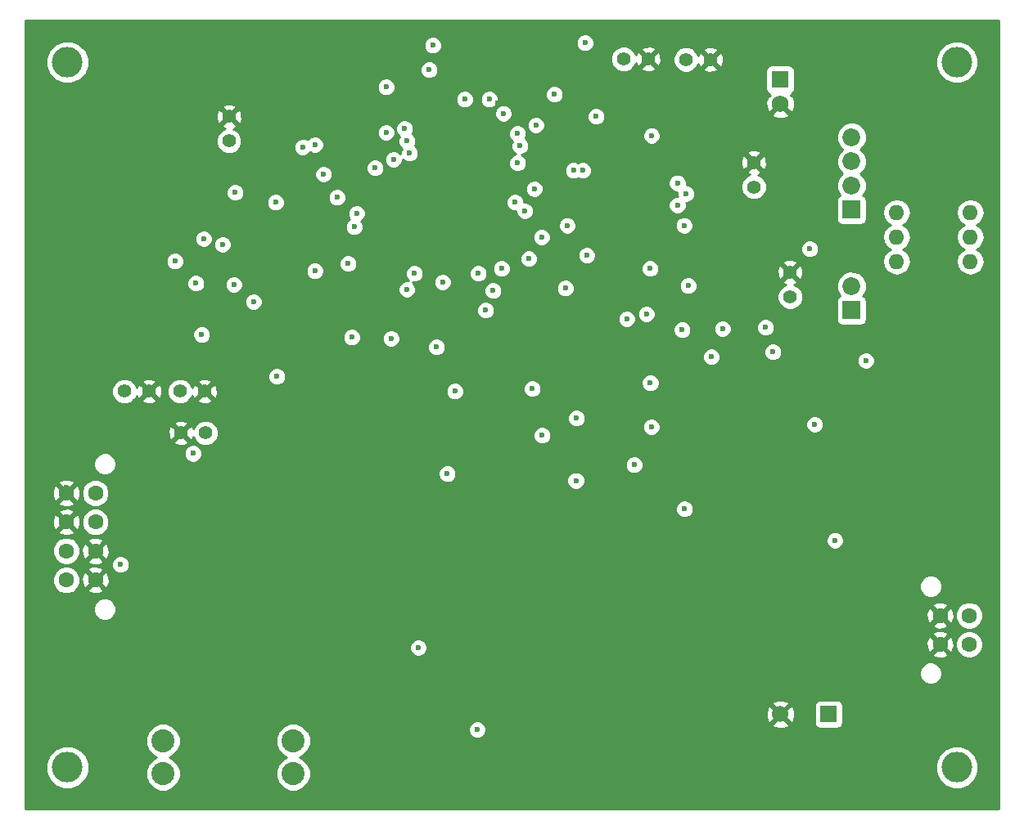
<source format=gbr>
G04 #@! TF.FileFunction,Copper,L2,Inr,Signal*
%FSLAX46Y46*%
G04 Gerber Fmt 4.6, Leading zero omitted, Abs format (unit mm)*
G04 Created by KiCad (PCBNEW (2016-05-27 BZR 6836, Git 4441a4b)-product) date 09/13/16 14:24:09*
%MOMM*%
%LPD*%
G01*
G04 APERTURE LIST*
%ADD10C,0.100000*%
%ADD11C,0.600000*%
%ADD12R,1.850000X1.850000*%
%ADD13C,1.850000*%
%ADD14C,3.175000*%
%ADD15C,2.387600*%
%ADD16C,1.700000*%
%ADD17R,1.700000X1.700000*%
%ADD18C,1.400000*%
%ADD19R,1.750000X1.750000*%
%ADD20C,1.750000*%
%ADD21C,1.600000*%
%ADD22O,1.600000X1.600000*%
%ADD23C,0.254000*%
G04 APERTURE END LIST*
D10*
D11*
X97531000Y-108026000D03*
X97831000Y-73726000D03*
X98631000Y-98251000D03*
X117581000Y-67801000D03*
X125381000Y-82776000D03*
X152981000Y-75801000D03*
X146981000Y-83001000D03*
X143106000Y-89901000D03*
X124231000Y-85226000D03*
X97906000Y-85226000D03*
X104381000Y-68626000D03*
X102681000Y-78576000D03*
X103581000Y-93326000D03*
D12*
X178562000Y-82042000D03*
D13*
X178562000Y-79542000D03*
X178562000Y-77042000D03*
X178562000Y-74542000D03*
D11*
X164656000Y-72826000D03*
X164656000Y-71751000D03*
X164681000Y-70151000D03*
X164681000Y-69076000D03*
X186931000Y-103426000D03*
X183331000Y-103426000D03*
X186931000Y-104901000D03*
X185156000Y-101976000D03*
X183331000Y-104901000D03*
X164556000Y-82376000D03*
X147556000Y-67676000D03*
X127956000Y-70176000D03*
X126056000Y-69676000D03*
X123556000Y-91976000D03*
X117456000Y-88376000D03*
X117456000Y-86076000D03*
X114581000Y-94651000D03*
X112806000Y-94826000D03*
X122756000Y-96876000D03*
X125281000Y-98801000D03*
X127856000Y-98876000D03*
X131456000Y-97176000D03*
X138256000Y-102976000D03*
X140256000Y-103376000D03*
X140256000Y-104476000D03*
X133356000Y-102701000D03*
X135381000Y-102701000D03*
X134381000Y-102701000D03*
X97356000Y-110776000D03*
X95456000Y-109026000D03*
X95356000Y-112801000D03*
X100056000Y-123576000D03*
X100056000Y-130976000D03*
X100056000Y-128676000D03*
X100056000Y-126276000D03*
X116856000Y-82976000D03*
X117156000Y-84276000D03*
X122706000Y-107276000D03*
X115206000Y-131526000D03*
X111956000Y-131526000D03*
X115206000Y-129526000D03*
X112956000Y-131526000D03*
X114006000Y-131526000D03*
X115206000Y-130526000D03*
X159256000Y-75776000D03*
X158181000Y-75776000D03*
X160356000Y-82876000D03*
X159856000Y-84876000D03*
X158756000Y-84876000D03*
X157756000Y-84876000D03*
X176556000Y-89976000D03*
X178956000Y-87976000D03*
X177106000Y-88376000D03*
X169756000Y-72376000D03*
X172606000Y-72476000D03*
X171206000Y-72976000D03*
X169256000Y-71026000D03*
X173206000Y-71026000D03*
X168956000Y-101526000D03*
X167956000Y-100526000D03*
X168206000Y-102926000D03*
X165956000Y-100526000D03*
X167781000Y-106026000D03*
X180706000Y-105776000D03*
X179456000Y-104676000D03*
X178481000Y-104651000D03*
X177456000Y-104676000D03*
X173456000Y-104776000D03*
X172456000Y-104776000D03*
X171456000Y-104776000D03*
X170456000Y-104776000D03*
X169456000Y-104776000D03*
X168456000Y-104776000D03*
X168456000Y-107276000D03*
X169456000Y-107276000D03*
X170456000Y-107276000D03*
X171456000Y-107276000D03*
X172456000Y-107276000D03*
X173456000Y-107276000D03*
X175206000Y-107276000D03*
X177456000Y-107276000D03*
X178456000Y-107276000D03*
X179456000Y-107276000D03*
X169856000Y-132976000D03*
X172656000Y-132876000D03*
X172556000Y-135676000D03*
X169856000Y-135676000D03*
X171256000Y-136226000D03*
X171206000Y-132326000D03*
X169256000Y-134276000D03*
X173156000Y-134226000D03*
X172706000Y-125026000D03*
X171706000Y-125026000D03*
X170706000Y-125026000D03*
X169706000Y-125026000D03*
X168956000Y-124026000D03*
X168956000Y-123026000D03*
X169706000Y-122276000D03*
X170706000Y-122276000D03*
X171706000Y-122276000D03*
X172706000Y-122276000D03*
X135456000Y-120526000D03*
X136456000Y-120526000D03*
X137206000Y-116776000D03*
X137206000Y-119776000D03*
X137206000Y-118776000D03*
X137206000Y-117776000D03*
X112456000Y-109526000D03*
X112456000Y-108526000D03*
X113231000Y-107576000D03*
X114231000Y-107576000D03*
X115231000Y-107576000D03*
X116231000Y-107576000D03*
X117231000Y-107576000D03*
X118231000Y-107576000D03*
X119231000Y-107576000D03*
X119956000Y-108526000D03*
X119956000Y-109526000D03*
X134206000Y-130276000D03*
X134206000Y-131526000D03*
X134206000Y-132776000D03*
X134206000Y-134026000D03*
X133206000Y-134776000D03*
X131956000Y-134776000D03*
X130706000Y-134776000D03*
X129706000Y-134026000D03*
X129706000Y-132776000D03*
X129706000Y-131526000D03*
X129706000Y-130276000D03*
X122706000Y-130026000D03*
X122706000Y-131276000D03*
X122706000Y-132526000D03*
X122706000Y-133776000D03*
X118206000Y-133776000D03*
X118206000Y-132526000D03*
X118206000Y-131276000D03*
X118206000Y-130026000D03*
X122706000Y-109776000D03*
X122706000Y-108526000D03*
X122706000Y-106026000D03*
X123706000Y-105276000D03*
X124956000Y-105276000D03*
X126206000Y-105276000D03*
X127206000Y-106026000D03*
X127206000Y-107276000D03*
X127206000Y-108526000D03*
X127206000Y-109776000D03*
X119456000Y-90276000D03*
X117706000Y-90276000D03*
X116506000Y-80651000D03*
X116506000Y-78401000D03*
X116506000Y-79526000D03*
X116456000Y-74776000D03*
X116206000Y-73276000D03*
X116206000Y-71776000D03*
X117456000Y-71026000D03*
X118956000Y-71026000D03*
X120456000Y-70776000D03*
X94456000Y-143526000D03*
X96206000Y-143526000D03*
X98706000Y-143526000D03*
X101206000Y-143526000D03*
X103706000Y-143526000D03*
X106206000Y-143526000D03*
X108706000Y-143526000D03*
X111206000Y-143526000D03*
X113706000Y-143526000D03*
X116206000Y-143526000D03*
X118706000Y-143526000D03*
X121206000Y-143526000D03*
X123706000Y-143526000D03*
X126206000Y-143526000D03*
X128706000Y-143526000D03*
X131206000Y-143526000D03*
X133706000Y-143526000D03*
X136206000Y-143526000D03*
X138706000Y-143526000D03*
X141206000Y-143526000D03*
X143706000Y-143526000D03*
X146206000Y-143526000D03*
X93456000Y-142776000D03*
X93456000Y-140276000D03*
X93456000Y-137776000D03*
X93456000Y-135276000D03*
X93456000Y-132776000D03*
X93456000Y-130276000D03*
X93456000Y-127776000D03*
X93456000Y-125276000D03*
X93456000Y-122776000D03*
X93456000Y-120276000D03*
X93456000Y-117776000D03*
X93456000Y-115276000D03*
X93456000Y-112776000D03*
X93456000Y-110276000D03*
X93456000Y-107776000D03*
X93456000Y-105276000D03*
X93456000Y-102776000D03*
X93456000Y-100276000D03*
X93456000Y-97776000D03*
X93456000Y-95276000D03*
X93456000Y-92776000D03*
X93456000Y-90276000D03*
X93456000Y-87776000D03*
X93456000Y-85276000D03*
X93456000Y-82776000D03*
X93456000Y-80276000D03*
X93456000Y-77776000D03*
X93456000Y-75276000D03*
X93456000Y-72776000D03*
X93456000Y-70276000D03*
X93456000Y-67776000D03*
X93456000Y-65276000D03*
X93456000Y-62776000D03*
X95706000Y-62776000D03*
X98206000Y-62776000D03*
X100706000Y-62776000D03*
X103206000Y-62776000D03*
X105706000Y-62776000D03*
X108206000Y-62776000D03*
X110706000Y-62776000D03*
X113206000Y-62776000D03*
X115706000Y-62776000D03*
X118206000Y-62776000D03*
X120706000Y-62776000D03*
X123206000Y-62776000D03*
X125706000Y-62776000D03*
X128206000Y-62776000D03*
X130706000Y-62776000D03*
X133206000Y-62776000D03*
X135706000Y-62776000D03*
X138206000Y-62776000D03*
X140706000Y-62776000D03*
X143206000Y-62776000D03*
X145706000Y-62776000D03*
X148206000Y-62776000D03*
X150706000Y-62776000D03*
X153206000Y-62776000D03*
X155706000Y-62776000D03*
X158206000Y-62776000D03*
X160706000Y-62776000D03*
X163206000Y-62776000D03*
X165706000Y-62776000D03*
X168206000Y-62776000D03*
X170706000Y-62776000D03*
X173206000Y-62776000D03*
X175706000Y-62776000D03*
X178206000Y-62776000D03*
X180706000Y-62776000D03*
X183206000Y-62776000D03*
X185706000Y-62776000D03*
X188206000Y-62776000D03*
X190706000Y-62776000D03*
X193206000Y-63526000D03*
X193206000Y-66026000D03*
X193206000Y-68526000D03*
X193206000Y-71026000D03*
X193206000Y-73526000D03*
X193206000Y-76026000D03*
X193206000Y-78526000D03*
X193206000Y-81026000D03*
X193206000Y-83526000D03*
X193206000Y-86026000D03*
X193206000Y-88526000D03*
X193206000Y-91026000D03*
X193206000Y-93526000D03*
X193206000Y-96026000D03*
X193206000Y-98526000D03*
X193206000Y-101026000D03*
X193206000Y-103526000D03*
X193206000Y-106026000D03*
X193206000Y-108526000D03*
X193206000Y-111026000D03*
X193206000Y-113526000D03*
X193206000Y-116026000D03*
X193206000Y-118526000D03*
X193206000Y-121026000D03*
X193206000Y-123526000D03*
X193206000Y-126026000D03*
X193206000Y-128526000D03*
X193206000Y-131026000D03*
X193206000Y-133526000D03*
X193206000Y-136026000D03*
X193206000Y-138526000D03*
X193206000Y-141026000D03*
X193206000Y-143526000D03*
X191206000Y-143526000D03*
X188706000Y-143526000D03*
X186206000Y-143526000D03*
X183706000Y-143526000D03*
X181206000Y-143526000D03*
X178706000Y-143526000D03*
X176206000Y-143526000D03*
X173706000Y-143526000D03*
X171206000Y-143526000D03*
X168706000Y-143526000D03*
X166206000Y-143526000D03*
X163706000Y-143526000D03*
X158706000Y-143526000D03*
X161206000Y-143526000D03*
X156206000Y-143526000D03*
X153706000Y-143526000D03*
X151206000Y-143526000D03*
D14*
X189456000Y-139776000D03*
D15*
X107352000Y-140427000D03*
X120814000Y-140427000D03*
X120814000Y-137023400D03*
X107352000Y-137023400D03*
D16*
X171206000Y-134276000D03*
D17*
X176206000Y-134276000D03*
D18*
X109220000Y-105156000D03*
X111760000Y-105156000D03*
X114173000Y-74930000D03*
X114173000Y-72390000D03*
X103378000Y-100838000D03*
X105918000Y-100838000D03*
X109093000Y-100838000D03*
X111633000Y-100838000D03*
X161442400Y-66497200D03*
X163982400Y-66497200D03*
X154990800Y-66446400D03*
X157530800Y-66446400D03*
X168456000Y-79676000D03*
X168456000Y-77136000D03*
X172212000Y-91059000D03*
X172212000Y-88519000D03*
D19*
X171196000Y-68580000D03*
D20*
X171196000Y-71080000D03*
D12*
X178562000Y-92456000D03*
D13*
X178562000Y-89956000D03*
D14*
X97456000Y-139776000D03*
X97456000Y-66776000D03*
X189456000Y-66776000D03*
D11*
X148706000Y-143526000D03*
D21*
X97356000Y-120376000D03*
X97356000Y-117376000D03*
X97356000Y-114376000D03*
X97356000Y-111376000D03*
X100356000Y-120376000D03*
X100356000Y-117376000D03*
X100356000Y-114376000D03*
X100356000Y-111376000D03*
D22*
X190856000Y-87406000D03*
X190856000Y-84866000D03*
X190856000Y-82326000D03*
X183236000Y-82326000D03*
X183236000Y-84866000D03*
X183236000Y-87406000D03*
D21*
X190731000Y-124051000D03*
X190731000Y-127051000D03*
X187731000Y-124051000D03*
X187731000Y-127051000D03*
D11*
X175181000Y-95751000D03*
X174081000Y-95726000D03*
X109220000Y-128524000D03*
X107950000Y-117602000D03*
X109220000Y-117856000D03*
X141986000Y-70993000D03*
X137160000Y-96012000D03*
X138811000Y-94742000D03*
X138303000Y-90170000D03*
X126238000Y-76581000D03*
X138684000Y-73152000D03*
X113504487Y-85641332D03*
X160556000Y-79276000D03*
X133756000Y-127376000D03*
X108585000Y-87376000D03*
X149809200Y-77978000D03*
X118999000Y-81280000D03*
X145542000Y-100584000D03*
X129286000Y-77724000D03*
X135636000Y-96266000D03*
X144018000Y-74168000D03*
X123952000Y-78359000D03*
X134874000Y-67564000D03*
X145923000Y-73279000D03*
X126492000Y-87630000D03*
X130429000Y-69342000D03*
X146558000Y-105410000D03*
X148971000Y-90170000D03*
X142367000Y-88138000D03*
X157861000Y-104521000D03*
X141478000Y-90424000D03*
X155321000Y-93345000D03*
X157734000Y-88138000D03*
X139954000Y-88646000D03*
X126873000Y-95250000D03*
X130937000Y-95377000D03*
X136756000Y-109376000D03*
X161456000Y-80376000D03*
X141097000Y-70612000D03*
X133350000Y-88646000D03*
X121793000Y-75565000D03*
X125349000Y-80772000D03*
X132588000Y-74930000D03*
X151003000Y-64770000D03*
X145756000Y-79876000D03*
X164056000Y-97276000D03*
X160556000Y-81576000D03*
X143764000Y-81280000D03*
X165227000Y-94361000D03*
X149156000Y-83676000D03*
X174756000Y-104276000D03*
X176856000Y-116276000D03*
X157886400Y-74371200D03*
X152146000Y-72390000D03*
X144272000Y-75438000D03*
X150756000Y-77976000D03*
X132334000Y-73660000D03*
X102956000Y-118776000D03*
X110456000Y-107276000D03*
X142556000Y-72076000D03*
X139856000Y-135876000D03*
X123056000Y-88376009D03*
X150056000Y-110076000D03*
X150114000Y-103632000D03*
X136271000Y-89535000D03*
X140716000Y-92456000D03*
X161290000Y-113030000D03*
X156083000Y-108458000D03*
X137541000Y-100838000D03*
X157756000Y-99976000D03*
X111356000Y-94976000D03*
X123063000Y-75311000D03*
X161671000Y-89916000D03*
X144018000Y-77216000D03*
X127127000Y-83820000D03*
X130429000Y-74041000D03*
X114808000Y-80264000D03*
X114681000Y-89789000D03*
X119126000Y-99314000D03*
X131191000Y-76835000D03*
X135255000Y-65024000D03*
X116713000Y-91567000D03*
X110744000Y-89662000D03*
X145186400Y-87122000D03*
X151180800Y-86766400D03*
X146507200Y-84886800D03*
X144780000Y-82169000D03*
X161256000Y-83676000D03*
X161056000Y-94476000D03*
X180056000Y-97676000D03*
X157353000Y-92837000D03*
X169672000Y-94234000D03*
X170434000Y-96774000D03*
X127381000Y-82423000D03*
X147828000Y-70104000D03*
X138557000Y-70612000D03*
X132842000Y-76200000D03*
X174244000Y-86106000D03*
X111556000Y-85051000D03*
X132581000Y-90301000D03*
D23*
G36*
X193771000Y-144091000D02*
X93141000Y-144091000D01*
X93141000Y-140216143D01*
X95233115Y-140216143D01*
X95570758Y-141033300D01*
X96195411Y-141659045D01*
X97011978Y-141998113D01*
X97896143Y-141998885D01*
X98713300Y-141661242D01*
X99339045Y-141036589D01*
X99678113Y-140220022D01*
X99678885Y-139335857D01*
X99341242Y-138518700D01*
X98716589Y-137892955D01*
X97900022Y-137553887D01*
X97015857Y-137553115D01*
X96198700Y-137890758D01*
X95572955Y-138515411D01*
X95233887Y-139331978D01*
X95233115Y-140216143D01*
X93141000Y-140216143D01*
X93141000Y-137385575D01*
X105522884Y-137385575D01*
X105800715Y-138057978D01*
X106314716Y-138572877D01*
X106681623Y-138725230D01*
X106317422Y-138875715D01*
X105802523Y-139389716D01*
X105523518Y-140061633D01*
X105522884Y-140789175D01*
X105800715Y-141461578D01*
X106314716Y-141976477D01*
X106986633Y-142255482D01*
X107714175Y-142256116D01*
X108386578Y-141978285D01*
X108901477Y-141464284D01*
X109180482Y-140792367D01*
X109181116Y-140064825D01*
X108903285Y-139392422D01*
X108389284Y-138877523D01*
X108022377Y-138725170D01*
X108386578Y-138574685D01*
X108901477Y-138060684D01*
X109180482Y-137388767D01*
X109180484Y-137385575D01*
X118984884Y-137385575D01*
X119262715Y-138057978D01*
X119776716Y-138572877D01*
X120143623Y-138725230D01*
X119779422Y-138875715D01*
X119264523Y-139389716D01*
X118985518Y-140061633D01*
X118984884Y-140789175D01*
X119262715Y-141461578D01*
X119776716Y-141976477D01*
X120448633Y-142255482D01*
X121176175Y-142256116D01*
X121848578Y-141978285D01*
X122363477Y-141464284D01*
X122642482Y-140792367D01*
X122642984Y-140216143D01*
X187233115Y-140216143D01*
X187570758Y-141033300D01*
X188195411Y-141659045D01*
X189011978Y-141998113D01*
X189896143Y-141998885D01*
X190713300Y-141661242D01*
X191339045Y-141036589D01*
X191678113Y-140220022D01*
X191678885Y-139335857D01*
X191341242Y-138518700D01*
X190716589Y-137892955D01*
X189900022Y-137553887D01*
X189015857Y-137553115D01*
X188198700Y-137890758D01*
X187572955Y-138515411D01*
X187233887Y-139331978D01*
X187233115Y-140216143D01*
X122642984Y-140216143D01*
X122643116Y-140064825D01*
X122365285Y-139392422D01*
X121851284Y-138877523D01*
X121484377Y-138725170D01*
X121848578Y-138574685D01*
X122363477Y-138060684D01*
X122642482Y-137388767D01*
X122643116Y-136661225D01*
X122395178Y-136061167D01*
X138920838Y-136061167D01*
X139062883Y-136404943D01*
X139325673Y-136668192D01*
X139669201Y-136810838D01*
X140041167Y-136811162D01*
X140384943Y-136669117D01*
X140648192Y-136406327D01*
X140790838Y-136062799D01*
X140791162Y-135690833D01*
X140649117Y-135347057D01*
X140622066Y-135319958D01*
X170341647Y-135319958D01*
X170421920Y-135571259D01*
X170977279Y-135772718D01*
X171567458Y-135746315D01*
X171990080Y-135571259D01*
X172070353Y-135319958D01*
X171206000Y-134455605D01*
X170341647Y-135319958D01*
X140622066Y-135319958D01*
X140386327Y-135083808D01*
X140042799Y-134941162D01*
X139670833Y-134940838D01*
X139327057Y-135082883D01*
X139063808Y-135345673D01*
X138921162Y-135689201D01*
X138920838Y-136061167D01*
X122395178Y-136061167D01*
X122365285Y-135988822D01*
X121851284Y-135473923D01*
X121179367Y-135194918D01*
X120451825Y-135194284D01*
X119779422Y-135472115D01*
X119264523Y-135986116D01*
X118985518Y-136658033D01*
X118984884Y-137385575D01*
X109180484Y-137385575D01*
X109181116Y-136661225D01*
X108903285Y-135988822D01*
X108389284Y-135473923D01*
X107717367Y-135194918D01*
X106989825Y-135194284D01*
X106317422Y-135472115D01*
X105802523Y-135986116D01*
X105523518Y-136658033D01*
X105522884Y-137385575D01*
X93141000Y-137385575D01*
X93141000Y-134047279D01*
X169709282Y-134047279D01*
X169735685Y-134637458D01*
X169910741Y-135060080D01*
X170162042Y-135140353D01*
X171026395Y-134276000D01*
X171385605Y-134276000D01*
X172249958Y-135140353D01*
X172501259Y-135060080D01*
X172702718Y-134504721D01*
X172676315Y-133914542D01*
X172501259Y-133491920D01*
X172294892Y-133426000D01*
X174708560Y-133426000D01*
X174708560Y-135126000D01*
X174757843Y-135373765D01*
X174898191Y-135583809D01*
X175108235Y-135724157D01*
X175356000Y-135773440D01*
X177056000Y-135773440D01*
X177303765Y-135724157D01*
X177513809Y-135583809D01*
X177654157Y-135373765D01*
X177703440Y-135126000D01*
X177703440Y-133426000D01*
X177654157Y-133178235D01*
X177513809Y-132968191D01*
X177303765Y-132827843D01*
X177056000Y-132778560D01*
X175356000Y-132778560D01*
X175108235Y-132827843D01*
X174898191Y-132968191D01*
X174757843Y-133178235D01*
X174708560Y-133426000D01*
X172294892Y-133426000D01*
X172249958Y-133411647D01*
X171385605Y-134276000D01*
X171026395Y-134276000D01*
X170162042Y-133411647D01*
X169910741Y-133491920D01*
X169709282Y-134047279D01*
X93141000Y-134047279D01*
X93141000Y-133232042D01*
X170341647Y-133232042D01*
X171206000Y-134096395D01*
X172070353Y-133232042D01*
X171990080Y-132980741D01*
X171434721Y-132779282D01*
X170844542Y-132805685D01*
X170421920Y-132980741D01*
X170341647Y-133232042D01*
X93141000Y-133232042D01*
X93141000Y-130285677D01*
X185545794Y-130285677D01*
X185725820Y-130721372D01*
X186058875Y-131055009D01*
X186494255Y-131235794D01*
X186965677Y-131236206D01*
X187401372Y-131056180D01*
X187735009Y-130723125D01*
X187915794Y-130287745D01*
X187916206Y-129816323D01*
X187736180Y-129380628D01*
X187403125Y-129046991D01*
X186967745Y-128866206D01*
X186496323Y-128865794D01*
X186060628Y-129045820D01*
X185726991Y-129378875D01*
X185546206Y-129814255D01*
X185545794Y-130285677D01*
X93141000Y-130285677D01*
X93141000Y-127561167D01*
X132820838Y-127561167D01*
X132962883Y-127904943D01*
X133225673Y-128168192D01*
X133569201Y-128310838D01*
X133941167Y-128311162D01*
X134284943Y-128169117D01*
X134395507Y-128058745D01*
X186902861Y-128058745D01*
X186976995Y-128304864D01*
X187514223Y-128497965D01*
X188084454Y-128470778D01*
X188485005Y-128304864D01*
X188559139Y-128058745D01*
X187731000Y-127230605D01*
X186902861Y-128058745D01*
X134395507Y-128058745D01*
X134548192Y-127906327D01*
X134690838Y-127562799D01*
X134691162Y-127190833D01*
X134549117Y-126847057D01*
X134536306Y-126834223D01*
X186284035Y-126834223D01*
X186311222Y-127404454D01*
X186477136Y-127805005D01*
X186723255Y-127879139D01*
X187551395Y-127051000D01*
X187910605Y-127051000D01*
X188738745Y-127879139D01*
X188984864Y-127805005D01*
X189153735Y-127335187D01*
X189295752Y-127335187D01*
X189513757Y-127862800D01*
X189917077Y-128266824D01*
X190444309Y-128485750D01*
X191015187Y-128486248D01*
X191542800Y-128268243D01*
X191946824Y-127864923D01*
X192165750Y-127337691D01*
X192166248Y-126766813D01*
X191948243Y-126239200D01*
X191544923Y-125835176D01*
X191017691Y-125616250D01*
X190446813Y-125615752D01*
X189919200Y-125833757D01*
X189515176Y-126237077D01*
X189296250Y-126764309D01*
X189295752Y-127335187D01*
X189153735Y-127335187D01*
X189177965Y-127267777D01*
X189150778Y-126697546D01*
X188984864Y-126296995D01*
X188738745Y-126222861D01*
X187910605Y-127051000D01*
X187551395Y-127051000D01*
X186723255Y-126222861D01*
X186477136Y-126296995D01*
X186284035Y-126834223D01*
X134536306Y-126834223D01*
X134286327Y-126583808D01*
X133942799Y-126441162D01*
X133570833Y-126440838D01*
X133227057Y-126582883D01*
X132963808Y-126845673D01*
X132821162Y-127189201D01*
X132820838Y-127561167D01*
X93141000Y-127561167D01*
X93141000Y-126043255D01*
X186902861Y-126043255D01*
X187731000Y-126871395D01*
X188559139Y-126043255D01*
X188485005Y-125797136D01*
X187947777Y-125604035D01*
X187377546Y-125631222D01*
X186976995Y-125797136D01*
X186902861Y-126043255D01*
X93141000Y-126043255D01*
X93141000Y-125058745D01*
X186902861Y-125058745D01*
X186976995Y-125304864D01*
X187514223Y-125497965D01*
X188084454Y-125470778D01*
X188485005Y-125304864D01*
X188559139Y-125058745D01*
X187731000Y-124230605D01*
X186902861Y-125058745D01*
X93141000Y-125058745D01*
X93141000Y-123610677D01*
X100110794Y-123610677D01*
X100290820Y-124046372D01*
X100623875Y-124380009D01*
X101059255Y-124560794D01*
X101530677Y-124561206D01*
X101966372Y-124381180D01*
X102300009Y-124048125D01*
X102388828Y-123834223D01*
X186284035Y-123834223D01*
X186311222Y-124404454D01*
X186477136Y-124805005D01*
X186723255Y-124879139D01*
X187551395Y-124051000D01*
X187910605Y-124051000D01*
X188738745Y-124879139D01*
X188984864Y-124805005D01*
X189153735Y-124335187D01*
X189295752Y-124335187D01*
X189513757Y-124862800D01*
X189917077Y-125266824D01*
X190444309Y-125485750D01*
X191015187Y-125486248D01*
X191542800Y-125268243D01*
X191946824Y-124864923D01*
X192165750Y-124337691D01*
X192166248Y-123766813D01*
X191948243Y-123239200D01*
X191544923Y-122835176D01*
X191017691Y-122616250D01*
X190446813Y-122615752D01*
X189919200Y-122833757D01*
X189515176Y-123237077D01*
X189296250Y-123764309D01*
X189295752Y-124335187D01*
X189153735Y-124335187D01*
X189177965Y-124267777D01*
X189150778Y-123697546D01*
X188984864Y-123296995D01*
X188738745Y-123222861D01*
X187910605Y-124051000D01*
X187551395Y-124051000D01*
X186723255Y-123222861D01*
X186477136Y-123296995D01*
X186284035Y-123834223D01*
X102388828Y-123834223D01*
X102480794Y-123612745D01*
X102481206Y-123141323D01*
X102440686Y-123043255D01*
X186902861Y-123043255D01*
X187731000Y-123871395D01*
X188559139Y-123043255D01*
X188485005Y-122797136D01*
X187947777Y-122604035D01*
X187377546Y-122631222D01*
X186976995Y-122797136D01*
X186902861Y-123043255D01*
X102440686Y-123043255D01*
X102301180Y-122705628D01*
X101968125Y-122371991D01*
X101532745Y-122191206D01*
X101061323Y-122190794D01*
X100625628Y-122370820D01*
X100291991Y-122703875D01*
X100111206Y-123139255D01*
X100110794Y-123610677D01*
X93141000Y-123610677D01*
X93141000Y-120660187D01*
X95920752Y-120660187D01*
X96138757Y-121187800D01*
X96542077Y-121591824D01*
X97069309Y-121810750D01*
X97640187Y-121811248D01*
X98167800Y-121593243D01*
X98377663Y-121383745D01*
X99527861Y-121383745D01*
X99601995Y-121629864D01*
X100139223Y-121822965D01*
X100709454Y-121795778D01*
X101110005Y-121629864D01*
X101184139Y-121383745D01*
X101086072Y-121285677D01*
X185605794Y-121285677D01*
X185785820Y-121721372D01*
X186118875Y-122055009D01*
X186554255Y-122235794D01*
X187025677Y-122236206D01*
X187461372Y-122056180D01*
X187795009Y-121723125D01*
X187975794Y-121287745D01*
X187976206Y-120816323D01*
X187796180Y-120380628D01*
X187463125Y-120046991D01*
X187027745Y-119866206D01*
X186556323Y-119865794D01*
X186120628Y-120045820D01*
X185786991Y-120378875D01*
X185606206Y-120814255D01*
X185605794Y-121285677D01*
X101086072Y-121285677D01*
X100356000Y-120555605D01*
X99527861Y-121383745D01*
X98377663Y-121383745D01*
X98571824Y-121189923D01*
X98790750Y-120662691D01*
X98791189Y-120159223D01*
X98909035Y-120159223D01*
X98936222Y-120729454D01*
X99102136Y-121130005D01*
X99348255Y-121204139D01*
X100176395Y-120376000D01*
X100535605Y-120376000D01*
X101363745Y-121204139D01*
X101609864Y-121130005D01*
X101802965Y-120592777D01*
X101775778Y-120022546D01*
X101609864Y-119621995D01*
X101363745Y-119547861D01*
X100535605Y-120376000D01*
X100176395Y-120376000D01*
X99348255Y-119547861D01*
X99102136Y-119621995D01*
X98909035Y-120159223D01*
X98791189Y-120159223D01*
X98791248Y-120091813D01*
X98573243Y-119564200D01*
X98377640Y-119368255D01*
X99527861Y-119368255D01*
X100356000Y-120196395D01*
X101184139Y-119368255D01*
X101110005Y-119122136D01*
X100662172Y-118961167D01*
X102020838Y-118961167D01*
X102162883Y-119304943D01*
X102425673Y-119568192D01*
X102769201Y-119710838D01*
X103141167Y-119711162D01*
X103484943Y-119569117D01*
X103748192Y-119306327D01*
X103890838Y-118962799D01*
X103891162Y-118590833D01*
X103749117Y-118247057D01*
X103486327Y-117983808D01*
X103142799Y-117841162D01*
X102770833Y-117840838D01*
X102427057Y-117982883D01*
X102163808Y-118245673D01*
X102021162Y-118589201D01*
X102020838Y-118961167D01*
X100662172Y-118961167D01*
X100572777Y-118929035D01*
X100002546Y-118956222D01*
X99601995Y-119122136D01*
X99527861Y-119368255D01*
X98377640Y-119368255D01*
X98169923Y-119160176D01*
X97642691Y-118941250D01*
X97071813Y-118940752D01*
X96544200Y-119158757D01*
X96140176Y-119562077D01*
X95921250Y-120089309D01*
X95920752Y-120660187D01*
X93141000Y-120660187D01*
X93141000Y-117660187D01*
X95920752Y-117660187D01*
X96138757Y-118187800D01*
X96542077Y-118591824D01*
X97069309Y-118810750D01*
X97640187Y-118811248D01*
X98167800Y-118593243D01*
X98377663Y-118383745D01*
X99527861Y-118383745D01*
X99601995Y-118629864D01*
X100139223Y-118822965D01*
X100709454Y-118795778D01*
X101110005Y-118629864D01*
X101184139Y-118383745D01*
X100356000Y-117555605D01*
X99527861Y-118383745D01*
X98377663Y-118383745D01*
X98571824Y-118189923D01*
X98790750Y-117662691D01*
X98791189Y-117159223D01*
X98909035Y-117159223D01*
X98936222Y-117729454D01*
X99102136Y-118130005D01*
X99348255Y-118204139D01*
X100176395Y-117376000D01*
X100535605Y-117376000D01*
X101363745Y-118204139D01*
X101609864Y-118130005D01*
X101802965Y-117592777D01*
X101775778Y-117022546D01*
X101609864Y-116621995D01*
X101363745Y-116547861D01*
X100535605Y-117376000D01*
X100176395Y-117376000D01*
X99348255Y-116547861D01*
X99102136Y-116621995D01*
X98909035Y-117159223D01*
X98791189Y-117159223D01*
X98791248Y-117091813D01*
X98573243Y-116564200D01*
X98377640Y-116368255D01*
X99527861Y-116368255D01*
X100356000Y-117196395D01*
X101091227Y-116461167D01*
X175920838Y-116461167D01*
X176062883Y-116804943D01*
X176325673Y-117068192D01*
X176669201Y-117210838D01*
X177041167Y-117211162D01*
X177384943Y-117069117D01*
X177648192Y-116806327D01*
X177790838Y-116462799D01*
X177791162Y-116090833D01*
X177649117Y-115747057D01*
X177386327Y-115483808D01*
X177042799Y-115341162D01*
X176670833Y-115340838D01*
X176327057Y-115482883D01*
X176063808Y-115745673D01*
X175921162Y-116089201D01*
X175920838Y-116461167D01*
X101091227Y-116461167D01*
X101184139Y-116368255D01*
X101110005Y-116122136D01*
X100572777Y-115929035D01*
X100002546Y-115956222D01*
X99601995Y-116122136D01*
X99527861Y-116368255D01*
X98377640Y-116368255D01*
X98169923Y-116160176D01*
X97642691Y-115941250D01*
X97071813Y-115940752D01*
X96544200Y-116158757D01*
X96140176Y-116562077D01*
X95921250Y-117089309D01*
X95920752Y-117660187D01*
X93141000Y-117660187D01*
X93141000Y-115383745D01*
X96527861Y-115383745D01*
X96601995Y-115629864D01*
X97139223Y-115822965D01*
X97709454Y-115795778D01*
X98110005Y-115629864D01*
X98184139Y-115383745D01*
X97356000Y-114555605D01*
X96527861Y-115383745D01*
X93141000Y-115383745D01*
X93141000Y-114159223D01*
X95909035Y-114159223D01*
X95936222Y-114729454D01*
X96102136Y-115130005D01*
X96348255Y-115204139D01*
X97176395Y-114376000D01*
X97535605Y-114376000D01*
X98363745Y-115204139D01*
X98609864Y-115130005D01*
X98778735Y-114660187D01*
X98920752Y-114660187D01*
X99138757Y-115187800D01*
X99542077Y-115591824D01*
X100069309Y-115810750D01*
X100640187Y-115811248D01*
X101167800Y-115593243D01*
X101571824Y-115189923D01*
X101790750Y-114662691D01*
X101791248Y-114091813D01*
X101573243Y-113564200D01*
X101224819Y-113215167D01*
X160354838Y-113215167D01*
X160496883Y-113558943D01*
X160759673Y-113822192D01*
X161103201Y-113964838D01*
X161475167Y-113965162D01*
X161818943Y-113823117D01*
X162082192Y-113560327D01*
X162224838Y-113216799D01*
X162225162Y-112844833D01*
X162083117Y-112501057D01*
X161820327Y-112237808D01*
X161476799Y-112095162D01*
X161104833Y-112094838D01*
X160761057Y-112236883D01*
X160497808Y-112499673D01*
X160355162Y-112843201D01*
X160354838Y-113215167D01*
X101224819Y-113215167D01*
X101169923Y-113160176D01*
X100642691Y-112941250D01*
X100071813Y-112940752D01*
X99544200Y-113158757D01*
X99140176Y-113562077D01*
X98921250Y-114089309D01*
X98920752Y-114660187D01*
X98778735Y-114660187D01*
X98802965Y-114592777D01*
X98775778Y-114022546D01*
X98609864Y-113621995D01*
X98363745Y-113547861D01*
X97535605Y-114376000D01*
X97176395Y-114376000D01*
X96348255Y-113547861D01*
X96102136Y-113621995D01*
X95909035Y-114159223D01*
X93141000Y-114159223D01*
X93141000Y-113368255D01*
X96527861Y-113368255D01*
X97356000Y-114196395D01*
X98184139Y-113368255D01*
X98110005Y-113122136D01*
X97572777Y-112929035D01*
X97002546Y-112956222D01*
X96601995Y-113122136D01*
X96527861Y-113368255D01*
X93141000Y-113368255D01*
X93141000Y-112383745D01*
X96527861Y-112383745D01*
X96601995Y-112629864D01*
X97139223Y-112822965D01*
X97709454Y-112795778D01*
X98110005Y-112629864D01*
X98184139Y-112383745D01*
X97356000Y-111555605D01*
X96527861Y-112383745D01*
X93141000Y-112383745D01*
X93141000Y-111159223D01*
X95909035Y-111159223D01*
X95936222Y-111729454D01*
X96102136Y-112130005D01*
X96348255Y-112204139D01*
X97176395Y-111376000D01*
X97535605Y-111376000D01*
X98363745Y-112204139D01*
X98609864Y-112130005D01*
X98778735Y-111660187D01*
X98920752Y-111660187D01*
X99138757Y-112187800D01*
X99542077Y-112591824D01*
X100069309Y-112810750D01*
X100640187Y-112811248D01*
X101167800Y-112593243D01*
X101571824Y-112189923D01*
X101790750Y-111662691D01*
X101791248Y-111091813D01*
X101573243Y-110564200D01*
X101169923Y-110160176D01*
X100642691Y-109941250D01*
X100071813Y-109940752D01*
X99544200Y-110158757D01*
X99140176Y-110562077D01*
X98921250Y-111089309D01*
X98920752Y-111660187D01*
X98778735Y-111660187D01*
X98802965Y-111592777D01*
X98775778Y-111022546D01*
X98609864Y-110621995D01*
X98363745Y-110547861D01*
X97535605Y-111376000D01*
X97176395Y-111376000D01*
X96348255Y-110547861D01*
X96102136Y-110621995D01*
X95909035Y-111159223D01*
X93141000Y-111159223D01*
X93141000Y-110368255D01*
X96527861Y-110368255D01*
X97356000Y-111196395D01*
X98184139Y-110368255D01*
X98110005Y-110122136D01*
X97572777Y-109929035D01*
X97002546Y-109956222D01*
X96601995Y-110122136D01*
X96527861Y-110368255D01*
X93141000Y-110368255D01*
X93141000Y-108610677D01*
X100170794Y-108610677D01*
X100350820Y-109046372D01*
X100683875Y-109380009D01*
X101119255Y-109560794D01*
X101590677Y-109561206D01*
X101590771Y-109561167D01*
X135820838Y-109561167D01*
X135962883Y-109904943D01*
X136225673Y-110168192D01*
X136569201Y-110310838D01*
X136941167Y-110311162D01*
X137062164Y-110261167D01*
X149120838Y-110261167D01*
X149262883Y-110604943D01*
X149525673Y-110868192D01*
X149869201Y-111010838D01*
X150241167Y-111011162D01*
X150584943Y-110869117D01*
X150848192Y-110606327D01*
X150990838Y-110262799D01*
X150991162Y-109890833D01*
X150849117Y-109547057D01*
X150586327Y-109283808D01*
X150242799Y-109141162D01*
X149870833Y-109140838D01*
X149527057Y-109282883D01*
X149263808Y-109545673D01*
X149121162Y-109889201D01*
X149120838Y-110261167D01*
X137062164Y-110261167D01*
X137284943Y-110169117D01*
X137548192Y-109906327D01*
X137690838Y-109562799D01*
X137691162Y-109190833D01*
X137549117Y-108847057D01*
X137345583Y-108643167D01*
X155147838Y-108643167D01*
X155289883Y-108986943D01*
X155552673Y-109250192D01*
X155896201Y-109392838D01*
X156268167Y-109393162D01*
X156611943Y-109251117D01*
X156875192Y-108988327D01*
X157017838Y-108644799D01*
X157018162Y-108272833D01*
X156876117Y-107929057D01*
X156613327Y-107665808D01*
X156269799Y-107523162D01*
X155897833Y-107522838D01*
X155554057Y-107664883D01*
X155290808Y-107927673D01*
X155148162Y-108271201D01*
X155147838Y-108643167D01*
X137345583Y-108643167D01*
X137286327Y-108583808D01*
X136942799Y-108441162D01*
X136570833Y-108440838D01*
X136227057Y-108582883D01*
X135963808Y-108845673D01*
X135821162Y-109189201D01*
X135820838Y-109561167D01*
X101590771Y-109561167D01*
X102026372Y-109381180D01*
X102360009Y-109048125D01*
X102540794Y-108612745D01*
X102541206Y-108141323D01*
X102361180Y-107705628D01*
X102117146Y-107461167D01*
X109520838Y-107461167D01*
X109662883Y-107804943D01*
X109925673Y-108068192D01*
X110269201Y-108210838D01*
X110641167Y-108211162D01*
X110984943Y-108069117D01*
X111248192Y-107806327D01*
X111390838Y-107462799D01*
X111391162Y-107090833D01*
X111249117Y-106747057D01*
X110986327Y-106483808D01*
X110642799Y-106341162D01*
X110270833Y-106340838D01*
X109927057Y-106482883D01*
X109663808Y-106745673D01*
X109521162Y-107089201D01*
X109520838Y-107461167D01*
X102117146Y-107461167D01*
X102028125Y-107371991D01*
X101592745Y-107191206D01*
X101121323Y-107190794D01*
X100685628Y-107370820D01*
X100351991Y-107703875D01*
X100171206Y-108139255D01*
X100170794Y-108610677D01*
X93141000Y-108610677D01*
X93141000Y-106091275D01*
X108464331Y-106091275D01*
X108526169Y-106327042D01*
X109027122Y-106503419D01*
X109557440Y-106474664D01*
X109913831Y-106327042D01*
X109975669Y-106091275D01*
X109220000Y-105335605D01*
X108464331Y-106091275D01*
X93141000Y-106091275D01*
X93141000Y-104963122D01*
X107872581Y-104963122D01*
X107901336Y-105493440D01*
X108048958Y-105849831D01*
X108284725Y-105911669D01*
X109040395Y-105156000D01*
X109399605Y-105156000D01*
X110155275Y-105911669D01*
X110391042Y-105849831D01*
X110488196Y-105573889D01*
X110627582Y-105911229D01*
X111002796Y-106287098D01*
X111493287Y-106490768D01*
X112024383Y-106491231D01*
X112515229Y-106288418D01*
X112891098Y-105913204D01*
X113023158Y-105595167D01*
X145622838Y-105595167D01*
X145764883Y-105938943D01*
X146027673Y-106202192D01*
X146371201Y-106344838D01*
X146743167Y-106345162D01*
X147086943Y-106203117D01*
X147350192Y-105940327D01*
X147492838Y-105596799D01*
X147493162Y-105224833D01*
X147351117Y-104881057D01*
X147176532Y-104706167D01*
X156925838Y-104706167D01*
X157067883Y-105049943D01*
X157330673Y-105313192D01*
X157674201Y-105455838D01*
X158046167Y-105456162D01*
X158389943Y-105314117D01*
X158653192Y-105051327D01*
X158795838Y-104707799D01*
X158796052Y-104461167D01*
X173820838Y-104461167D01*
X173962883Y-104804943D01*
X174225673Y-105068192D01*
X174569201Y-105210838D01*
X174941167Y-105211162D01*
X175284943Y-105069117D01*
X175548192Y-104806327D01*
X175690838Y-104462799D01*
X175691162Y-104090833D01*
X175549117Y-103747057D01*
X175286327Y-103483808D01*
X174942799Y-103341162D01*
X174570833Y-103340838D01*
X174227057Y-103482883D01*
X173963808Y-103745673D01*
X173821162Y-104089201D01*
X173820838Y-104461167D01*
X158796052Y-104461167D01*
X158796162Y-104335833D01*
X158654117Y-103992057D01*
X158391327Y-103728808D01*
X158047799Y-103586162D01*
X157675833Y-103585838D01*
X157332057Y-103727883D01*
X157068808Y-103990673D01*
X156926162Y-104334201D01*
X156925838Y-104706167D01*
X147176532Y-104706167D01*
X147088327Y-104617808D01*
X146744799Y-104475162D01*
X146372833Y-104474838D01*
X146029057Y-104616883D01*
X145765808Y-104879673D01*
X145623162Y-105223201D01*
X145622838Y-105595167D01*
X113023158Y-105595167D01*
X113094768Y-105422713D01*
X113095231Y-104891617D01*
X112892418Y-104400771D01*
X112517204Y-104024902D01*
X112026713Y-103821232D01*
X111495617Y-103820769D01*
X111004771Y-104023582D01*
X110628902Y-104398796D01*
X110496684Y-104717212D01*
X110391042Y-104462169D01*
X110155275Y-104400331D01*
X109399605Y-105156000D01*
X109040395Y-105156000D01*
X108284725Y-104400331D01*
X108048958Y-104462169D01*
X107872581Y-104963122D01*
X93141000Y-104963122D01*
X93141000Y-104220725D01*
X108464331Y-104220725D01*
X109220000Y-104976395D01*
X109975669Y-104220725D01*
X109913831Y-103984958D01*
X109437265Y-103817167D01*
X149178838Y-103817167D01*
X149320883Y-104160943D01*
X149583673Y-104424192D01*
X149927201Y-104566838D01*
X150299167Y-104567162D01*
X150642943Y-104425117D01*
X150906192Y-104162327D01*
X151048838Y-103818799D01*
X151049162Y-103446833D01*
X150907117Y-103103057D01*
X150644327Y-102839808D01*
X150300799Y-102697162D01*
X149928833Y-102696838D01*
X149585057Y-102838883D01*
X149321808Y-103101673D01*
X149179162Y-103445201D01*
X149178838Y-103817167D01*
X109437265Y-103817167D01*
X109412878Y-103808581D01*
X108882560Y-103837336D01*
X108526169Y-103984958D01*
X108464331Y-104220725D01*
X93141000Y-104220725D01*
X93141000Y-101102383D01*
X102042769Y-101102383D01*
X102245582Y-101593229D01*
X102620796Y-101969098D01*
X103111287Y-102172768D01*
X103642383Y-102173231D01*
X104133229Y-101970418D01*
X104330716Y-101773275D01*
X105162331Y-101773275D01*
X105224169Y-102009042D01*
X105725122Y-102185419D01*
X106255440Y-102156664D01*
X106611831Y-102009042D01*
X106673669Y-101773275D01*
X105918000Y-101017605D01*
X105162331Y-101773275D01*
X104330716Y-101773275D01*
X104509098Y-101595204D01*
X104641316Y-101276788D01*
X104746958Y-101531831D01*
X104982725Y-101593669D01*
X105738395Y-100838000D01*
X106097605Y-100838000D01*
X106853275Y-101593669D01*
X107089042Y-101531831D01*
X107240243Y-101102383D01*
X107757769Y-101102383D01*
X107960582Y-101593229D01*
X108335796Y-101969098D01*
X108826287Y-102172768D01*
X109357383Y-102173231D01*
X109848229Y-101970418D01*
X110045716Y-101773275D01*
X110877331Y-101773275D01*
X110939169Y-102009042D01*
X111440122Y-102185419D01*
X111970440Y-102156664D01*
X112326831Y-102009042D01*
X112388669Y-101773275D01*
X111633000Y-101017605D01*
X110877331Y-101773275D01*
X110045716Y-101773275D01*
X110224098Y-101595204D01*
X110356316Y-101276788D01*
X110461958Y-101531831D01*
X110697725Y-101593669D01*
X111453395Y-100838000D01*
X111812605Y-100838000D01*
X112568275Y-101593669D01*
X112804042Y-101531831D01*
X112980419Y-101030878D01*
X112980001Y-101023167D01*
X136605838Y-101023167D01*
X136747883Y-101366943D01*
X137010673Y-101630192D01*
X137354201Y-101772838D01*
X137726167Y-101773162D01*
X138069943Y-101631117D01*
X138333192Y-101368327D01*
X138475838Y-101024799D01*
X138476060Y-100769167D01*
X144606838Y-100769167D01*
X144748883Y-101112943D01*
X145011673Y-101376192D01*
X145355201Y-101518838D01*
X145727167Y-101519162D01*
X146070943Y-101377117D01*
X146334192Y-101114327D01*
X146476838Y-100770799D01*
X146477162Y-100398833D01*
X146378961Y-100161167D01*
X156820838Y-100161167D01*
X156962883Y-100504943D01*
X157225673Y-100768192D01*
X157569201Y-100910838D01*
X157941167Y-100911162D01*
X158284943Y-100769117D01*
X158548192Y-100506327D01*
X158690838Y-100162799D01*
X158691162Y-99790833D01*
X158549117Y-99447057D01*
X158286327Y-99183808D01*
X157942799Y-99041162D01*
X157570833Y-99040838D01*
X157227057Y-99182883D01*
X156963808Y-99445673D01*
X156821162Y-99789201D01*
X156820838Y-100161167D01*
X146378961Y-100161167D01*
X146335117Y-100055057D01*
X146072327Y-99791808D01*
X145728799Y-99649162D01*
X145356833Y-99648838D01*
X145013057Y-99790883D01*
X144749808Y-100053673D01*
X144607162Y-100397201D01*
X144606838Y-100769167D01*
X138476060Y-100769167D01*
X138476162Y-100652833D01*
X138334117Y-100309057D01*
X138071327Y-100045808D01*
X137727799Y-99903162D01*
X137355833Y-99902838D01*
X137012057Y-100044883D01*
X136748808Y-100307673D01*
X136606162Y-100651201D01*
X136605838Y-101023167D01*
X112980001Y-101023167D01*
X112951664Y-100500560D01*
X112804042Y-100144169D01*
X112568275Y-100082331D01*
X111812605Y-100838000D01*
X111453395Y-100838000D01*
X110697725Y-100082331D01*
X110461958Y-100144169D01*
X110364804Y-100420111D01*
X110225418Y-100082771D01*
X110045686Y-99902725D01*
X110877331Y-99902725D01*
X111633000Y-100658395D01*
X112388669Y-99902725D01*
X112326831Y-99666958D01*
X111850265Y-99499167D01*
X118190838Y-99499167D01*
X118332883Y-99842943D01*
X118595673Y-100106192D01*
X118939201Y-100248838D01*
X119311167Y-100249162D01*
X119654943Y-100107117D01*
X119918192Y-99844327D01*
X120060838Y-99500799D01*
X120061162Y-99128833D01*
X119919117Y-98785057D01*
X119656327Y-98521808D01*
X119312799Y-98379162D01*
X118940833Y-98378838D01*
X118597057Y-98520883D01*
X118333808Y-98783673D01*
X118191162Y-99127201D01*
X118190838Y-99499167D01*
X111850265Y-99499167D01*
X111825878Y-99490581D01*
X111295560Y-99519336D01*
X110939169Y-99666958D01*
X110877331Y-99902725D01*
X110045686Y-99902725D01*
X109850204Y-99706902D01*
X109359713Y-99503232D01*
X108828617Y-99502769D01*
X108337771Y-99705582D01*
X107961902Y-100080796D01*
X107758232Y-100571287D01*
X107757769Y-101102383D01*
X107240243Y-101102383D01*
X107265419Y-101030878D01*
X107236664Y-100500560D01*
X107089042Y-100144169D01*
X106853275Y-100082331D01*
X106097605Y-100838000D01*
X105738395Y-100838000D01*
X104982725Y-100082331D01*
X104746958Y-100144169D01*
X104649804Y-100420111D01*
X104510418Y-100082771D01*
X104330686Y-99902725D01*
X105162331Y-99902725D01*
X105918000Y-100658395D01*
X106673669Y-99902725D01*
X106611831Y-99666958D01*
X106110878Y-99490581D01*
X105580560Y-99519336D01*
X105224169Y-99666958D01*
X105162331Y-99902725D01*
X104330686Y-99902725D01*
X104135204Y-99706902D01*
X103644713Y-99503232D01*
X103113617Y-99502769D01*
X102622771Y-99705582D01*
X102246902Y-100080796D01*
X102043232Y-100571287D01*
X102042769Y-101102383D01*
X93141000Y-101102383D01*
X93141000Y-97461167D01*
X163120838Y-97461167D01*
X163262883Y-97804943D01*
X163525673Y-98068192D01*
X163869201Y-98210838D01*
X164241167Y-98211162D01*
X164584943Y-98069117D01*
X164793256Y-97861167D01*
X179120838Y-97861167D01*
X179262883Y-98204943D01*
X179525673Y-98468192D01*
X179869201Y-98610838D01*
X180241167Y-98611162D01*
X180584943Y-98469117D01*
X180848192Y-98206327D01*
X180990838Y-97862799D01*
X180991162Y-97490833D01*
X180849117Y-97147057D01*
X180586327Y-96883808D01*
X180242799Y-96741162D01*
X179870833Y-96740838D01*
X179527057Y-96882883D01*
X179263808Y-97145673D01*
X179121162Y-97489201D01*
X179120838Y-97861167D01*
X164793256Y-97861167D01*
X164848192Y-97806327D01*
X164990838Y-97462799D01*
X164991162Y-97090833D01*
X164936759Y-96959167D01*
X169498838Y-96959167D01*
X169640883Y-97302943D01*
X169903673Y-97566192D01*
X170247201Y-97708838D01*
X170619167Y-97709162D01*
X170962943Y-97567117D01*
X171226192Y-97304327D01*
X171368838Y-96960799D01*
X171369162Y-96588833D01*
X171227117Y-96245057D01*
X170964327Y-95981808D01*
X170620799Y-95839162D01*
X170248833Y-95838838D01*
X169905057Y-95980883D01*
X169641808Y-96243673D01*
X169499162Y-96587201D01*
X169498838Y-96959167D01*
X164936759Y-96959167D01*
X164849117Y-96747057D01*
X164586327Y-96483808D01*
X164242799Y-96341162D01*
X163870833Y-96340838D01*
X163527057Y-96482883D01*
X163263808Y-96745673D01*
X163121162Y-97089201D01*
X163120838Y-97461167D01*
X93141000Y-97461167D01*
X93141000Y-96451167D01*
X134700838Y-96451167D01*
X134842883Y-96794943D01*
X135105673Y-97058192D01*
X135449201Y-97200838D01*
X135821167Y-97201162D01*
X136164943Y-97059117D01*
X136428192Y-96796327D01*
X136570838Y-96452799D01*
X136571162Y-96080833D01*
X136429117Y-95737057D01*
X136166327Y-95473808D01*
X135822799Y-95331162D01*
X135450833Y-95330838D01*
X135107057Y-95472883D01*
X134843808Y-95735673D01*
X134701162Y-96079201D01*
X134700838Y-96451167D01*
X93141000Y-96451167D01*
X93141000Y-95161167D01*
X110420838Y-95161167D01*
X110562883Y-95504943D01*
X110825673Y-95768192D01*
X111169201Y-95910838D01*
X111541167Y-95911162D01*
X111884943Y-95769117D01*
X112148192Y-95506327D01*
X112177740Y-95435167D01*
X125937838Y-95435167D01*
X126079883Y-95778943D01*
X126342673Y-96042192D01*
X126686201Y-96184838D01*
X127058167Y-96185162D01*
X127401943Y-96043117D01*
X127665192Y-95780327D01*
X127755780Y-95562167D01*
X130001838Y-95562167D01*
X130143883Y-95905943D01*
X130406673Y-96169192D01*
X130750201Y-96311838D01*
X131122167Y-96312162D01*
X131465943Y-96170117D01*
X131729192Y-95907327D01*
X131871838Y-95563799D01*
X131872162Y-95191833D01*
X131730117Y-94848057D01*
X131543553Y-94661167D01*
X160120838Y-94661167D01*
X160262883Y-95004943D01*
X160525673Y-95268192D01*
X160869201Y-95410838D01*
X161241167Y-95411162D01*
X161584943Y-95269117D01*
X161848192Y-95006327D01*
X161990838Y-94662799D01*
X161990939Y-94546167D01*
X164291838Y-94546167D01*
X164433883Y-94889943D01*
X164696673Y-95153192D01*
X165040201Y-95295838D01*
X165412167Y-95296162D01*
X165755943Y-95154117D01*
X166019192Y-94891327D01*
X166161838Y-94547799D01*
X166161950Y-94419167D01*
X168736838Y-94419167D01*
X168878883Y-94762943D01*
X169141673Y-95026192D01*
X169485201Y-95168838D01*
X169857167Y-95169162D01*
X170200943Y-95027117D01*
X170464192Y-94764327D01*
X170606838Y-94420799D01*
X170607162Y-94048833D01*
X170465117Y-93705057D01*
X170202327Y-93441808D01*
X169858799Y-93299162D01*
X169486833Y-93298838D01*
X169143057Y-93440883D01*
X168879808Y-93703673D01*
X168737162Y-94047201D01*
X168736838Y-94419167D01*
X166161950Y-94419167D01*
X166162162Y-94175833D01*
X166020117Y-93832057D01*
X165757327Y-93568808D01*
X165413799Y-93426162D01*
X165041833Y-93425838D01*
X164698057Y-93567883D01*
X164434808Y-93830673D01*
X164292162Y-94174201D01*
X164291838Y-94546167D01*
X161990939Y-94546167D01*
X161991162Y-94290833D01*
X161849117Y-93947057D01*
X161586327Y-93683808D01*
X161242799Y-93541162D01*
X160870833Y-93540838D01*
X160527057Y-93682883D01*
X160263808Y-93945673D01*
X160121162Y-94289201D01*
X160120838Y-94661167D01*
X131543553Y-94661167D01*
X131467327Y-94584808D01*
X131123799Y-94442162D01*
X130751833Y-94441838D01*
X130408057Y-94583883D01*
X130144808Y-94846673D01*
X130002162Y-95190201D01*
X130001838Y-95562167D01*
X127755780Y-95562167D01*
X127807838Y-95436799D01*
X127808162Y-95064833D01*
X127666117Y-94721057D01*
X127403327Y-94457808D01*
X127059799Y-94315162D01*
X126687833Y-94314838D01*
X126344057Y-94456883D01*
X126080808Y-94719673D01*
X125938162Y-95063201D01*
X125937838Y-95435167D01*
X112177740Y-95435167D01*
X112290838Y-95162799D01*
X112291162Y-94790833D01*
X112149117Y-94447057D01*
X111886327Y-94183808D01*
X111542799Y-94041162D01*
X111170833Y-94040838D01*
X110827057Y-94182883D01*
X110563808Y-94445673D01*
X110421162Y-94789201D01*
X110420838Y-95161167D01*
X93141000Y-95161167D01*
X93141000Y-93530167D01*
X154385838Y-93530167D01*
X154527883Y-93873943D01*
X154790673Y-94137192D01*
X155134201Y-94279838D01*
X155506167Y-94280162D01*
X155849943Y-94138117D01*
X156113192Y-93875327D01*
X156255838Y-93531799D01*
X156256162Y-93159833D01*
X156199280Y-93022167D01*
X156417838Y-93022167D01*
X156559883Y-93365943D01*
X156822673Y-93629192D01*
X157166201Y-93771838D01*
X157538167Y-93772162D01*
X157881943Y-93630117D01*
X158145192Y-93367327D01*
X158287838Y-93023799D01*
X158288162Y-92651833D01*
X158146117Y-92308057D01*
X157883327Y-92044808D01*
X157539799Y-91902162D01*
X157167833Y-91901838D01*
X156824057Y-92043883D01*
X156560808Y-92306673D01*
X156418162Y-92650201D01*
X156417838Y-93022167D01*
X156199280Y-93022167D01*
X156114117Y-92816057D01*
X155851327Y-92552808D01*
X155507799Y-92410162D01*
X155135833Y-92409838D01*
X154792057Y-92551883D01*
X154528808Y-92814673D01*
X154386162Y-93158201D01*
X154385838Y-93530167D01*
X93141000Y-93530167D01*
X93141000Y-92641167D01*
X139780838Y-92641167D01*
X139922883Y-92984943D01*
X140185673Y-93248192D01*
X140529201Y-93390838D01*
X140901167Y-93391162D01*
X141244943Y-93249117D01*
X141508192Y-92986327D01*
X141650838Y-92642799D01*
X141651162Y-92270833D01*
X141509117Y-91927057D01*
X141246327Y-91663808D01*
X140902799Y-91521162D01*
X140530833Y-91520838D01*
X140187057Y-91662883D01*
X139923808Y-91925673D01*
X139781162Y-92269201D01*
X139780838Y-92641167D01*
X93141000Y-92641167D01*
X93141000Y-91752167D01*
X115777838Y-91752167D01*
X115919883Y-92095943D01*
X116182673Y-92359192D01*
X116526201Y-92501838D01*
X116898167Y-92502162D01*
X117241943Y-92360117D01*
X117505192Y-92097327D01*
X117647838Y-91753799D01*
X117648162Y-91381833D01*
X117506117Y-91038057D01*
X117243327Y-90774808D01*
X116899799Y-90632162D01*
X116527833Y-90631838D01*
X116184057Y-90773883D01*
X115920808Y-91036673D01*
X115778162Y-91380201D01*
X115777838Y-91752167D01*
X93141000Y-91752167D01*
X93141000Y-89847167D01*
X109808838Y-89847167D01*
X109950883Y-90190943D01*
X110213673Y-90454192D01*
X110557201Y-90596838D01*
X110929167Y-90597162D01*
X111272943Y-90455117D01*
X111536192Y-90192327D01*
X111626780Y-89974167D01*
X113745838Y-89974167D01*
X113887883Y-90317943D01*
X114150673Y-90581192D01*
X114494201Y-90723838D01*
X114866167Y-90724162D01*
X115209943Y-90582117D01*
X115306060Y-90486167D01*
X131645838Y-90486167D01*
X131787883Y-90829943D01*
X132050673Y-91093192D01*
X132394201Y-91235838D01*
X132766167Y-91236162D01*
X133109943Y-91094117D01*
X133373192Y-90831327D01*
X133465441Y-90609167D01*
X140542838Y-90609167D01*
X140684883Y-90952943D01*
X140947673Y-91216192D01*
X141291201Y-91358838D01*
X141663167Y-91359162D01*
X141749759Y-91323383D01*
X170876769Y-91323383D01*
X171079582Y-91814229D01*
X171454796Y-92190098D01*
X171945287Y-92393768D01*
X172476383Y-92394231D01*
X172967229Y-92191418D01*
X173343098Y-91816204D01*
X173461525Y-91531000D01*
X176989560Y-91531000D01*
X176989560Y-93381000D01*
X177038843Y-93628765D01*
X177179191Y-93838809D01*
X177389235Y-93979157D01*
X177637000Y-94028440D01*
X179487000Y-94028440D01*
X179734765Y-93979157D01*
X179944809Y-93838809D01*
X180085157Y-93628765D01*
X180134440Y-93381000D01*
X180134440Y-91531000D01*
X180085157Y-91283235D01*
X179944809Y-91073191D01*
X179768782Y-90955573D01*
X179883732Y-90840823D01*
X180121728Y-90267664D01*
X180122270Y-89647058D01*
X179885275Y-89073486D01*
X179446823Y-88634268D01*
X178873664Y-88396272D01*
X178253058Y-88395730D01*
X177679486Y-88632725D01*
X177240268Y-89071177D01*
X177002272Y-89644336D01*
X177001730Y-90264942D01*
X177238725Y-90838514D01*
X177355435Y-90955428D01*
X177179191Y-91073191D01*
X177038843Y-91283235D01*
X176989560Y-91531000D01*
X173461525Y-91531000D01*
X173546768Y-91325713D01*
X173547231Y-90794617D01*
X173344418Y-90303771D01*
X172969204Y-89927902D01*
X172650788Y-89795684D01*
X172905831Y-89690042D01*
X172967669Y-89454275D01*
X172212000Y-88698605D01*
X171456331Y-89454275D01*
X171518169Y-89690042D01*
X171794111Y-89787196D01*
X171456771Y-89926582D01*
X171080902Y-90301796D01*
X170877232Y-90792287D01*
X170876769Y-91323383D01*
X141749759Y-91323383D01*
X142006943Y-91217117D01*
X142270192Y-90954327D01*
X142412838Y-90610799D01*
X142413060Y-90355167D01*
X148035838Y-90355167D01*
X148177883Y-90698943D01*
X148440673Y-90962192D01*
X148784201Y-91104838D01*
X149156167Y-91105162D01*
X149499943Y-90963117D01*
X149763192Y-90700327D01*
X149905838Y-90356799D01*
X149906060Y-90101167D01*
X160735838Y-90101167D01*
X160877883Y-90444943D01*
X161140673Y-90708192D01*
X161484201Y-90850838D01*
X161856167Y-90851162D01*
X162199943Y-90709117D01*
X162463192Y-90446327D01*
X162605838Y-90102799D01*
X162606162Y-89730833D01*
X162464117Y-89387057D01*
X162201327Y-89123808D01*
X161857799Y-88981162D01*
X161485833Y-88980838D01*
X161142057Y-89122883D01*
X160878808Y-89385673D01*
X160736162Y-89729201D01*
X160735838Y-90101167D01*
X149906060Y-90101167D01*
X149906162Y-89984833D01*
X149764117Y-89641057D01*
X149501327Y-89377808D01*
X149157799Y-89235162D01*
X148785833Y-89234838D01*
X148442057Y-89376883D01*
X148178808Y-89639673D01*
X148036162Y-89983201D01*
X148035838Y-90355167D01*
X142413060Y-90355167D01*
X142413162Y-90238833D01*
X142271117Y-89895057D01*
X142008327Y-89631808D01*
X141664799Y-89489162D01*
X141292833Y-89488838D01*
X140949057Y-89630883D01*
X140685808Y-89893673D01*
X140543162Y-90237201D01*
X140542838Y-90609167D01*
X133465441Y-90609167D01*
X133515838Y-90487799D01*
X133516162Y-90115833D01*
X133374117Y-89772057D01*
X133322318Y-89720167D01*
X135335838Y-89720167D01*
X135477883Y-90063943D01*
X135740673Y-90327192D01*
X136084201Y-90469838D01*
X136456167Y-90470162D01*
X136799943Y-90328117D01*
X137063192Y-90065327D01*
X137205838Y-89721799D01*
X137206162Y-89349833D01*
X137064117Y-89006057D01*
X136889532Y-88831167D01*
X139018838Y-88831167D01*
X139160883Y-89174943D01*
X139423673Y-89438192D01*
X139767201Y-89580838D01*
X140139167Y-89581162D01*
X140482943Y-89439117D01*
X140746192Y-89176327D01*
X140888838Y-88832799D01*
X140889162Y-88460833D01*
X140832280Y-88323167D01*
X141431838Y-88323167D01*
X141573883Y-88666943D01*
X141836673Y-88930192D01*
X142180201Y-89072838D01*
X142552167Y-89073162D01*
X142895943Y-88931117D01*
X143159192Y-88668327D01*
X143301838Y-88324799D01*
X143301839Y-88323167D01*
X156798838Y-88323167D01*
X156940883Y-88666943D01*
X157203673Y-88930192D01*
X157547201Y-89072838D01*
X157919167Y-89073162D01*
X158262943Y-88931117D01*
X158526192Y-88668327D01*
X158668288Y-88326122D01*
X170864581Y-88326122D01*
X170893336Y-88856440D01*
X171040958Y-89212831D01*
X171276725Y-89274669D01*
X172032395Y-88519000D01*
X172391605Y-88519000D01*
X173147275Y-89274669D01*
X173383042Y-89212831D01*
X173559419Y-88711878D01*
X173530664Y-88181560D01*
X173383042Y-87825169D01*
X173147275Y-87763331D01*
X172391605Y-88519000D01*
X172032395Y-88519000D01*
X171276725Y-87763331D01*
X171040958Y-87825169D01*
X170864581Y-88326122D01*
X158668288Y-88326122D01*
X158668838Y-88324799D01*
X158669162Y-87952833D01*
X158527117Y-87609057D01*
X158501830Y-87583725D01*
X171456331Y-87583725D01*
X172212000Y-88339395D01*
X172967669Y-87583725D01*
X172905831Y-87347958D01*
X172404878Y-87171581D01*
X171874560Y-87200336D01*
X171518169Y-87347958D01*
X171456331Y-87583725D01*
X158501830Y-87583725D01*
X158264327Y-87345808D01*
X157920799Y-87203162D01*
X157548833Y-87202838D01*
X157205057Y-87344883D01*
X156941808Y-87607673D01*
X156799162Y-87951201D01*
X156798838Y-88323167D01*
X143301839Y-88323167D01*
X143302162Y-87952833D01*
X143160117Y-87609057D01*
X142897327Y-87345808D01*
X142804270Y-87307167D01*
X144251238Y-87307167D01*
X144393283Y-87650943D01*
X144656073Y-87914192D01*
X144999601Y-88056838D01*
X145371567Y-88057162D01*
X145715343Y-87915117D01*
X145978592Y-87652327D01*
X146121238Y-87308799D01*
X146121549Y-86951567D01*
X150245638Y-86951567D01*
X150387683Y-87295343D01*
X150650473Y-87558592D01*
X150994001Y-87701238D01*
X151365967Y-87701562D01*
X151709743Y-87559517D01*
X151972992Y-87296727D01*
X152115638Y-86953199D01*
X152115962Y-86581233D01*
X151996110Y-86291167D01*
X173308838Y-86291167D01*
X173450883Y-86634943D01*
X173713673Y-86898192D01*
X174057201Y-87040838D01*
X174429167Y-87041162D01*
X174772943Y-86899117D01*
X175036192Y-86636327D01*
X175178838Y-86292799D01*
X175179162Y-85920833D01*
X175037117Y-85577057D01*
X174774327Y-85313808D01*
X174430799Y-85171162D01*
X174058833Y-85170838D01*
X173715057Y-85312883D01*
X173451808Y-85575673D01*
X173309162Y-85919201D01*
X173308838Y-86291167D01*
X151996110Y-86291167D01*
X151973917Y-86237457D01*
X151711127Y-85974208D01*
X151367599Y-85831562D01*
X150995633Y-85831238D01*
X150651857Y-85973283D01*
X150388608Y-86236073D01*
X150245962Y-86579601D01*
X150245638Y-86951567D01*
X146121549Y-86951567D01*
X146121562Y-86936833D01*
X145979517Y-86593057D01*
X145716727Y-86329808D01*
X145373199Y-86187162D01*
X145001233Y-86186838D01*
X144657457Y-86328883D01*
X144394208Y-86591673D01*
X144251562Y-86935201D01*
X144251238Y-87307167D01*
X142804270Y-87307167D01*
X142553799Y-87203162D01*
X142181833Y-87202838D01*
X141838057Y-87344883D01*
X141574808Y-87607673D01*
X141432162Y-87951201D01*
X141431838Y-88323167D01*
X140832280Y-88323167D01*
X140747117Y-88117057D01*
X140484327Y-87853808D01*
X140140799Y-87711162D01*
X139768833Y-87710838D01*
X139425057Y-87852883D01*
X139161808Y-88115673D01*
X139019162Y-88459201D01*
X139018838Y-88831167D01*
X136889532Y-88831167D01*
X136801327Y-88742808D01*
X136457799Y-88600162D01*
X136085833Y-88599838D01*
X135742057Y-88741883D01*
X135478808Y-89004673D01*
X135336162Y-89348201D01*
X135335838Y-89720167D01*
X133322318Y-89720167D01*
X133183249Y-89580855D01*
X133535167Y-89581162D01*
X133878943Y-89439117D01*
X134142192Y-89176327D01*
X134284838Y-88832799D01*
X134285162Y-88460833D01*
X134143117Y-88117057D01*
X133880327Y-87853808D01*
X133536799Y-87711162D01*
X133164833Y-87710838D01*
X132821057Y-87852883D01*
X132557808Y-88115673D01*
X132415162Y-88459201D01*
X132414838Y-88831167D01*
X132556883Y-89174943D01*
X132747751Y-89366145D01*
X132395833Y-89365838D01*
X132052057Y-89507883D01*
X131788808Y-89770673D01*
X131646162Y-90114201D01*
X131645838Y-90486167D01*
X115306060Y-90486167D01*
X115473192Y-90319327D01*
X115615838Y-89975799D01*
X115616162Y-89603833D01*
X115474117Y-89260057D01*
X115211327Y-88996808D01*
X114867799Y-88854162D01*
X114495833Y-88853838D01*
X114152057Y-88995883D01*
X113888808Y-89258673D01*
X113746162Y-89602201D01*
X113745838Y-89974167D01*
X111626780Y-89974167D01*
X111678838Y-89848799D01*
X111679162Y-89476833D01*
X111537117Y-89133057D01*
X111274327Y-88869808D01*
X110930799Y-88727162D01*
X110558833Y-88726838D01*
X110215057Y-88868883D01*
X109951808Y-89131673D01*
X109809162Y-89475201D01*
X109808838Y-89847167D01*
X93141000Y-89847167D01*
X93141000Y-88561176D01*
X122120838Y-88561176D01*
X122262883Y-88904952D01*
X122525673Y-89168201D01*
X122869201Y-89310847D01*
X123241167Y-89311171D01*
X123584943Y-89169126D01*
X123848192Y-88906336D01*
X123990838Y-88562808D01*
X123991162Y-88190842D01*
X123849117Y-87847066D01*
X123817274Y-87815167D01*
X125556838Y-87815167D01*
X125698883Y-88158943D01*
X125961673Y-88422192D01*
X126305201Y-88564838D01*
X126677167Y-88565162D01*
X127020943Y-88423117D01*
X127284192Y-88160327D01*
X127426838Y-87816799D01*
X127427162Y-87444833D01*
X127285117Y-87101057D01*
X127022327Y-86837808D01*
X126678799Y-86695162D01*
X126306833Y-86694838D01*
X125963057Y-86836883D01*
X125699808Y-87099673D01*
X125557162Y-87443201D01*
X125556838Y-87815167D01*
X123817274Y-87815167D01*
X123586327Y-87583817D01*
X123242799Y-87441171D01*
X122870833Y-87440847D01*
X122527057Y-87582892D01*
X122263808Y-87845682D01*
X122121162Y-88189210D01*
X122120838Y-88561176D01*
X93141000Y-88561176D01*
X93141000Y-87561167D01*
X107649838Y-87561167D01*
X107791883Y-87904943D01*
X108054673Y-88168192D01*
X108398201Y-88310838D01*
X108770167Y-88311162D01*
X109113943Y-88169117D01*
X109377192Y-87906327D01*
X109519838Y-87562799D01*
X109520162Y-87190833D01*
X109378117Y-86847057D01*
X109115327Y-86583808D01*
X108771799Y-86441162D01*
X108399833Y-86440838D01*
X108056057Y-86582883D01*
X107792808Y-86845673D01*
X107650162Y-87189201D01*
X107649838Y-87561167D01*
X93141000Y-87561167D01*
X93141000Y-85236167D01*
X110620838Y-85236167D01*
X110762883Y-85579943D01*
X111025673Y-85843192D01*
X111369201Y-85985838D01*
X111741167Y-85986162D01*
X112084943Y-85844117D01*
X112102591Y-85826499D01*
X112569325Y-85826499D01*
X112711370Y-86170275D01*
X112974160Y-86433524D01*
X113317688Y-86576170D01*
X113689654Y-86576494D01*
X114033430Y-86434449D01*
X114296679Y-86171659D01*
X114439325Y-85828131D01*
X114439649Y-85456165D01*
X114297604Y-85112389D01*
X114257253Y-85071967D01*
X145572038Y-85071967D01*
X145714083Y-85415743D01*
X145976873Y-85678992D01*
X146320401Y-85821638D01*
X146692367Y-85821962D01*
X147036143Y-85679917D01*
X147299392Y-85417127D01*
X147442038Y-85073599D01*
X147442362Y-84701633D01*
X147300317Y-84357857D01*
X147037527Y-84094608D01*
X146693999Y-83951962D01*
X146322033Y-83951638D01*
X145978257Y-84093683D01*
X145715008Y-84356473D01*
X145572362Y-84700001D01*
X145572038Y-85071967D01*
X114257253Y-85071967D01*
X114034814Y-84849140D01*
X113691286Y-84706494D01*
X113319320Y-84706170D01*
X112975544Y-84848215D01*
X112712295Y-85111005D01*
X112569649Y-85454533D01*
X112569325Y-85826499D01*
X112102591Y-85826499D01*
X112348192Y-85581327D01*
X112490838Y-85237799D01*
X112491162Y-84865833D01*
X112349117Y-84522057D01*
X112086327Y-84258808D01*
X111742799Y-84116162D01*
X111370833Y-84115838D01*
X111027057Y-84257883D01*
X110763808Y-84520673D01*
X110621162Y-84864201D01*
X110620838Y-85236167D01*
X93141000Y-85236167D01*
X93141000Y-84005167D01*
X126191838Y-84005167D01*
X126333883Y-84348943D01*
X126596673Y-84612192D01*
X126940201Y-84754838D01*
X127312167Y-84755162D01*
X127655943Y-84613117D01*
X127919192Y-84350327D01*
X128061838Y-84006799D01*
X128061964Y-83861167D01*
X148220838Y-83861167D01*
X148362883Y-84204943D01*
X148625673Y-84468192D01*
X148969201Y-84610838D01*
X149341167Y-84611162D01*
X149684943Y-84469117D01*
X149948192Y-84206327D01*
X150090838Y-83862799D01*
X150090839Y-83861167D01*
X160320838Y-83861167D01*
X160462883Y-84204943D01*
X160725673Y-84468192D01*
X161069201Y-84610838D01*
X161441167Y-84611162D01*
X161784943Y-84469117D01*
X162048192Y-84206327D01*
X162190838Y-83862799D01*
X162191162Y-83490833D01*
X162049117Y-83147057D01*
X161786327Y-82883808D01*
X161442799Y-82741162D01*
X161070833Y-82740838D01*
X160727057Y-82882883D01*
X160463808Y-83145673D01*
X160321162Y-83489201D01*
X160320838Y-83861167D01*
X150090839Y-83861167D01*
X150091162Y-83490833D01*
X149949117Y-83147057D01*
X149686327Y-82883808D01*
X149342799Y-82741162D01*
X148970833Y-82740838D01*
X148627057Y-82882883D01*
X148363808Y-83145673D01*
X148221162Y-83489201D01*
X148220838Y-83861167D01*
X128061964Y-83861167D01*
X128062162Y-83634833D01*
X127920117Y-83291057D01*
X127864183Y-83235025D01*
X127909943Y-83216117D01*
X128173192Y-82953327D01*
X128315838Y-82609799D01*
X128316162Y-82237833D01*
X128174117Y-81894057D01*
X127911327Y-81630808D01*
X127567799Y-81488162D01*
X127195833Y-81487838D01*
X126852057Y-81629883D01*
X126588808Y-81892673D01*
X126446162Y-82236201D01*
X126445838Y-82608167D01*
X126587883Y-82951943D01*
X126643817Y-83007975D01*
X126598057Y-83026883D01*
X126334808Y-83289673D01*
X126192162Y-83633201D01*
X126191838Y-84005167D01*
X93141000Y-84005167D01*
X93141000Y-81465167D01*
X118063838Y-81465167D01*
X118205883Y-81808943D01*
X118468673Y-82072192D01*
X118812201Y-82214838D01*
X119184167Y-82215162D01*
X119527943Y-82073117D01*
X119791192Y-81810327D01*
X119933838Y-81466799D01*
X119934162Y-81094833D01*
X119877280Y-80957167D01*
X124413838Y-80957167D01*
X124555883Y-81300943D01*
X124818673Y-81564192D01*
X125162201Y-81706838D01*
X125534167Y-81707162D01*
X125877943Y-81565117D01*
X125978067Y-81465167D01*
X142828838Y-81465167D01*
X142970883Y-81808943D01*
X143233673Y-82072192D01*
X143577201Y-82214838D01*
X143844959Y-82215071D01*
X143844838Y-82354167D01*
X143986883Y-82697943D01*
X144249673Y-82961192D01*
X144593201Y-83103838D01*
X144965167Y-83104162D01*
X145308943Y-82962117D01*
X145572192Y-82699327D01*
X145714838Y-82355799D01*
X145715162Y-81983833D01*
X145573117Y-81640057D01*
X145310327Y-81376808D01*
X144966799Y-81234162D01*
X144699041Y-81233929D01*
X144699162Y-81094833D01*
X144557117Y-80751057D01*
X144294327Y-80487808D01*
X143950799Y-80345162D01*
X143578833Y-80344838D01*
X143235057Y-80486883D01*
X142971808Y-80749673D01*
X142829162Y-81093201D01*
X142828838Y-81465167D01*
X125978067Y-81465167D01*
X126141192Y-81302327D01*
X126283838Y-80958799D01*
X126284162Y-80586833D01*
X126142117Y-80243057D01*
X125960545Y-80061167D01*
X144820838Y-80061167D01*
X144962883Y-80404943D01*
X145225673Y-80668192D01*
X145569201Y-80810838D01*
X145941167Y-80811162D01*
X146284943Y-80669117D01*
X146548192Y-80406327D01*
X146690838Y-80062799D01*
X146691162Y-79690833D01*
X146596267Y-79461167D01*
X159620838Y-79461167D01*
X159762883Y-79804943D01*
X160025673Y-80068192D01*
X160369201Y-80210838D01*
X160521143Y-80210970D01*
X160520838Y-80561167D01*
X160553823Y-80640997D01*
X160370833Y-80640838D01*
X160027057Y-80782883D01*
X159763808Y-81045673D01*
X159621162Y-81389201D01*
X159620838Y-81761167D01*
X159762883Y-82104943D01*
X160025673Y-82368192D01*
X160369201Y-82510838D01*
X160741167Y-82511162D01*
X161084943Y-82369117D01*
X161348192Y-82106327D01*
X161490838Y-81762799D01*
X161491162Y-81390833D01*
X161458177Y-81311003D01*
X161641167Y-81311162D01*
X161984943Y-81169117D01*
X162037151Y-81117000D01*
X176989560Y-81117000D01*
X176989560Y-82967000D01*
X177038843Y-83214765D01*
X177179191Y-83424809D01*
X177389235Y-83565157D01*
X177637000Y-83614440D01*
X179487000Y-83614440D01*
X179734765Y-83565157D01*
X179944809Y-83424809D01*
X180085157Y-83214765D01*
X180134440Y-82967000D01*
X180134440Y-82326000D01*
X181772887Y-82326000D01*
X181882120Y-82875151D01*
X182193189Y-83340698D01*
X182575275Y-83596000D01*
X182193189Y-83851302D01*
X181882120Y-84316849D01*
X181772887Y-84866000D01*
X181882120Y-85415151D01*
X182193189Y-85880698D01*
X182575275Y-86136000D01*
X182193189Y-86391302D01*
X181882120Y-86856849D01*
X181772887Y-87406000D01*
X181882120Y-87955151D01*
X182193189Y-88420698D01*
X182658736Y-88731767D01*
X183207887Y-88841000D01*
X183264113Y-88841000D01*
X183813264Y-88731767D01*
X184278811Y-88420698D01*
X184589880Y-87955151D01*
X184699113Y-87406000D01*
X184589880Y-86856849D01*
X184278811Y-86391302D01*
X183896725Y-86136000D01*
X184278811Y-85880698D01*
X184589880Y-85415151D01*
X184699113Y-84866000D01*
X184589880Y-84316849D01*
X184278811Y-83851302D01*
X183896725Y-83596000D01*
X184278811Y-83340698D01*
X184589880Y-82875151D01*
X184699113Y-82326000D01*
X189392887Y-82326000D01*
X189502120Y-82875151D01*
X189813189Y-83340698D01*
X190195275Y-83596000D01*
X189813189Y-83851302D01*
X189502120Y-84316849D01*
X189392887Y-84866000D01*
X189502120Y-85415151D01*
X189813189Y-85880698D01*
X190195275Y-86136000D01*
X189813189Y-86391302D01*
X189502120Y-86856849D01*
X189392887Y-87406000D01*
X189502120Y-87955151D01*
X189813189Y-88420698D01*
X190278736Y-88731767D01*
X190827887Y-88841000D01*
X190884113Y-88841000D01*
X191433264Y-88731767D01*
X191898811Y-88420698D01*
X192209880Y-87955151D01*
X192319113Y-87406000D01*
X192209880Y-86856849D01*
X191898811Y-86391302D01*
X191516725Y-86136000D01*
X191898811Y-85880698D01*
X192209880Y-85415151D01*
X192319113Y-84866000D01*
X192209880Y-84316849D01*
X191898811Y-83851302D01*
X191516725Y-83596000D01*
X191898811Y-83340698D01*
X192209880Y-82875151D01*
X192319113Y-82326000D01*
X192209880Y-81776849D01*
X191898811Y-81311302D01*
X191433264Y-81000233D01*
X190884113Y-80891000D01*
X190827887Y-80891000D01*
X190278736Y-81000233D01*
X189813189Y-81311302D01*
X189502120Y-81776849D01*
X189392887Y-82326000D01*
X184699113Y-82326000D01*
X184589880Y-81776849D01*
X184278811Y-81311302D01*
X183813264Y-81000233D01*
X183264113Y-80891000D01*
X183207887Y-80891000D01*
X182658736Y-81000233D01*
X182193189Y-81311302D01*
X181882120Y-81776849D01*
X181772887Y-82326000D01*
X180134440Y-82326000D01*
X180134440Y-81117000D01*
X180085157Y-80869235D01*
X179944809Y-80659191D01*
X179768782Y-80541573D01*
X179883732Y-80426823D01*
X180121728Y-79853664D01*
X180122270Y-79233058D01*
X179885275Y-78659486D01*
X179518174Y-78291744D01*
X179883732Y-77926823D01*
X180121728Y-77353664D01*
X180122270Y-76733058D01*
X179885275Y-76159486D01*
X179518174Y-75791744D01*
X179883732Y-75426823D01*
X180121728Y-74853664D01*
X180122270Y-74233058D01*
X179885275Y-73659486D01*
X179446823Y-73220268D01*
X178873664Y-72982272D01*
X178253058Y-72981730D01*
X177679486Y-73218725D01*
X177240268Y-73657177D01*
X177002272Y-74230336D01*
X177001730Y-74850942D01*
X177238725Y-75424514D01*
X177605826Y-75792256D01*
X177240268Y-76157177D01*
X177002272Y-76730336D01*
X177001730Y-77350942D01*
X177238725Y-77924514D01*
X177605826Y-78292256D01*
X177240268Y-78657177D01*
X177002272Y-79230336D01*
X177001730Y-79850942D01*
X177238725Y-80424514D01*
X177355435Y-80541428D01*
X177179191Y-80659191D01*
X177038843Y-80869235D01*
X176989560Y-81117000D01*
X162037151Y-81117000D01*
X162248192Y-80906327D01*
X162390838Y-80562799D01*
X162391162Y-80190833D01*
X162287679Y-79940383D01*
X167120769Y-79940383D01*
X167323582Y-80431229D01*
X167698796Y-80807098D01*
X168189287Y-81010768D01*
X168720383Y-81011231D01*
X169211229Y-80808418D01*
X169587098Y-80433204D01*
X169790768Y-79942713D01*
X169791231Y-79411617D01*
X169588418Y-78920771D01*
X169213204Y-78544902D01*
X168894788Y-78412684D01*
X169149831Y-78307042D01*
X169211669Y-78071275D01*
X168456000Y-77315605D01*
X167700331Y-78071275D01*
X167762169Y-78307042D01*
X168038111Y-78404196D01*
X167700771Y-78543582D01*
X167324902Y-78918796D01*
X167121232Y-79409287D01*
X167120769Y-79940383D01*
X162287679Y-79940383D01*
X162249117Y-79847057D01*
X161986327Y-79583808D01*
X161642799Y-79441162D01*
X161490857Y-79441030D01*
X161491162Y-79090833D01*
X161349117Y-78747057D01*
X161086327Y-78483808D01*
X160742799Y-78341162D01*
X160370833Y-78340838D01*
X160027057Y-78482883D01*
X159763808Y-78745673D01*
X159621162Y-79089201D01*
X159620838Y-79461167D01*
X146596267Y-79461167D01*
X146549117Y-79347057D01*
X146286327Y-79083808D01*
X145942799Y-78941162D01*
X145570833Y-78940838D01*
X145227057Y-79082883D01*
X144963808Y-79345673D01*
X144821162Y-79689201D01*
X144820838Y-80061167D01*
X125960545Y-80061167D01*
X125879327Y-79979808D01*
X125535799Y-79837162D01*
X125163833Y-79836838D01*
X124820057Y-79978883D01*
X124556808Y-80241673D01*
X124414162Y-80585201D01*
X124413838Y-80957167D01*
X119877280Y-80957167D01*
X119792117Y-80751057D01*
X119529327Y-80487808D01*
X119185799Y-80345162D01*
X118813833Y-80344838D01*
X118470057Y-80486883D01*
X118206808Y-80749673D01*
X118064162Y-81093201D01*
X118063838Y-81465167D01*
X93141000Y-81465167D01*
X93141000Y-80449167D01*
X113872838Y-80449167D01*
X114014883Y-80792943D01*
X114277673Y-81056192D01*
X114621201Y-81198838D01*
X114993167Y-81199162D01*
X115336943Y-81057117D01*
X115600192Y-80794327D01*
X115742838Y-80450799D01*
X115743162Y-80078833D01*
X115601117Y-79735057D01*
X115338327Y-79471808D01*
X114994799Y-79329162D01*
X114622833Y-79328838D01*
X114279057Y-79470883D01*
X114015808Y-79733673D01*
X113873162Y-80077201D01*
X113872838Y-80449167D01*
X93141000Y-80449167D01*
X93141000Y-78544167D01*
X123016838Y-78544167D01*
X123158883Y-78887943D01*
X123421673Y-79151192D01*
X123765201Y-79293838D01*
X124137167Y-79294162D01*
X124480943Y-79152117D01*
X124744192Y-78889327D01*
X124886838Y-78545799D01*
X124887162Y-78173833D01*
X124777805Y-77909167D01*
X128350838Y-77909167D01*
X128492883Y-78252943D01*
X128755673Y-78516192D01*
X129099201Y-78658838D01*
X129471167Y-78659162D01*
X129814943Y-78517117D01*
X130078192Y-78254327D01*
X130116045Y-78163167D01*
X148874038Y-78163167D01*
X149016083Y-78506943D01*
X149278873Y-78770192D01*
X149622401Y-78912838D01*
X149994367Y-78913162D01*
X150285300Y-78792951D01*
X150569201Y-78910838D01*
X150941167Y-78911162D01*
X151284943Y-78769117D01*
X151548192Y-78506327D01*
X151690838Y-78162799D01*
X151691162Y-77790833D01*
X151549117Y-77447057D01*
X151286327Y-77183808D01*
X150942799Y-77041162D01*
X150570833Y-77040838D01*
X150279900Y-77161049D01*
X149995999Y-77043162D01*
X149624033Y-77042838D01*
X149280257Y-77184883D01*
X149017008Y-77447673D01*
X148874362Y-77791201D01*
X148874038Y-78163167D01*
X130116045Y-78163167D01*
X130220838Y-77910799D01*
X130221162Y-77538833D01*
X130079117Y-77195057D01*
X129904532Y-77020167D01*
X130255838Y-77020167D01*
X130397883Y-77363943D01*
X130660673Y-77627192D01*
X131004201Y-77769838D01*
X131376167Y-77770162D01*
X131719943Y-77628117D01*
X131983192Y-77365327D01*
X132125838Y-77021799D01*
X132126026Y-76806221D01*
X132311673Y-76992192D01*
X132655201Y-77134838D01*
X133027167Y-77135162D01*
X133370943Y-76993117D01*
X133634192Y-76730327D01*
X133776838Y-76386799D01*
X133777162Y-76014833D01*
X133635117Y-75671057D01*
X133393283Y-75428801D01*
X133522838Y-75116799D01*
X133523162Y-74744833D01*
X133381117Y-74401057D01*
X133333311Y-74353167D01*
X143082838Y-74353167D01*
X143224883Y-74696943D01*
X143466717Y-74939199D01*
X143337162Y-75251201D01*
X143336838Y-75623167D01*
X143478883Y-75966943D01*
X143741673Y-76230192D01*
X143863706Y-76280865D01*
X143832833Y-76280838D01*
X143489057Y-76422883D01*
X143225808Y-76685673D01*
X143083162Y-77029201D01*
X143082838Y-77401167D01*
X143224883Y-77744943D01*
X143487673Y-78008192D01*
X143831201Y-78150838D01*
X144203167Y-78151162D01*
X144546943Y-78009117D01*
X144810192Y-77746327D01*
X144952838Y-77402799D01*
X144953162Y-77030833D01*
X144916921Y-76943122D01*
X167108581Y-76943122D01*
X167137336Y-77473440D01*
X167284958Y-77829831D01*
X167520725Y-77891669D01*
X168276395Y-77136000D01*
X168635605Y-77136000D01*
X169391275Y-77891669D01*
X169627042Y-77829831D01*
X169803419Y-77328878D01*
X169774664Y-76798560D01*
X169627042Y-76442169D01*
X169391275Y-76380331D01*
X168635605Y-77136000D01*
X168276395Y-77136000D01*
X167520725Y-76380331D01*
X167284958Y-76442169D01*
X167108581Y-76943122D01*
X144916921Y-76943122D01*
X144811117Y-76687057D01*
X144548327Y-76423808D01*
X144426294Y-76373135D01*
X144457167Y-76373162D01*
X144800943Y-76231117D01*
X144831388Y-76200725D01*
X167700331Y-76200725D01*
X168456000Y-76956395D01*
X169211669Y-76200725D01*
X169149831Y-75964958D01*
X168648878Y-75788581D01*
X168118560Y-75817336D01*
X167762169Y-75964958D01*
X167700331Y-76200725D01*
X144831388Y-76200725D01*
X145064192Y-75968327D01*
X145206838Y-75624799D01*
X145207162Y-75252833D01*
X145065117Y-74909057D01*
X144823283Y-74666801D01*
X144869139Y-74556367D01*
X156951238Y-74556367D01*
X157093283Y-74900143D01*
X157356073Y-75163392D01*
X157699601Y-75306038D01*
X158071567Y-75306362D01*
X158415343Y-75164317D01*
X158678592Y-74901527D01*
X158821238Y-74557999D01*
X158821562Y-74186033D01*
X158679517Y-73842257D01*
X158416727Y-73579008D01*
X158073199Y-73436362D01*
X157701233Y-73436038D01*
X157357457Y-73578083D01*
X157094208Y-73840873D01*
X156951562Y-74184401D01*
X156951238Y-74556367D01*
X144869139Y-74556367D01*
X144952838Y-74354799D01*
X144953162Y-73982833D01*
X144811117Y-73639057D01*
X144636532Y-73464167D01*
X144987838Y-73464167D01*
X145129883Y-73807943D01*
X145392673Y-74071192D01*
X145736201Y-74213838D01*
X146108167Y-74214162D01*
X146451943Y-74072117D01*
X146715192Y-73809327D01*
X146857838Y-73465799D01*
X146858162Y-73093833D01*
X146716117Y-72750057D01*
X146541532Y-72575167D01*
X151210838Y-72575167D01*
X151352883Y-72918943D01*
X151615673Y-73182192D01*
X151959201Y-73324838D01*
X152331167Y-73325162D01*
X152674943Y-73183117D01*
X152938192Y-72920327D01*
X153080838Y-72576799D01*
X153081162Y-72204833D01*
X153055225Y-72142060D01*
X170313545Y-72142060D01*
X170396884Y-72395953D01*
X170961306Y-72601590D01*
X171561458Y-72575579D01*
X171995116Y-72395953D01*
X172078455Y-72142060D01*
X171196000Y-71259605D01*
X170313545Y-72142060D01*
X153055225Y-72142060D01*
X152939117Y-71861057D01*
X152676327Y-71597808D01*
X152332799Y-71455162D01*
X151960833Y-71454838D01*
X151617057Y-71596883D01*
X151353808Y-71859673D01*
X151211162Y-72203201D01*
X151210838Y-72575167D01*
X146541532Y-72575167D01*
X146453327Y-72486808D01*
X146109799Y-72344162D01*
X145737833Y-72343838D01*
X145394057Y-72485883D01*
X145130808Y-72748673D01*
X144988162Y-73092201D01*
X144987838Y-73464167D01*
X144636532Y-73464167D01*
X144548327Y-73375808D01*
X144204799Y-73233162D01*
X143832833Y-73232838D01*
X143489057Y-73374883D01*
X143225808Y-73637673D01*
X143083162Y-73981201D01*
X143082838Y-74353167D01*
X133333311Y-74353167D01*
X133139283Y-74158801D01*
X133268838Y-73846799D01*
X133269162Y-73474833D01*
X133127117Y-73131057D01*
X132864327Y-72867808D01*
X132520799Y-72725162D01*
X132148833Y-72724838D01*
X131805057Y-72866883D01*
X131541808Y-73129673D01*
X131399162Y-73473201D01*
X131398838Y-73845167D01*
X131540883Y-74188943D01*
X131782717Y-74431199D01*
X131653162Y-74743201D01*
X131652838Y-75115167D01*
X131794883Y-75458943D01*
X132036717Y-75701199D01*
X131907162Y-76013201D01*
X131906974Y-76228779D01*
X131721327Y-76042808D01*
X131377799Y-75900162D01*
X131005833Y-75899838D01*
X130662057Y-76041883D01*
X130398808Y-76304673D01*
X130256162Y-76648201D01*
X130255838Y-77020167D01*
X129904532Y-77020167D01*
X129816327Y-76931808D01*
X129472799Y-76789162D01*
X129100833Y-76788838D01*
X128757057Y-76930883D01*
X128493808Y-77193673D01*
X128351162Y-77537201D01*
X128350838Y-77909167D01*
X124777805Y-77909167D01*
X124745117Y-77830057D01*
X124482327Y-77566808D01*
X124138799Y-77424162D01*
X123766833Y-77423838D01*
X123423057Y-77565883D01*
X123159808Y-77828673D01*
X123017162Y-78172201D01*
X123016838Y-78544167D01*
X93141000Y-78544167D01*
X93141000Y-75194383D01*
X112837769Y-75194383D01*
X113040582Y-75685229D01*
X113415796Y-76061098D01*
X113906287Y-76264768D01*
X114437383Y-76265231D01*
X114928229Y-76062418D01*
X115241025Y-75750167D01*
X120857838Y-75750167D01*
X120999883Y-76093943D01*
X121262673Y-76357192D01*
X121606201Y-76499838D01*
X121978167Y-76500162D01*
X122321943Y-76358117D01*
X122564199Y-76116283D01*
X122876201Y-76245838D01*
X123248167Y-76246162D01*
X123591943Y-76104117D01*
X123855192Y-75841327D01*
X123997838Y-75497799D01*
X123998162Y-75125833D01*
X123856117Y-74782057D01*
X123593327Y-74518808D01*
X123249799Y-74376162D01*
X122877833Y-74375838D01*
X122534057Y-74517883D01*
X122291801Y-74759717D01*
X121979799Y-74630162D01*
X121607833Y-74629838D01*
X121264057Y-74771883D01*
X121000808Y-75034673D01*
X120858162Y-75378201D01*
X120857838Y-75750167D01*
X115241025Y-75750167D01*
X115304098Y-75687204D01*
X115507768Y-75196713D01*
X115508231Y-74665617D01*
X115326655Y-74226167D01*
X129493838Y-74226167D01*
X129635883Y-74569943D01*
X129898673Y-74833192D01*
X130242201Y-74975838D01*
X130614167Y-74976162D01*
X130957943Y-74834117D01*
X131221192Y-74571327D01*
X131363838Y-74227799D01*
X131364162Y-73855833D01*
X131222117Y-73512057D01*
X130959327Y-73248808D01*
X130615799Y-73106162D01*
X130243833Y-73105838D01*
X129900057Y-73247883D01*
X129636808Y-73510673D01*
X129494162Y-73854201D01*
X129493838Y-74226167D01*
X115326655Y-74226167D01*
X115305418Y-74174771D01*
X114930204Y-73798902D01*
X114611788Y-73666684D01*
X114866831Y-73561042D01*
X114928669Y-73325275D01*
X114173000Y-72569605D01*
X113417331Y-73325275D01*
X113479169Y-73561042D01*
X113755111Y-73658196D01*
X113417771Y-73797582D01*
X113041902Y-74172796D01*
X112838232Y-74663287D01*
X112837769Y-75194383D01*
X93141000Y-75194383D01*
X93141000Y-72197122D01*
X112825581Y-72197122D01*
X112854336Y-72727440D01*
X113001958Y-73083831D01*
X113237725Y-73145669D01*
X113993395Y-72390000D01*
X114352605Y-72390000D01*
X115108275Y-73145669D01*
X115344042Y-73083831D01*
X115520419Y-72582878D01*
X115502976Y-72261167D01*
X141620838Y-72261167D01*
X141762883Y-72604943D01*
X142025673Y-72868192D01*
X142369201Y-73010838D01*
X142741167Y-73011162D01*
X143084943Y-72869117D01*
X143348192Y-72606327D01*
X143490838Y-72262799D01*
X143491162Y-71890833D01*
X143349117Y-71547057D01*
X143086327Y-71283808D01*
X142742799Y-71141162D01*
X142370833Y-71140838D01*
X142027057Y-71282883D01*
X141763808Y-71545673D01*
X141621162Y-71889201D01*
X141620838Y-72261167D01*
X115502976Y-72261167D01*
X115491664Y-72052560D01*
X115344042Y-71696169D01*
X115108275Y-71634331D01*
X114352605Y-72390000D01*
X113993395Y-72390000D01*
X113237725Y-71634331D01*
X113001958Y-71696169D01*
X112825581Y-72197122D01*
X93141000Y-72197122D01*
X93141000Y-71454725D01*
X113417331Y-71454725D01*
X114173000Y-72210395D01*
X114928669Y-71454725D01*
X114866831Y-71218958D01*
X114365878Y-71042581D01*
X113835560Y-71071336D01*
X113479169Y-71218958D01*
X113417331Y-71454725D01*
X93141000Y-71454725D01*
X93141000Y-70797167D01*
X137621838Y-70797167D01*
X137763883Y-71140943D01*
X138026673Y-71404192D01*
X138370201Y-71546838D01*
X138742167Y-71547162D01*
X139085943Y-71405117D01*
X139349192Y-71142327D01*
X139491838Y-70798799D01*
X139491839Y-70797167D01*
X140161838Y-70797167D01*
X140303883Y-71140943D01*
X140566673Y-71404192D01*
X140910201Y-71546838D01*
X141282167Y-71547162D01*
X141625943Y-71405117D01*
X141889192Y-71142327D01*
X142031838Y-70798799D01*
X142032162Y-70426833D01*
X141975280Y-70289167D01*
X146892838Y-70289167D01*
X147034883Y-70632943D01*
X147297673Y-70896192D01*
X147641201Y-71038838D01*
X148013167Y-71039162D01*
X148356943Y-70897117D01*
X148620192Y-70634327D01*
X148762838Y-70290799D01*
X148763162Y-69918833D01*
X148621117Y-69575057D01*
X148358327Y-69311808D01*
X148014799Y-69169162D01*
X147642833Y-69168838D01*
X147299057Y-69310883D01*
X147035808Y-69573673D01*
X146893162Y-69917201D01*
X146892838Y-70289167D01*
X141975280Y-70289167D01*
X141890117Y-70083057D01*
X141627327Y-69819808D01*
X141283799Y-69677162D01*
X140911833Y-69676838D01*
X140568057Y-69818883D01*
X140304808Y-70081673D01*
X140162162Y-70425201D01*
X140161838Y-70797167D01*
X139491839Y-70797167D01*
X139492162Y-70426833D01*
X139350117Y-70083057D01*
X139087327Y-69819808D01*
X138743799Y-69677162D01*
X138371833Y-69676838D01*
X138028057Y-69818883D01*
X137764808Y-70081673D01*
X137622162Y-70425201D01*
X137621838Y-70797167D01*
X93141000Y-70797167D01*
X93141000Y-69527167D01*
X129493838Y-69527167D01*
X129635883Y-69870943D01*
X129898673Y-70134192D01*
X130242201Y-70276838D01*
X130614167Y-70277162D01*
X130957943Y-70135117D01*
X131221192Y-69872327D01*
X131363838Y-69528799D01*
X131364162Y-69156833D01*
X131222117Y-68813057D01*
X130959327Y-68549808D01*
X130615799Y-68407162D01*
X130243833Y-68406838D01*
X129900057Y-68548883D01*
X129636808Y-68811673D01*
X129494162Y-69155201D01*
X129493838Y-69527167D01*
X93141000Y-69527167D01*
X93141000Y-67216143D01*
X95233115Y-67216143D01*
X95570758Y-68033300D01*
X96195411Y-68659045D01*
X97011978Y-68998113D01*
X97896143Y-68998885D01*
X98713300Y-68661242D01*
X99339045Y-68036589D01*
X99458392Y-67749167D01*
X133938838Y-67749167D01*
X134080883Y-68092943D01*
X134343673Y-68356192D01*
X134687201Y-68498838D01*
X135059167Y-68499162D01*
X135402943Y-68357117D01*
X135666192Y-68094327D01*
X135808838Y-67750799D01*
X135809162Y-67378833D01*
X135667117Y-67035057D01*
X135404327Y-66771808D01*
X135257364Y-66710783D01*
X153655569Y-66710783D01*
X153858382Y-67201629D01*
X154233596Y-67577498D01*
X154724087Y-67781168D01*
X155255183Y-67781631D01*
X155746029Y-67578818D01*
X155943516Y-67381675D01*
X156775131Y-67381675D01*
X156836969Y-67617442D01*
X157337922Y-67793819D01*
X157868240Y-67765064D01*
X158224631Y-67617442D01*
X158286469Y-67381675D01*
X157530800Y-66626005D01*
X156775131Y-67381675D01*
X155943516Y-67381675D01*
X156121898Y-67203604D01*
X156254116Y-66885188D01*
X156359758Y-67140231D01*
X156595525Y-67202069D01*
X157351195Y-66446400D01*
X157710405Y-66446400D01*
X158466075Y-67202069D01*
X158701842Y-67140231D01*
X158835157Y-66761583D01*
X160107169Y-66761583D01*
X160309982Y-67252429D01*
X160685196Y-67628298D01*
X161175687Y-67831968D01*
X161706783Y-67832431D01*
X162197629Y-67629618D01*
X162395116Y-67432475D01*
X163226731Y-67432475D01*
X163288569Y-67668242D01*
X163789522Y-67844619D01*
X164319840Y-67815864D01*
X164587489Y-67705000D01*
X169673560Y-67705000D01*
X169673560Y-69455000D01*
X169722843Y-69702765D01*
X169863191Y-69912809D01*
X170058745Y-70043475D01*
X170019306Y-70082914D01*
X170133938Y-70197546D01*
X169880047Y-70280884D01*
X169674410Y-70845306D01*
X169700421Y-71445458D01*
X169880047Y-71879116D01*
X170133940Y-71962455D01*
X171016395Y-71080000D01*
X171002253Y-71065858D01*
X171181858Y-70886253D01*
X171196000Y-70900395D01*
X171210143Y-70886253D01*
X171389748Y-71065858D01*
X171375605Y-71080000D01*
X172258060Y-71962455D01*
X172511953Y-71879116D01*
X172717590Y-71314694D01*
X172691579Y-70714542D01*
X172511953Y-70280884D01*
X172258062Y-70197546D01*
X172372694Y-70082914D01*
X172333255Y-70043475D01*
X172528809Y-69912809D01*
X172669157Y-69702765D01*
X172718440Y-69455000D01*
X172718440Y-67705000D01*
X172669157Y-67457235D01*
X172528809Y-67247191D01*
X172482343Y-67216143D01*
X187233115Y-67216143D01*
X187570758Y-68033300D01*
X188195411Y-68659045D01*
X189011978Y-68998113D01*
X189896143Y-68998885D01*
X190713300Y-68661242D01*
X191339045Y-68036589D01*
X191678113Y-67220022D01*
X191678885Y-66335857D01*
X191341242Y-65518700D01*
X190716589Y-64892955D01*
X189900022Y-64553887D01*
X189015857Y-64553115D01*
X188198700Y-64890758D01*
X187572955Y-65515411D01*
X187233887Y-66331978D01*
X187233115Y-67216143D01*
X172482343Y-67216143D01*
X172318765Y-67106843D01*
X172071000Y-67057560D01*
X170321000Y-67057560D01*
X170073235Y-67106843D01*
X169863191Y-67247191D01*
X169722843Y-67457235D01*
X169673560Y-67705000D01*
X164587489Y-67705000D01*
X164676231Y-67668242D01*
X164738069Y-67432475D01*
X163982400Y-66676805D01*
X163226731Y-67432475D01*
X162395116Y-67432475D01*
X162573498Y-67254404D01*
X162705716Y-66935988D01*
X162811358Y-67191031D01*
X163047125Y-67252869D01*
X163802795Y-66497200D01*
X164162005Y-66497200D01*
X164917675Y-67252869D01*
X165153442Y-67191031D01*
X165329819Y-66690078D01*
X165301064Y-66159760D01*
X165153442Y-65803369D01*
X164917675Y-65741531D01*
X164162005Y-66497200D01*
X163802795Y-66497200D01*
X163047125Y-65741531D01*
X162811358Y-65803369D01*
X162714204Y-66079311D01*
X162574818Y-65741971D01*
X162395086Y-65561925D01*
X163226731Y-65561925D01*
X163982400Y-66317595D01*
X164738069Y-65561925D01*
X164676231Y-65326158D01*
X164175278Y-65149781D01*
X163644960Y-65178536D01*
X163288569Y-65326158D01*
X163226731Y-65561925D01*
X162395086Y-65561925D01*
X162199604Y-65366102D01*
X161709113Y-65162432D01*
X161178017Y-65161969D01*
X160687171Y-65364782D01*
X160311302Y-65739996D01*
X160107632Y-66230487D01*
X160107169Y-66761583D01*
X158835157Y-66761583D01*
X158878219Y-66639278D01*
X158849464Y-66108960D01*
X158701842Y-65752569D01*
X158466075Y-65690731D01*
X157710405Y-66446400D01*
X157351195Y-66446400D01*
X156595525Y-65690731D01*
X156359758Y-65752569D01*
X156262604Y-66028511D01*
X156123218Y-65691171D01*
X155943486Y-65511125D01*
X156775131Y-65511125D01*
X157530800Y-66266795D01*
X158286469Y-65511125D01*
X158224631Y-65275358D01*
X157723678Y-65098981D01*
X157193360Y-65127736D01*
X156836969Y-65275358D01*
X156775131Y-65511125D01*
X155943486Y-65511125D01*
X155748004Y-65315302D01*
X155257513Y-65111632D01*
X154726417Y-65111169D01*
X154235571Y-65313982D01*
X153859702Y-65689196D01*
X153656032Y-66179687D01*
X153655569Y-66710783D01*
X135257364Y-66710783D01*
X135060799Y-66629162D01*
X134688833Y-66628838D01*
X134345057Y-66770883D01*
X134081808Y-67033673D01*
X133939162Y-67377201D01*
X133938838Y-67749167D01*
X99458392Y-67749167D01*
X99678113Y-67220022D01*
X99678885Y-66335857D01*
X99341242Y-65518700D01*
X99032250Y-65209167D01*
X134319838Y-65209167D01*
X134461883Y-65552943D01*
X134724673Y-65816192D01*
X135068201Y-65958838D01*
X135440167Y-65959162D01*
X135783943Y-65817117D01*
X136047192Y-65554327D01*
X136189838Y-65210799D01*
X136190060Y-64955167D01*
X150067838Y-64955167D01*
X150209883Y-65298943D01*
X150472673Y-65562192D01*
X150816201Y-65704838D01*
X151188167Y-65705162D01*
X151531943Y-65563117D01*
X151795192Y-65300327D01*
X151937838Y-64956799D01*
X151938162Y-64584833D01*
X151796117Y-64241057D01*
X151533327Y-63977808D01*
X151189799Y-63835162D01*
X150817833Y-63834838D01*
X150474057Y-63976883D01*
X150210808Y-64239673D01*
X150068162Y-64583201D01*
X150067838Y-64955167D01*
X136190060Y-64955167D01*
X136190162Y-64838833D01*
X136048117Y-64495057D01*
X135785327Y-64231808D01*
X135441799Y-64089162D01*
X135069833Y-64088838D01*
X134726057Y-64230883D01*
X134462808Y-64493673D01*
X134320162Y-64837201D01*
X134319838Y-65209167D01*
X99032250Y-65209167D01*
X98716589Y-64892955D01*
X97900022Y-64553887D01*
X97015857Y-64553115D01*
X96198700Y-64890758D01*
X95572955Y-65515411D01*
X95233887Y-66331978D01*
X95233115Y-67216143D01*
X93141000Y-67216143D01*
X93141000Y-62461000D01*
X193771000Y-62461000D01*
X193771000Y-144091000D01*
X193771000Y-144091000D01*
G37*
X193771000Y-144091000D02*
X93141000Y-144091000D01*
X93141000Y-140216143D01*
X95233115Y-140216143D01*
X95570758Y-141033300D01*
X96195411Y-141659045D01*
X97011978Y-141998113D01*
X97896143Y-141998885D01*
X98713300Y-141661242D01*
X99339045Y-141036589D01*
X99678113Y-140220022D01*
X99678885Y-139335857D01*
X99341242Y-138518700D01*
X98716589Y-137892955D01*
X97900022Y-137553887D01*
X97015857Y-137553115D01*
X96198700Y-137890758D01*
X95572955Y-138515411D01*
X95233887Y-139331978D01*
X95233115Y-140216143D01*
X93141000Y-140216143D01*
X93141000Y-137385575D01*
X105522884Y-137385575D01*
X105800715Y-138057978D01*
X106314716Y-138572877D01*
X106681623Y-138725230D01*
X106317422Y-138875715D01*
X105802523Y-139389716D01*
X105523518Y-140061633D01*
X105522884Y-140789175D01*
X105800715Y-141461578D01*
X106314716Y-141976477D01*
X106986633Y-142255482D01*
X107714175Y-142256116D01*
X108386578Y-141978285D01*
X108901477Y-141464284D01*
X109180482Y-140792367D01*
X109181116Y-140064825D01*
X108903285Y-139392422D01*
X108389284Y-138877523D01*
X108022377Y-138725170D01*
X108386578Y-138574685D01*
X108901477Y-138060684D01*
X109180482Y-137388767D01*
X109180484Y-137385575D01*
X118984884Y-137385575D01*
X119262715Y-138057978D01*
X119776716Y-138572877D01*
X120143623Y-138725230D01*
X119779422Y-138875715D01*
X119264523Y-139389716D01*
X118985518Y-140061633D01*
X118984884Y-140789175D01*
X119262715Y-141461578D01*
X119776716Y-141976477D01*
X120448633Y-142255482D01*
X121176175Y-142256116D01*
X121848578Y-141978285D01*
X122363477Y-141464284D01*
X122642482Y-140792367D01*
X122642984Y-140216143D01*
X187233115Y-140216143D01*
X187570758Y-141033300D01*
X188195411Y-141659045D01*
X189011978Y-141998113D01*
X189896143Y-141998885D01*
X190713300Y-141661242D01*
X191339045Y-141036589D01*
X191678113Y-140220022D01*
X191678885Y-139335857D01*
X191341242Y-138518700D01*
X190716589Y-137892955D01*
X189900022Y-137553887D01*
X189015857Y-137553115D01*
X188198700Y-137890758D01*
X187572955Y-138515411D01*
X187233887Y-139331978D01*
X187233115Y-140216143D01*
X122642984Y-140216143D01*
X122643116Y-140064825D01*
X122365285Y-139392422D01*
X121851284Y-138877523D01*
X121484377Y-138725170D01*
X121848578Y-138574685D01*
X122363477Y-138060684D01*
X122642482Y-137388767D01*
X122643116Y-136661225D01*
X122395178Y-136061167D01*
X138920838Y-136061167D01*
X139062883Y-136404943D01*
X139325673Y-136668192D01*
X139669201Y-136810838D01*
X140041167Y-136811162D01*
X140384943Y-136669117D01*
X140648192Y-136406327D01*
X140790838Y-136062799D01*
X140791162Y-135690833D01*
X140649117Y-135347057D01*
X140622066Y-135319958D01*
X170341647Y-135319958D01*
X170421920Y-135571259D01*
X170977279Y-135772718D01*
X171567458Y-135746315D01*
X171990080Y-135571259D01*
X172070353Y-135319958D01*
X171206000Y-134455605D01*
X170341647Y-135319958D01*
X140622066Y-135319958D01*
X140386327Y-135083808D01*
X140042799Y-134941162D01*
X139670833Y-134940838D01*
X139327057Y-135082883D01*
X139063808Y-135345673D01*
X138921162Y-135689201D01*
X138920838Y-136061167D01*
X122395178Y-136061167D01*
X122365285Y-135988822D01*
X121851284Y-135473923D01*
X121179367Y-135194918D01*
X120451825Y-135194284D01*
X119779422Y-135472115D01*
X119264523Y-135986116D01*
X118985518Y-136658033D01*
X118984884Y-137385575D01*
X109180484Y-137385575D01*
X109181116Y-136661225D01*
X108903285Y-135988822D01*
X108389284Y-135473923D01*
X107717367Y-135194918D01*
X106989825Y-135194284D01*
X106317422Y-135472115D01*
X105802523Y-135986116D01*
X105523518Y-136658033D01*
X105522884Y-137385575D01*
X93141000Y-137385575D01*
X93141000Y-134047279D01*
X169709282Y-134047279D01*
X169735685Y-134637458D01*
X169910741Y-135060080D01*
X170162042Y-135140353D01*
X171026395Y-134276000D01*
X171385605Y-134276000D01*
X172249958Y-135140353D01*
X172501259Y-135060080D01*
X172702718Y-134504721D01*
X172676315Y-133914542D01*
X172501259Y-133491920D01*
X172294892Y-133426000D01*
X174708560Y-133426000D01*
X174708560Y-135126000D01*
X174757843Y-135373765D01*
X174898191Y-135583809D01*
X175108235Y-135724157D01*
X175356000Y-135773440D01*
X177056000Y-135773440D01*
X177303765Y-135724157D01*
X177513809Y-135583809D01*
X177654157Y-135373765D01*
X177703440Y-135126000D01*
X177703440Y-133426000D01*
X177654157Y-133178235D01*
X177513809Y-132968191D01*
X177303765Y-132827843D01*
X177056000Y-132778560D01*
X175356000Y-132778560D01*
X175108235Y-132827843D01*
X174898191Y-132968191D01*
X174757843Y-133178235D01*
X174708560Y-133426000D01*
X172294892Y-133426000D01*
X172249958Y-133411647D01*
X171385605Y-134276000D01*
X171026395Y-134276000D01*
X170162042Y-133411647D01*
X169910741Y-133491920D01*
X169709282Y-134047279D01*
X93141000Y-134047279D01*
X93141000Y-133232042D01*
X170341647Y-133232042D01*
X171206000Y-134096395D01*
X172070353Y-133232042D01*
X171990080Y-132980741D01*
X171434721Y-132779282D01*
X170844542Y-132805685D01*
X170421920Y-132980741D01*
X170341647Y-133232042D01*
X93141000Y-133232042D01*
X93141000Y-130285677D01*
X185545794Y-130285677D01*
X185725820Y-130721372D01*
X186058875Y-131055009D01*
X186494255Y-131235794D01*
X186965677Y-131236206D01*
X187401372Y-131056180D01*
X187735009Y-130723125D01*
X187915794Y-130287745D01*
X187916206Y-129816323D01*
X187736180Y-129380628D01*
X187403125Y-129046991D01*
X186967745Y-128866206D01*
X186496323Y-128865794D01*
X186060628Y-129045820D01*
X185726991Y-129378875D01*
X185546206Y-129814255D01*
X185545794Y-130285677D01*
X93141000Y-130285677D01*
X93141000Y-127561167D01*
X132820838Y-127561167D01*
X132962883Y-127904943D01*
X133225673Y-128168192D01*
X133569201Y-128310838D01*
X133941167Y-128311162D01*
X134284943Y-128169117D01*
X134395507Y-128058745D01*
X186902861Y-128058745D01*
X186976995Y-128304864D01*
X187514223Y-128497965D01*
X188084454Y-128470778D01*
X188485005Y-128304864D01*
X188559139Y-128058745D01*
X187731000Y-127230605D01*
X186902861Y-128058745D01*
X134395507Y-128058745D01*
X134548192Y-127906327D01*
X134690838Y-127562799D01*
X134691162Y-127190833D01*
X134549117Y-126847057D01*
X134536306Y-126834223D01*
X186284035Y-126834223D01*
X186311222Y-127404454D01*
X186477136Y-127805005D01*
X186723255Y-127879139D01*
X187551395Y-127051000D01*
X187910605Y-127051000D01*
X188738745Y-127879139D01*
X188984864Y-127805005D01*
X189153735Y-127335187D01*
X189295752Y-127335187D01*
X189513757Y-127862800D01*
X189917077Y-128266824D01*
X190444309Y-128485750D01*
X191015187Y-128486248D01*
X191542800Y-128268243D01*
X191946824Y-127864923D01*
X192165750Y-127337691D01*
X192166248Y-126766813D01*
X191948243Y-126239200D01*
X191544923Y-125835176D01*
X191017691Y-125616250D01*
X190446813Y-125615752D01*
X189919200Y-125833757D01*
X189515176Y-126237077D01*
X189296250Y-126764309D01*
X189295752Y-127335187D01*
X189153735Y-127335187D01*
X189177965Y-127267777D01*
X189150778Y-126697546D01*
X188984864Y-126296995D01*
X188738745Y-126222861D01*
X187910605Y-127051000D01*
X187551395Y-127051000D01*
X186723255Y-126222861D01*
X186477136Y-126296995D01*
X186284035Y-126834223D01*
X134536306Y-126834223D01*
X134286327Y-126583808D01*
X133942799Y-126441162D01*
X133570833Y-126440838D01*
X133227057Y-126582883D01*
X132963808Y-126845673D01*
X132821162Y-127189201D01*
X132820838Y-127561167D01*
X93141000Y-127561167D01*
X93141000Y-126043255D01*
X186902861Y-126043255D01*
X187731000Y-126871395D01*
X188559139Y-126043255D01*
X188485005Y-125797136D01*
X187947777Y-125604035D01*
X187377546Y-125631222D01*
X186976995Y-125797136D01*
X186902861Y-126043255D01*
X93141000Y-126043255D01*
X93141000Y-125058745D01*
X186902861Y-125058745D01*
X186976995Y-125304864D01*
X187514223Y-125497965D01*
X188084454Y-125470778D01*
X188485005Y-125304864D01*
X188559139Y-125058745D01*
X187731000Y-124230605D01*
X186902861Y-125058745D01*
X93141000Y-125058745D01*
X93141000Y-123610677D01*
X100110794Y-123610677D01*
X100290820Y-124046372D01*
X100623875Y-124380009D01*
X101059255Y-124560794D01*
X101530677Y-124561206D01*
X101966372Y-124381180D01*
X102300009Y-124048125D01*
X102388828Y-123834223D01*
X186284035Y-123834223D01*
X186311222Y-124404454D01*
X186477136Y-124805005D01*
X186723255Y-124879139D01*
X187551395Y-124051000D01*
X187910605Y-124051000D01*
X188738745Y-124879139D01*
X188984864Y-124805005D01*
X189153735Y-124335187D01*
X189295752Y-124335187D01*
X189513757Y-124862800D01*
X189917077Y-125266824D01*
X190444309Y-125485750D01*
X191015187Y-125486248D01*
X191542800Y-125268243D01*
X191946824Y-124864923D01*
X192165750Y-124337691D01*
X192166248Y-123766813D01*
X191948243Y-123239200D01*
X191544923Y-122835176D01*
X191017691Y-122616250D01*
X190446813Y-122615752D01*
X189919200Y-122833757D01*
X189515176Y-123237077D01*
X189296250Y-123764309D01*
X189295752Y-124335187D01*
X189153735Y-124335187D01*
X189177965Y-124267777D01*
X189150778Y-123697546D01*
X188984864Y-123296995D01*
X188738745Y-123222861D01*
X187910605Y-124051000D01*
X187551395Y-124051000D01*
X186723255Y-123222861D01*
X186477136Y-123296995D01*
X186284035Y-123834223D01*
X102388828Y-123834223D01*
X102480794Y-123612745D01*
X102481206Y-123141323D01*
X102440686Y-123043255D01*
X186902861Y-123043255D01*
X187731000Y-123871395D01*
X188559139Y-123043255D01*
X188485005Y-122797136D01*
X187947777Y-122604035D01*
X187377546Y-122631222D01*
X186976995Y-122797136D01*
X186902861Y-123043255D01*
X102440686Y-123043255D01*
X102301180Y-122705628D01*
X101968125Y-122371991D01*
X101532745Y-122191206D01*
X101061323Y-122190794D01*
X100625628Y-122370820D01*
X100291991Y-122703875D01*
X100111206Y-123139255D01*
X100110794Y-123610677D01*
X93141000Y-123610677D01*
X93141000Y-120660187D01*
X95920752Y-120660187D01*
X96138757Y-121187800D01*
X96542077Y-121591824D01*
X97069309Y-121810750D01*
X97640187Y-121811248D01*
X98167800Y-121593243D01*
X98377663Y-121383745D01*
X99527861Y-121383745D01*
X99601995Y-121629864D01*
X100139223Y-121822965D01*
X100709454Y-121795778D01*
X101110005Y-121629864D01*
X101184139Y-121383745D01*
X101086072Y-121285677D01*
X185605794Y-121285677D01*
X185785820Y-121721372D01*
X186118875Y-122055009D01*
X186554255Y-122235794D01*
X187025677Y-122236206D01*
X187461372Y-122056180D01*
X187795009Y-121723125D01*
X187975794Y-121287745D01*
X187976206Y-120816323D01*
X187796180Y-120380628D01*
X187463125Y-120046991D01*
X187027745Y-119866206D01*
X186556323Y-119865794D01*
X186120628Y-120045820D01*
X185786991Y-120378875D01*
X185606206Y-120814255D01*
X185605794Y-121285677D01*
X101086072Y-121285677D01*
X100356000Y-120555605D01*
X99527861Y-121383745D01*
X98377663Y-121383745D01*
X98571824Y-121189923D01*
X98790750Y-120662691D01*
X98791189Y-120159223D01*
X98909035Y-120159223D01*
X98936222Y-120729454D01*
X99102136Y-121130005D01*
X99348255Y-121204139D01*
X100176395Y-120376000D01*
X100535605Y-120376000D01*
X101363745Y-121204139D01*
X101609864Y-121130005D01*
X101802965Y-120592777D01*
X101775778Y-120022546D01*
X101609864Y-119621995D01*
X101363745Y-119547861D01*
X100535605Y-120376000D01*
X100176395Y-120376000D01*
X99348255Y-119547861D01*
X99102136Y-119621995D01*
X98909035Y-120159223D01*
X98791189Y-120159223D01*
X98791248Y-120091813D01*
X98573243Y-119564200D01*
X98377640Y-119368255D01*
X99527861Y-119368255D01*
X100356000Y-120196395D01*
X101184139Y-119368255D01*
X101110005Y-119122136D01*
X100662172Y-118961167D01*
X102020838Y-118961167D01*
X102162883Y-119304943D01*
X102425673Y-119568192D01*
X102769201Y-119710838D01*
X103141167Y-119711162D01*
X103484943Y-119569117D01*
X103748192Y-119306327D01*
X103890838Y-118962799D01*
X103891162Y-118590833D01*
X103749117Y-118247057D01*
X103486327Y-117983808D01*
X103142799Y-117841162D01*
X102770833Y-117840838D01*
X102427057Y-117982883D01*
X102163808Y-118245673D01*
X102021162Y-118589201D01*
X102020838Y-118961167D01*
X100662172Y-118961167D01*
X100572777Y-118929035D01*
X100002546Y-118956222D01*
X99601995Y-119122136D01*
X99527861Y-119368255D01*
X98377640Y-119368255D01*
X98169923Y-119160176D01*
X97642691Y-118941250D01*
X97071813Y-118940752D01*
X96544200Y-119158757D01*
X96140176Y-119562077D01*
X95921250Y-120089309D01*
X95920752Y-120660187D01*
X93141000Y-120660187D01*
X93141000Y-117660187D01*
X95920752Y-117660187D01*
X96138757Y-118187800D01*
X96542077Y-118591824D01*
X97069309Y-118810750D01*
X97640187Y-118811248D01*
X98167800Y-118593243D01*
X98377663Y-118383745D01*
X99527861Y-118383745D01*
X99601995Y-118629864D01*
X100139223Y-118822965D01*
X100709454Y-118795778D01*
X101110005Y-118629864D01*
X101184139Y-118383745D01*
X100356000Y-117555605D01*
X99527861Y-118383745D01*
X98377663Y-118383745D01*
X98571824Y-118189923D01*
X98790750Y-117662691D01*
X98791189Y-117159223D01*
X98909035Y-117159223D01*
X98936222Y-117729454D01*
X99102136Y-118130005D01*
X99348255Y-118204139D01*
X100176395Y-117376000D01*
X100535605Y-117376000D01*
X101363745Y-118204139D01*
X101609864Y-118130005D01*
X101802965Y-117592777D01*
X101775778Y-117022546D01*
X101609864Y-116621995D01*
X101363745Y-116547861D01*
X100535605Y-117376000D01*
X100176395Y-117376000D01*
X99348255Y-116547861D01*
X99102136Y-116621995D01*
X98909035Y-117159223D01*
X98791189Y-117159223D01*
X98791248Y-117091813D01*
X98573243Y-116564200D01*
X98377640Y-116368255D01*
X99527861Y-116368255D01*
X100356000Y-117196395D01*
X101091227Y-116461167D01*
X175920838Y-116461167D01*
X176062883Y-116804943D01*
X176325673Y-117068192D01*
X176669201Y-117210838D01*
X177041167Y-117211162D01*
X177384943Y-117069117D01*
X177648192Y-116806327D01*
X177790838Y-116462799D01*
X177791162Y-116090833D01*
X177649117Y-115747057D01*
X177386327Y-115483808D01*
X177042799Y-115341162D01*
X176670833Y-115340838D01*
X176327057Y-115482883D01*
X176063808Y-115745673D01*
X175921162Y-116089201D01*
X175920838Y-116461167D01*
X101091227Y-116461167D01*
X101184139Y-116368255D01*
X101110005Y-116122136D01*
X100572777Y-115929035D01*
X100002546Y-115956222D01*
X99601995Y-116122136D01*
X99527861Y-116368255D01*
X98377640Y-116368255D01*
X98169923Y-116160176D01*
X97642691Y-115941250D01*
X97071813Y-115940752D01*
X96544200Y-116158757D01*
X96140176Y-116562077D01*
X95921250Y-117089309D01*
X95920752Y-117660187D01*
X93141000Y-117660187D01*
X93141000Y-115383745D01*
X96527861Y-115383745D01*
X96601995Y-115629864D01*
X97139223Y-115822965D01*
X97709454Y-115795778D01*
X98110005Y-115629864D01*
X98184139Y-115383745D01*
X97356000Y-114555605D01*
X96527861Y-115383745D01*
X93141000Y-115383745D01*
X93141000Y-114159223D01*
X95909035Y-114159223D01*
X95936222Y-114729454D01*
X96102136Y-115130005D01*
X96348255Y-115204139D01*
X97176395Y-114376000D01*
X97535605Y-114376000D01*
X98363745Y-115204139D01*
X98609864Y-115130005D01*
X98778735Y-114660187D01*
X98920752Y-114660187D01*
X99138757Y-115187800D01*
X99542077Y-115591824D01*
X100069309Y-115810750D01*
X100640187Y-115811248D01*
X101167800Y-115593243D01*
X101571824Y-115189923D01*
X101790750Y-114662691D01*
X101791248Y-114091813D01*
X101573243Y-113564200D01*
X101224819Y-113215167D01*
X160354838Y-113215167D01*
X160496883Y-113558943D01*
X160759673Y-113822192D01*
X161103201Y-113964838D01*
X161475167Y-113965162D01*
X161818943Y-113823117D01*
X162082192Y-113560327D01*
X162224838Y-113216799D01*
X162225162Y-112844833D01*
X162083117Y-112501057D01*
X161820327Y-112237808D01*
X161476799Y-112095162D01*
X161104833Y-112094838D01*
X160761057Y-112236883D01*
X160497808Y-112499673D01*
X160355162Y-112843201D01*
X160354838Y-113215167D01*
X101224819Y-113215167D01*
X101169923Y-113160176D01*
X100642691Y-112941250D01*
X100071813Y-112940752D01*
X99544200Y-113158757D01*
X99140176Y-113562077D01*
X98921250Y-114089309D01*
X98920752Y-114660187D01*
X98778735Y-114660187D01*
X98802965Y-114592777D01*
X98775778Y-114022546D01*
X98609864Y-113621995D01*
X98363745Y-113547861D01*
X97535605Y-114376000D01*
X97176395Y-114376000D01*
X96348255Y-113547861D01*
X96102136Y-113621995D01*
X95909035Y-114159223D01*
X93141000Y-114159223D01*
X93141000Y-113368255D01*
X96527861Y-113368255D01*
X97356000Y-114196395D01*
X98184139Y-113368255D01*
X98110005Y-113122136D01*
X97572777Y-112929035D01*
X97002546Y-112956222D01*
X96601995Y-113122136D01*
X96527861Y-113368255D01*
X93141000Y-113368255D01*
X93141000Y-112383745D01*
X96527861Y-112383745D01*
X96601995Y-112629864D01*
X97139223Y-112822965D01*
X97709454Y-112795778D01*
X98110005Y-112629864D01*
X98184139Y-112383745D01*
X97356000Y-111555605D01*
X96527861Y-112383745D01*
X93141000Y-112383745D01*
X93141000Y-111159223D01*
X95909035Y-111159223D01*
X95936222Y-111729454D01*
X96102136Y-112130005D01*
X96348255Y-112204139D01*
X97176395Y-111376000D01*
X97535605Y-111376000D01*
X98363745Y-112204139D01*
X98609864Y-112130005D01*
X98778735Y-111660187D01*
X98920752Y-111660187D01*
X99138757Y-112187800D01*
X99542077Y-112591824D01*
X100069309Y-112810750D01*
X100640187Y-112811248D01*
X101167800Y-112593243D01*
X101571824Y-112189923D01*
X101790750Y-111662691D01*
X101791248Y-111091813D01*
X101573243Y-110564200D01*
X101169923Y-110160176D01*
X100642691Y-109941250D01*
X100071813Y-109940752D01*
X99544200Y-110158757D01*
X99140176Y-110562077D01*
X98921250Y-111089309D01*
X98920752Y-111660187D01*
X98778735Y-111660187D01*
X98802965Y-111592777D01*
X98775778Y-111022546D01*
X98609864Y-110621995D01*
X98363745Y-110547861D01*
X97535605Y-111376000D01*
X97176395Y-111376000D01*
X96348255Y-110547861D01*
X96102136Y-110621995D01*
X95909035Y-111159223D01*
X93141000Y-111159223D01*
X93141000Y-110368255D01*
X96527861Y-110368255D01*
X97356000Y-111196395D01*
X98184139Y-110368255D01*
X98110005Y-110122136D01*
X97572777Y-109929035D01*
X97002546Y-109956222D01*
X96601995Y-110122136D01*
X96527861Y-110368255D01*
X93141000Y-110368255D01*
X93141000Y-108610677D01*
X100170794Y-108610677D01*
X100350820Y-109046372D01*
X100683875Y-109380009D01*
X101119255Y-109560794D01*
X101590677Y-109561206D01*
X101590771Y-109561167D01*
X135820838Y-109561167D01*
X135962883Y-109904943D01*
X136225673Y-110168192D01*
X136569201Y-110310838D01*
X136941167Y-110311162D01*
X137062164Y-110261167D01*
X149120838Y-110261167D01*
X149262883Y-110604943D01*
X149525673Y-110868192D01*
X149869201Y-111010838D01*
X150241167Y-111011162D01*
X150584943Y-110869117D01*
X150848192Y-110606327D01*
X150990838Y-110262799D01*
X150991162Y-109890833D01*
X150849117Y-109547057D01*
X150586327Y-109283808D01*
X150242799Y-109141162D01*
X149870833Y-109140838D01*
X149527057Y-109282883D01*
X149263808Y-109545673D01*
X149121162Y-109889201D01*
X149120838Y-110261167D01*
X137062164Y-110261167D01*
X137284943Y-110169117D01*
X137548192Y-109906327D01*
X137690838Y-109562799D01*
X137691162Y-109190833D01*
X137549117Y-108847057D01*
X137345583Y-108643167D01*
X155147838Y-108643167D01*
X155289883Y-108986943D01*
X155552673Y-109250192D01*
X155896201Y-109392838D01*
X156268167Y-109393162D01*
X156611943Y-109251117D01*
X156875192Y-108988327D01*
X157017838Y-108644799D01*
X157018162Y-108272833D01*
X156876117Y-107929057D01*
X156613327Y-107665808D01*
X156269799Y-107523162D01*
X155897833Y-107522838D01*
X155554057Y-107664883D01*
X155290808Y-107927673D01*
X155148162Y-108271201D01*
X155147838Y-108643167D01*
X137345583Y-108643167D01*
X137286327Y-108583808D01*
X136942799Y-108441162D01*
X136570833Y-108440838D01*
X136227057Y-108582883D01*
X135963808Y-108845673D01*
X135821162Y-109189201D01*
X135820838Y-109561167D01*
X101590771Y-109561167D01*
X102026372Y-109381180D01*
X102360009Y-109048125D01*
X102540794Y-108612745D01*
X102541206Y-108141323D01*
X102361180Y-107705628D01*
X102117146Y-107461167D01*
X109520838Y-107461167D01*
X109662883Y-107804943D01*
X109925673Y-108068192D01*
X110269201Y-108210838D01*
X110641167Y-108211162D01*
X110984943Y-108069117D01*
X111248192Y-107806327D01*
X111390838Y-107462799D01*
X111391162Y-107090833D01*
X111249117Y-106747057D01*
X110986327Y-106483808D01*
X110642799Y-106341162D01*
X110270833Y-106340838D01*
X109927057Y-106482883D01*
X109663808Y-106745673D01*
X109521162Y-107089201D01*
X109520838Y-107461167D01*
X102117146Y-107461167D01*
X102028125Y-107371991D01*
X101592745Y-107191206D01*
X101121323Y-107190794D01*
X100685628Y-107370820D01*
X100351991Y-107703875D01*
X100171206Y-108139255D01*
X100170794Y-108610677D01*
X93141000Y-108610677D01*
X93141000Y-106091275D01*
X108464331Y-106091275D01*
X108526169Y-106327042D01*
X109027122Y-106503419D01*
X109557440Y-106474664D01*
X109913831Y-106327042D01*
X109975669Y-106091275D01*
X109220000Y-105335605D01*
X108464331Y-106091275D01*
X93141000Y-106091275D01*
X93141000Y-104963122D01*
X107872581Y-104963122D01*
X107901336Y-105493440D01*
X108048958Y-105849831D01*
X108284725Y-105911669D01*
X109040395Y-105156000D01*
X109399605Y-105156000D01*
X110155275Y-105911669D01*
X110391042Y-105849831D01*
X110488196Y-105573889D01*
X110627582Y-105911229D01*
X111002796Y-106287098D01*
X111493287Y-106490768D01*
X112024383Y-106491231D01*
X112515229Y-106288418D01*
X112891098Y-105913204D01*
X113023158Y-105595167D01*
X145622838Y-105595167D01*
X145764883Y-105938943D01*
X146027673Y-106202192D01*
X146371201Y-106344838D01*
X146743167Y-106345162D01*
X147086943Y-106203117D01*
X147350192Y-105940327D01*
X147492838Y-105596799D01*
X147493162Y-105224833D01*
X147351117Y-104881057D01*
X147176532Y-104706167D01*
X156925838Y-104706167D01*
X157067883Y-105049943D01*
X157330673Y-105313192D01*
X157674201Y-105455838D01*
X158046167Y-105456162D01*
X158389943Y-105314117D01*
X158653192Y-105051327D01*
X158795838Y-104707799D01*
X158796052Y-104461167D01*
X173820838Y-104461167D01*
X173962883Y-104804943D01*
X174225673Y-105068192D01*
X174569201Y-105210838D01*
X174941167Y-105211162D01*
X175284943Y-105069117D01*
X175548192Y-104806327D01*
X175690838Y-104462799D01*
X175691162Y-104090833D01*
X175549117Y-103747057D01*
X175286327Y-103483808D01*
X174942799Y-103341162D01*
X174570833Y-103340838D01*
X174227057Y-103482883D01*
X173963808Y-103745673D01*
X173821162Y-104089201D01*
X173820838Y-104461167D01*
X158796052Y-104461167D01*
X158796162Y-104335833D01*
X158654117Y-103992057D01*
X158391327Y-103728808D01*
X158047799Y-103586162D01*
X157675833Y-103585838D01*
X157332057Y-103727883D01*
X157068808Y-103990673D01*
X156926162Y-104334201D01*
X156925838Y-104706167D01*
X147176532Y-104706167D01*
X147088327Y-104617808D01*
X146744799Y-104475162D01*
X146372833Y-104474838D01*
X146029057Y-104616883D01*
X145765808Y-104879673D01*
X145623162Y-105223201D01*
X145622838Y-105595167D01*
X113023158Y-105595167D01*
X113094768Y-105422713D01*
X113095231Y-104891617D01*
X112892418Y-104400771D01*
X112517204Y-104024902D01*
X112026713Y-103821232D01*
X111495617Y-103820769D01*
X111004771Y-104023582D01*
X110628902Y-104398796D01*
X110496684Y-104717212D01*
X110391042Y-104462169D01*
X110155275Y-104400331D01*
X109399605Y-105156000D01*
X109040395Y-105156000D01*
X108284725Y-104400331D01*
X108048958Y-104462169D01*
X107872581Y-104963122D01*
X93141000Y-104963122D01*
X93141000Y-104220725D01*
X108464331Y-104220725D01*
X109220000Y-104976395D01*
X109975669Y-104220725D01*
X109913831Y-103984958D01*
X109437265Y-103817167D01*
X149178838Y-103817167D01*
X149320883Y-104160943D01*
X149583673Y-104424192D01*
X149927201Y-104566838D01*
X150299167Y-104567162D01*
X150642943Y-104425117D01*
X150906192Y-104162327D01*
X151048838Y-103818799D01*
X151049162Y-103446833D01*
X150907117Y-103103057D01*
X150644327Y-102839808D01*
X150300799Y-102697162D01*
X149928833Y-102696838D01*
X149585057Y-102838883D01*
X149321808Y-103101673D01*
X149179162Y-103445201D01*
X149178838Y-103817167D01*
X109437265Y-103817167D01*
X109412878Y-103808581D01*
X108882560Y-103837336D01*
X108526169Y-103984958D01*
X108464331Y-104220725D01*
X93141000Y-104220725D01*
X93141000Y-101102383D01*
X102042769Y-101102383D01*
X102245582Y-101593229D01*
X102620796Y-101969098D01*
X103111287Y-102172768D01*
X103642383Y-102173231D01*
X104133229Y-101970418D01*
X104330716Y-101773275D01*
X105162331Y-101773275D01*
X105224169Y-102009042D01*
X105725122Y-102185419D01*
X106255440Y-102156664D01*
X106611831Y-102009042D01*
X106673669Y-101773275D01*
X105918000Y-101017605D01*
X105162331Y-101773275D01*
X104330716Y-101773275D01*
X104509098Y-101595204D01*
X104641316Y-101276788D01*
X104746958Y-101531831D01*
X104982725Y-101593669D01*
X105738395Y-100838000D01*
X106097605Y-100838000D01*
X106853275Y-101593669D01*
X107089042Y-101531831D01*
X107240243Y-101102383D01*
X107757769Y-101102383D01*
X107960582Y-101593229D01*
X108335796Y-101969098D01*
X108826287Y-102172768D01*
X109357383Y-102173231D01*
X109848229Y-101970418D01*
X110045716Y-101773275D01*
X110877331Y-101773275D01*
X110939169Y-102009042D01*
X111440122Y-102185419D01*
X111970440Y-102156664D01*
X112326831Y-102009042D01*
X112388669Y-101773275D01*
X111633000Y-101017605D01*
X110877331Y-101773275D01*
X110045716Y-101773275D01*
X110224098Y-101595204D01*
X110356316Y-101276788D01*
X110461958Y-101531831D01*
X110697725Y-101593669D01*
X111453395Y-100838000D01*
X111812605Y-100838000D01*
X112568275Y-101593669D01*
X112804042Y-101531831D01*
X112980419Y-101030878D01*
X112980001Y-101023167D01*
X136605838Y-101023167D01*
X136747883Y-101366943D01*
X137010673Y-101630192D01*
X137354201Y-101772838D01*
X137726167Y-101773162D01*
X138069943Y-101631117D01*
X138333192Y-101368327D01*
X138475838Y-101024799D01*
X138476060Y-100769167D01*
X144606838Y-100769167D01*
X144748883Y-101112943D01*
X145011673Y-101376192D01*
X145355201Y-101518838D01*
X145727167Y-101519162D01*
X146070943Y-101377117D01*
X146334192Y-101114327D01*
X146476838Y-100770799D01*
X146477162Y-100398833D01*
X146378961Y-100161167D01*
X156820838Y-100161167D01*
X156962883Y-100504943D01*
X157225673Y-100768192D01*
X157569201Y-100910838D01*
X157941167Y-100911162D01*
X158284943Y-100769117D01*
X158548192Y-100506327D01*
X158690838Y-100162799D01*
X158691162Y-99790833D01*
X158549117Y-99447057D01*
X158286327Y-99183808D01*
X157942799Y-99041162D01*
X157570833Y-99040838D01*
X157227057Y-99182883D01*
X156963808Y-99445673D01*
X156821162Y-99789201D01*
X156820838Y-100161167D01*
X146378961Y-100161167D01*
X146335117Y-100055057D01*
X146072327Y-99791808D01*
X145728799Y-99649162D01*
X145356833Y-99648838D01*
X145013057Y-99790883D01*
X144749808Y-100053673D01*
X144607162Y-100397201D01*
X144606838Y-100769167D01*
X138476060Y-100769167D01*
X138476162Y-100652833D01*
X138334117Y-100309057D01*
X138071327Y-100045808D01*
X137727799Y-99903162D01*
X137355833Y-99902838D01*
X137012057Y-100044883D01*
X136748808Y-100307673D01*
X136606162Y-100651201D01*
X136605838Y-101023167D01*
X112980001Y-101023167D01*
X112951664Y-100500560D01*
X112804042Y-100144169D01*
X112568275Y-100082331D01*
X111812605Y-100838000D01*
X111453395Y-100838000D01*
X110697725Y-100082331D01*
X110461958Y-100144169D01*
X110364804Y-100420111D01*
X110225418Y-100082771D01*
X110045686Y-99902725D01*
X110877331Y-99902725D01*
X111633000Y-100658395D01*
X112388669Y-99902725D01*
X112326831Y-99666958D01*
X111850265Y-99499167D01*
X118190838Y-99499167D01*
X118332883Y-99842943D01*
X118595673Y-100106192D01*
X118939201Y-100248838D01*
X119311167Y-100249162D01*
X119654943Y-100107117D01*
X119918192Y-99844327D01*
X120060838Y-99500799D01*
X120061162Y-99128833D01*
X119919117Y-98785057D01*
X119656327Y-98521808D01*
X119312799Y-98379162D01*
X118940833Y-98378838D01*
X118597057Y-98520883D01*
X118333808Y-98783673D01*
X118191162Y-99127201D01*
X118190838Y-99499167D01*
X111850265Y-99499167D01*
X111825878Y-99490581D01*
X111295560Y-99519336D01*
X110939169Y-99666958D01*
X110877331Y-99902725D01*
X110045686Y-99902725D01*
X109850204Y-99706902D01*
X109359713Y-99503232D01*
X108828617Y-99502769D01*
X108337771Y-99705582D01*
X107961902Y-100080796D01*
X107758232Y-100571287D01*
X107757769Y-101102383D01*
X107240243Y-101102383D01*
X107265419Y-101030878D01*
X107236664Y-100500560D01*
X107089042Y-100144169D01*
X106853275Y-100082331D01*
X106097605Y-100838000D01*
X105738395Y-100838000D01*
X104982725Y-100082331D01*
X104746958Y-100144169D01*
X104649804Y-100420111D01*
X104510418Y-100082771D01*
X104330686Y-99902725D01*
X105162331Y-99902725D01*
X105918000Y-100658395D01*
X106673669Y-99902725D01*
X106611831Y-99666958D01*
X106110878Y-99490581D01*
X105580560Y-99519336D01*
X105224169Y-99666958D01*
X105162331Y-99902725D01*
X104330686Y-99902725D01*
X104135204Y-99706902D01*
X103644713Y-99503232D01*
X103113617Y-99502769D01*
X102622771Y-99705582D01*
X102246902Y-100080796D01*
X102043232Y-100571287D01*
X102042769Y-101102383D01*
X93141000Y-101102383D01*
X93141000Y-97461167D01*
X163120838Y-97461167D01*
X163262883Y-97804943D01*
X163525673Y-98068192D01*
X163869201Y-98210838D01*
X164241167Y-98211162D01*
X164584943Y-98069117D01*
X164793256Y-97861167D01*
X179120838Y-97861167D01*
X179262883Y-98204943D01*
X179525673Y-98468192D01*
X179869201Y-98610838D01*
X180241167Y-98611162D01*
X180584943Y-98469117D01*
X180848192Y-98206327D01*
X180990838Y-97862799D01*
X180991162Y-97490833D01*
X180849117Y-97147057D01*
X180586327Y-96883808D01*
X180242799Y-96741162D01*
X179870833Y-96740838D01*
X179527057Y-96882883D01*
X179263808Y-97145673D01*
X179121162Y-97489201D01*
X179120838Y-97861167D01*
X164793256Y-97861167D01*
X164848192Y-97806327D01*
X164990838Y-97462799D01*
X164991162Y-97090833D01*
X164936759Y-96959167D01*
X169498838Y-96959167D01*
X169640883Y-97302943D01*
X169903673Y-97566192D01*
X170247201Y-97708838D01*
X170619167Y-97709162D01*
X170962943Y-97567117D01*
X171226192Y-97304327D01*
X171368838Y-96960799D01*
X171369162Y-96588833D01*
X171227117Y-96245057D01*
X170964327Y-95981808D01*
X170620799Y-95839162D01*
X170248833Y-95838838D01*
X169905057Y-95980883D01*
X169641808Y-96243673D01*
X169499162Y-96587201D01*
X169498838Y-96959167D01*
X164936759Y-96959167D01*
X164849117Y-96747057D01*
X164586327Y-96483808D01*
X164242799Y-96341162D01*
X163870833Y-96340838D01*
X163527057Y-96482883D01*
X163263808Y-96745673D01*
X163121162Y-97089201D01*
X163120838Y-97461167D01*
X93141000Y-97461167D01*
X93141000Y-96451167D01*
X134700838Y-96451167D01*
X134842883Y-96794943D01*
X135105673Y-97058192D01*
X135449201Y-97200838D01*
X135821167Y-97201162D01*
X136164943Y-97059117D01*
X136428192Y-96796327D01*
X136570838Y-96452799D01*
X136571162Y-96080833D01*
X136429117Y-95737057D01*
X136166327Y-95473808D01*
X135822799Y-95331162D01*
X135450833Y-95330838D01*
X135107057Y-95472883D01*
X134843808Y-95735673D01*
X134701162Y-96079201D01*
X134700838Y-96451167D01*
X93141000Y-96451167D01*
X93141000Y-95161167D01*
X110420838Y-95161167D01*
X110562883Y-95504943D01*
X110825673Y-95768192D01*
X111169201Y-95910838D01*
X111541167Y-95911162D01*
X111884943Y-95769117D01*
X112148192Y-95506327D01*
X112177740Y-95435167D01*
X125937838Y-95435167D01*
X126079883Y-95778943D01*
X126342673Y-96042192D01*
X126686201Y-96184838D01*
X127058167Y-96185162D01*
X127401943Y-96043117D01*
X127665192Y-95780327D01*
X127755780Y-95562167D01*
X130001838Y-95562167D01*
X130143883Y-95905943D01*
X130406673Y-96169192D01*
X130750201Y-96311838D01*
X131122167Y-96312162D01*
X131465943Y-96170117D01*
X131729192Y-95907327D01*
X131871838Y-95563799D01*
X131872162Y-95191833D01*
X131730117Y-94848057D01*
X131543553Y-94661167D01*
X160120838Y-94661167D01*
X160262883Y-95004943D01*
X160525673Y-95268192D01*
X160869201Y-95410838D01*
X161241167Y-95411162D01*
X161584943Y-95269117D01*
X161848192Y-95006327D01*
X161990838Y-94662799D01*
X161990939Y-94546167D01*
X164291838Y-94546167D01*
X164433883Y-94889943D01*
X164696673Y-95153192D01*
X165040201Y-95295838D01*
X165412167Y-95296162D01*
X165755943Y-95154117D01*
X166019192Y-94891327D01*
X166161838Y-94547799D01*
X166161950Y-94419167D01*
X168736838Y-94419167D01*
X168878883Y-94762943D01*
X169141673Y-95026192D01*
X169485201Y-95168838D01*
X169857167Y-95169162D01*
X170200943Y-95027117D01*
X170464192Y-94764327D01*
X170606838Y-94420799D01*
X170607162Y-94048833D01*
X170465117Y-93705057D01*
X170202327Y-93441808D01*
X169858799Y-93299162D01*
X169486833Y-93298838D01*
X169143057Y-93440883D01*
X168879808Y-93703673D01*
X168737162Y-94047201D01*
X168736838Y-94419167D01*
X166161950Y-94419167D01*
X166162162Y-94175833D01*
X166020117Y-93832057D01*
X165757327Y-93568808D01*
X165413799Y-93426162D01*
X165041833Y-93425838D01*
X164698057Y-93567883D01*
X164434808Y-93830673D01*
X164292162Y-94174201D01*
X164291838Y-94546167D01*
X161990939Y-94546167D01*
X161991162Y-94290833D01*
X161849117Y-93947057D01*
X161586327Y-93683808D01*
X161242799Y-93541162D01*
X160870833Y-93540838D01*
X160527057Y-93682883D01*
X160263808Y-93945673D01*
X160121162Y-94289201D01*
X160120838Y-94661167D01*
X131543553Y-94661167D01*
X131467327Y-94584808D01*
X131123799Y-94442162D01*
X130751833Y-94441838D01*
X130408057Y-94583883D01*
X130144808Y-94846673D01*
X130002162Y-95190201D01*
X130001838Y-95562167D01*
X127755780Y-95562167D01*
X127807838Y-95436799D01*
X127808162Y-95064833D01*
X127666117Y-94721057D01*
X127403327Y-94457808D01*
X127059799Y-94315162D01*
X126687833Y-94314838D01*
X126344057Y-94456883D01*
X126080808Y-94719673D01*
X125938162Y-95063201D01*
X125937838Y-95435167D01*
X112177740Y-95435167D01*
X112290838Y-95162799D01*
X112291162Y-94790833D01*
X112149117Y-94447057D01*
X111886327Y-94183808D01*
X111542799Y-94041162D01*
X111170833Y-94040838D01*
X110827057Y-94182883D01*
X110563808Y-94445673D01*
X110421162Y-94789201D01*
X110420838Y-95161167D01*
X93141000Y-95161167D01*
X93141000Y-93530167D01*
X154385838Y-93530167D01*
X154527883Y-93873943D01*
X154790673Y-94137192D01*
X155134201Y-94279838D01*
X155506167Y-94280162D01*
X155849943Y-94138117D01*
X156113192Y-93875327D01*
X156255838Y-93531799D01*
X156256162Y-93159833D01*
X156199280Y-93022167D01*
X156417838Y-93022167D01*
X156559883Y-93365943D01*
X156822673Y-93629192D01*
X157166201Y-93771838D01*
X157538167Y-93772162D01*
X157881943Y-93630117D01*
X158145192Y-93367327D01*
X158287838Y-93023799D01*
X158288162Y-92651833D01*
X158146117Y-92308057D01*
X157883327Y-92044808D01*
X157539799Y-91902162D01*
X157167833Y-91901838D01*
X156824057Y-92043883D01*
X156560808Y-92306673D01*
X156418162Y-92650201D01*
X156417838Y-93022167D01*
X156199280Y-93022167D01*
X156114117Y-92816057D01*
X155851327Y-92552808D01*
X155507799Y-92410162D01*
X155135833Y-92409838D01*
X154792057Y-92551883D01*
X154528808Y-92814673D01*
X154386162Y-93158201D01*
X154385838Y-93530167D01*
X93141000Y-93530167D01*
X93141000Y-92641167D01*
X139780838Y-92641167D01*
X139922883Y-92984943D01*
X140185673Y-93248192D01*
X140529201Y-93390838D01*
X140901167Y-93391162D01*
X141244943Y-93249117D01*
X141508192Y-92986327D01*
X141650838Y-92642799D01*
X141651162Y-92270833D01*
X141509117Y-91927057D01*
X141246327Y-91663808D01*
X140902799Y-91521162D01*
X140530833Y-91520838D01*
X140187057Y-91662883D01*
X139923808Y-91925673D01*
X139781162Y-92269201D01*
X139780838Y-92641167D01*
X93141000Y-92641167D01*
X93141000Y-91752167D01*
X115777838Y-91752167D01*
X115919883Y-92095943D01*
X116182673Y-92359192D01*
X116526201Y-92501838D01*
X116898167Y-92502162D01*
X117241943Y-92360117D01*
X117505192Y-92097327D01*
X117647838Y-91753799D01*
X117648162Y-91381833D01*
X117506117Y-91038057D01*
X117243327Y-90774808D01*
X116899799Y-90632162D01*
X116527833Y-90631838D01*
X116184057Y-90773883D01*
X115920808Y-91036673D01*
X115778162Y-91380201D01*
X115777838Y-91752167D01*
X93141000Y-91752167D01*
X93141000Y-89847167D01*
X109808838Y-89847167D01*
X109950883Y-90190943D01*
X110213673Y-90454192D01*
X110557201Y-90596838D01*
X110929167Y-90597162D01*
X111272943Y-90455117D01*
X111536192Y-90192327D01*
X111626780Y-89974167D01*
X113745838Y-89974167D01*
X113887883Y-90317943D01*
X114150673Y-90581192D01*
X114494201Y-90723838D01*
X114866167Y-90724162D01*
X115209943Y-90582117D01*
X115306060Y-90486167D01*
X131645838Y-90486167D01*
X131787883Y-90829943D01*
X132050673Y-91093192D01*
X132394201Y-91235838D01*
X132766167Y-91236162D01*
X133109943Y-91094117D01*
X133373192Y-90831327D01*
X133465441Y-90609167D01*
X140542838Y-90609167D01*
X140684883Y-90952943D01*
X140947673Y-91216192D01*
X141291201Y-91358838D01*
X141663167Y-91359162D01*
X141749759Y-91323383D01*
X170876769Y-91323383D01*
X171079582Y-91814229D01*
X171454796Y-92190098D01*
X171945287Y-92393768D01*
X172476383Y-92394231D01*
X172967229Y-92191418D01*
X173343098Y-91816204D01*
X173461525Y-91531000D01*
X176989560Y-91531000D01*
X176989560Y-93381000D01*
X177038843Y-93628765D01*
X177179191Y-93838809D01*
X177389235Y-93979157D01*
X177637000Y-94028440D01*
X179487000Y-94028440D01*
X179734765Y-93979157D01*
X179944809Y-93838809D01*
X180085157Y-93628765D01*
X180134440Y-93381000D01*
X180134440Y-91531000D01*
X180085157Y-91283235D01*
X179944809Y-91073191D01*
X179768782Y-90955573D01*
X179883732Y-90840823D01*
X180121728Y-90267664D01*
X180122270Y-89647058D01*
X179885275Y-89073486D01*
X179446823Y-88634268D01*
X178873664Y-88396272D01*
X178253058Y-88395730D01*
X177679486Y-88632725D01*
X177240268Y-89071177D01*
X177002272Y-89644336D01*
X177001730Y-90264942D01*
X177238725Y-90838514D01*
X177355435Y-90955428D01*
X177179191Y-91073191D01*
X177038843Y-91283235D01*
X176989560Y-91531000D01*
X173461525Y-91531000D01*
X173546768Y-91325713D01*
X173547231Y-90794617D01*
X173344418Y-90303771D01*
X172969204Y-89927902D01*
X172650788Y-89795684D01*
X172905831Y-89690042D01*
X172967669Y-89454275D01*
X172212000Y-88698605D01*
X171456331Y-89454275D01*
X171518169Y-89690042D01*
X171794111Y-89787196D01*
X171456771Y-89926582D01*
X171080902Y-90301796D01*
X170877232Y-90792287D01*
X170876769Y-91323383D01*
X141749759Y-91323383D01*
X142006943Y-91217117D01*
X142270192Y-90954327D01*
X142412838Y-90610799D01*
X142413060Y-90355167D01*
X148035838Y-90355167D01*
X148177883Y-90698943D01*
X148440673Y-90962192D01*
X148784201Y-91104838D01*
X149156167Y-91105162D01*
X149499943Y-90963117D01*
X149763192Y-90700327D01*
X149905838Y-90356799D01*
X149906060Y-90101167D01*
X160735838Y-90101167D01*
X160877883Y-90444943D01*
X161140673Y-90708192D01*
X161484201Y-90850838D01*
X161856167Y-90851162D01*
X162199943Y-90709117D01*
X162463192Y-90446327D01*
X162605838Y-90102799D01*
X162606162Y-89730833D01*
X162464117Y-89387057D01*
X162201327Y-89123808D01*
X161857799Y-88981162D01*
X161485833Y-88980838D01*
X161142057Y-89122883D01*
X160878808Y-89385673D01*
X160736162Y-89729201D01*
X160735838Y-90101167D01*
X149906060Y-90101167D01*
X149906162Y-89984833D01*
X149764117Y-89641057D01*
X149501327Y-89377808D01*
X149157799Y-89235162D01*
X148785833Y-89234838D01*
X148442057Y-89376883D01*
X148178808Y-89639673D01*
X148036162Y-89983201D01*
X148035838Y-90355167D01*
X142413060Y-90355167D01*
X142413162Y-90238833D01*
X142271117Y-89895057D01*
X142008327Y-89631808D01*
X141664799Y-89489162D01*
X141292833Y-89488838D01*
X140949057Y-89630883D01*
X140685808Y-89893673D01*
X140543162Y-90237201D01*
X140542838Y-90609167D01*
X133465441Y-90609167D01*
X133515838Y-90487799D01*
X133516162Y-90115833D01*
X133374117Y-89772057D01*
X133322318Y-89720167D01*
X135335838Y-89720167D01*
X135477883Y-90063943D01*
X135740673Y-90327192D01*
X136084201Y-90469838D01*
X136456167Y-90470162D01*
X136799943Y-90328117D01*
X137063192Y-90065327D01*
X137205838Y-89721799D01*
X137206162Y-89349833D01*
X137064117Y-89006057D01*
X136889532Y-88831167D01*
X139018838Y-88831167D01*
X139160883Y-89174943D01*
X139423673Y-89438192D01*
X139767201Y-89580838D01*
X140139167Y-89581162D01*
X140482943Y-89439117D01*
X140746192Y-89176327D01*
X140888838Y-88832799D01*
X140889162Y-88460833D01*
X140832280Y-88323167D01*
X141431838Y-88323167D01*
X141573883Y-88666943D01*
X141836673Y-88930192D01*
X142180201Y-89072838D01*
X142552167Y-89073162D01*
X142895943Y-88931117D01*
X143159192Y-88668327D01*
X143301838Y-88324799D01*
X143301839Y-88323167D01*
X156798838Y-88323167D01*
X156940883Y-88666943D01*
X157203673Y-88930192D01*
X157547201Y-89072838D01*
X157919167Y-89073162D01*
X158262943Y-88931117D01*
X158526192Y-88668327D01*
X158668288Y-88326122D01*
X170864581Y-88326122D01*
X170893336Y-88856440D01*
X171040958Y-89212831D01*
X171276725Y-89274669D01*
X172032395Y-88519000D01*
X172391605Y-88519000D01*
X173147275Y-89274669D01*
X173383042Y-89212831D01*
X173559419Y-88711878D01*
X173530664Y-88181560D01*
X173383042Y-87825169D01*
X173147275Y-87763331D01*
X172391605Y-88519000D01*
X172032395Y-88519000D01*
X171276725Y-87763331D01*
X171040958Y-87825169D01*
X170864581Y-88326122D01*
X158668288Y-88326122D01*
X158668838Y-88324799D01*
X158669162Y-87952833D01*
X158527117Y-87609057D01*
X158501830Y-87583725D01*
X171456331Y-87583725D01*
X172212000Y-88339395D01*
X172967669Y-87583725D01*
X172905831Y-87347958D01*
X172404878Y-87171581D01*
X171874560Y-87200336D01*
X171518169Y-87347958D01*
X171456331Y-87583725D01*
X158501830Y-87583725D01*
X158264327Y-87345808D01*
X157920799Y-87203162D01*
X157548833Y-87202838D01*
X157205057Y-87344883D01*
X156941808Y-87607673D01*
X156799162Y-87951201D01*
X156798838Y-88323167D01*
X143301839Y-88323167D01*
X143302162Y-87952833D01*
X143160117Y-87609057D01*
X142897327Y-87345808D01*
X142804270Y-87307167D01*
X144251238Y-87307167D01*
X144393283Y-87650943D01*
X144656073Y-87914192D01*
X144999601Y-88056838D01*
X145371567Y-88057162D01*
X145715343Y-87915117D01*
X145978592Y-87652327D01*
X146121238Y-87308799D01*
X146121549Y-86951567D01*
X150245638Y-86951567D01*
X150387683Y-87295343D01*
X150650473Y-87558592D01*
X150994001Y-87701238D01*
X151365967Y-87701562D01*
X151709743Y-87559517D01*
X151972992Y-87296727D01*
X152115638Y-86953199D01*
X152115962Y-86581233D01*
X151996110Y-86291167D01*
X173308838Y-86291167D01*
X173450883Y-86634943D01*
X173713673Y-86898192D01*
X174057201Y-87040838D01*
X174429167Y-87041162D01*
X174772943Y-86899117D01*
X175036192Y-86636327D01*
X175178838Y-86292799D01*
X175179162Y-85920833D01*
X175037117Y-85577057D01*
X174774327Y-85313808D01*
X174430799Y-85171162D01*
X174058833Y-85170838D01*
X173715057Y-85312883D01*
X173451808Y-85575673D01*
X173309162Y-85919201D01*
X173308838Y-86291167D01*
X151996110Y-86291167D01*
X151973917Y-86237457D01*
X151711127Y-85974208D01*
X151367599Y-85831562D01*
X150995633Y-85831238D01*
X150651857Y-85973283D01*
X150388608Y-86236073D01*
X150245962Y-86579601D01*
X150245638Y-86951567D01*
X146121549Y-86951567D01*
X146121562Y-86936833D01*
X145979517Y-86593057D01*
X145716727Y-86329808D01*
X145373199Y-86187162D01*
X145001233Y-86186838D01*
X144657457Y-86328883D01*
X144394208Y-86591673D01*
X144251562Y-86935201D01*
X144251238Y-87307167D01*
X142804270Y-87307167D01*
X142553799Y-87203162D01*
X142181833Y-87202838D01*
X141838057Y-87344883D01*
X141574808Y-87607673D01*
X141432162Y-87951201D01*
X141431838Y-88323167D01*
X140832280Y-88323167D01*
X140747117Y-88117057D01*
X140484327Y-87853808D01*
X140140799Y-87711162D01*
X139768833Y-87710838D01*
X139425057Y-87852883D01*
X139161808Y-88115673D01*
X139019162Y-88459201D01*
X139018838Y-88831167D01*
X136889532Y-88831167D01*
X136801327Y-88742808D01*
X136457799Y-88600162D01*
X136085833Y-88599838D01*
X135742057Y-88741883D01*
X135478808Y-89004673D01*
X135336162Y-89348201D01*
X135335838Y-89720167D01*
X133322318Y-89720167D01*
X133183249Y-89580855D01*
X133535167Y-89581162D01*
X133878943Y-89439117D01*
X134142192Y-89176327D01*
X134284838Y-88832799D01*
X134285162Y-88460833D01*
X134143117Y-88117057D01*
X133880327Y-87853808D01*
X133536799Y-87711162D01*
X133164833Y-87710838D01*
X132821057Y-87852883D01*
X132557808Y-88115673D01*
X132415162Y-88459201D01*
X132414838Y-88831167D01*
X132556883Y-89174943D01*
X132747751Y-89366145D01*
X132395833Y-89365838D01*
X132052057Y-89507883D01*
X131788808Y-89770673D01*
X131646162Y-90114201D01*
X131645838Y-90486167D01*
X115306060Y-90486167D01*
X115473192Y-90319327D01*
X115615838Y-89975799D01*
X115616162Y-89603833D01*
X115474117Y-89260057D01*
X115211327Y-88996808D01*
X114867799Y-88854162D01*
X114495833Y-88853838D01*
X114152057Y-88995883D01*
X113888808Y-89258673D01*
X113746162Y-89602201D01*
X113745838Y-89974167D01*
X111626780Y-89974167D01*
X111678838Y-89848799D01*
X111679162Y-89476833D01*
X111537117Y-89133057D01*
X111274327Y-88869808D01*
X110930799Y-88727162D01*
X110558833Y-88726838D01*
X110215057Y-88868883D01*
X109951808Y-89131673D01*
X109809162Y-89475201D01*
X109808838Y-89847167D01*
X93141000Y-89847167D01*
X93141000Y-88561176D01*
X122120838Y-88561176D01*
X122262883Y-88904952D01*
X122525673Y-89168201D01*
X122869201Y-89310847D01*
X123241167Y-89311171D01*
X123584943Y-89169126D01*
X123848192Y-88906336D01*
X123990838Y-88562808D01*
X123991162Y-88190842D01*
X123849117Y-87847066D01*
X123817274Y-87815167D01*
X125556838Y-87815167D01*
X125698883Y-88158943D01*
X125961673Y-88422192D01*
X126305201Y-88564838D01*
X126677167Y-88565162D01*
X127020943Y-88423117D01*
X127284192Y-88160327D01*
X127426838Y-87816799D01*
X127427162Y-87444833D01*
X127285117Y-87101057D01*
X127022327Y-86837808D01*
X126678799Y-86695162D01*
X126306833Y-86694838D01*
X125963057Y-86836883D01*
X125699808Y-87099673D01*
X125557162Y-87443201D01*
X125556838Y-87815167D01*
X123817274Y-87815167D01*
X123586327Y-87583817D01*
X123242799Y-87441171D01*
X122870833Y-87440847D01*
X122527057Y-87582892D01*
X122263808Y-87845682D01*
X122121162Y-88189210D01*
X122120838Y-88561176D01*
X93141000Y-88561176D01*
X93141000Y-87561167D01*
X107649838Y-87561167D01*
X107791883Y-87904943D01*
X108054673Y-88168192D01*
X108398201Y-88310838D01*
X108770167Y-88311162D01*
X109113943Y-88169117D01*
X109377192Y-87906327D01*
X109519838Y-87562799D01*
X109520162Y-87190833D01*
X109378117Y-86847057D01*
X109115327Y-86583808D01*
X108771799Y-86441162D01*
X108399833Y-86440838D01*
X108056057Y-86582883D01*
X107792808Y-86845673D01*
X107650162Y-87189201D01*
X107649838Y-87561167D01*
X93141000Y-87561167D01*
X93141000Y-85236167D01*
X110620838Y-85236167D01*
X110762883Y-85579943D01*
X111025673Y-85843192D01*
X111369201Y-85985838D01*
X111741167Y-85986162D01*
X112084943Y-85844117D01*
X112102591Y-85826499D01*
X112569325Y-85826499D01*
X112711370Y-86170275D01*
X112974160Y-86433524D01*
X113317688Y-86576170D01*
X113689654Y-86576494D01*
X114033430Y-86434449D01*
X114296679Y-86171659D01*
X114439325Y-85828131D01*
X114439649Y-85456165D01*
X114297604Y-85112389D01*
X114257253Y-85071967D01*
X145572038Y-85071967D01*
X145714083Y-85415743D01*
X145976873Y-85678992D01*
X146320401Y-85821638D01*
X146692367Y-85821962D01*
X147036143Y-85679917D01*
X147299392Y-85417127D01*
X147442038Y-85073599D01*
X147442362Y-84701633D01*
X147300317Y-84357857D01*
X147037527Y-84094608D01*
X146693999Y-83951962D01*
X146322033Y-83951638D01*
X145978257Y-84093683D01*
X145715008Y-84356473D01*
X145572362Y-84700001D01*
X145572038Y-85071967D01*
X114257253Y-85071967D01*
X114034814Y-84849140D01*
X113691286Y-84706494D01*
X113319320Y-84706170D01*
X112975544Y-84848215D01*
X112712295Y-85111005D01*
X112569649Y-85454533D01*
X112569325Y-85826499D01*
X112102591Y-85826499D01*
X112348192Y-85581327D01*
X112490838Y-85237799D01*
X112491162Y-84865833D01*
X112349117Y-84522057D01*
X112086327Y-84258808D01*
X111742799Y-84116162D01*
X111370833Y-84115838D01*
X111027057Y-84257883D01*
X110763808Y-84520673D01*
X110621162Y-84864201D01*
X110620838Y-85236167D01*
X93141000Y-85236167D01*
X93141000Y-84005167D01*
X126191838Y-84005167D01*
X126333883Y-84348943D01*
X126596673Y-84612192D01*
X126940201Y-84754838D01*
X127312167Y-84755162D01*
X127655943Y-84613117D01*
X127919192Y-84350327D01*
X128061838Y-84006799D01*
X128061964Y-83861167D01*
X148220838Y-83861167D01*
X148362883Y-84204943D01*
X148625673Y-84468192D01*
X148969201Y-84610838D01*
X149341167Y-84611162D01*
X149684943Y-84469117D01*
X149948192Y-84206327D01*
X150090838Y-83862799D01*
X150090839Y-83861167D01*
X160320838Y-83861167D01*
X160462883Y-84204943D01*
X160725673Y-84468192D01*
X161069201Y-84610838D01*
X161441167Y-84611162D01*
X161784943Y-84469117D01*
X162048192Y-84206327D01*
X162190838Y-83862799D01*
X162191162Y-83490833D01*
X162049117Y-83147057D01*
X161786327Y-82883808D01*
X161442799Y-82741162D01*
X161070833Y-82740838D01*
X160727057Y-82882883D01*
X160463808Y-83145673D01*
X160321162Y-83489201D01*
X160320838Y-83861167D01*
X150090839Y-83861167D01*
X150091162Y-83490833D01*
X149949117Y-83147057D01*
X149686327Y-82883808D01*
X149342799Y-82741162D01*
X148970833Y-82740838D01*
X148627057Y-82882883D01*
X148363808Y-83145673D01*
X148221162Y-83489201D01*
X148220838Y-83861167D01*
X128061964Y-83861167D01*
X128062162Y-83634833D01*
X127920117Y-83291057D01*
X127864183Y-83235025D01*
X127909943Y-83216117D01*
X128173192Y-82953327D01*
X128315838Y-82609799D01*
X128316162Y-82237833D01*
X128174117Y-81894057D01*
X127911327Y-81630808D01*
X127567799Y-81488162D01*
X127195833Y-81487838D01*
X126852057Y-81629883D01*
X126588808Y-81892673D01*
X126446162Y-82236201D01*
X126445838Y-82608167D01*
X126587883Y-82951943D01*
X126643817Y-83007975D01*
X126598057Y-83026883D01*
X126334808Y-83289673D01*
X126192162Y-83633201D01*
X126191838Y-84005167D01*
X93141000Y-84005167D01*
X93141000Y-81465167D01*
X118063838Y-81465167D01*
X118205883Y-81808943D01*
X118468673Y-82072192D01*
X118812201Y-82214838D01*
X119184167Y-82215162D01*
X119527943Y-82073117D01*
X119791192Y-81810327D01*
X119933838Y-81466799D01*
X119934162Y-81094833D01*
X119877280Y-80957167D01*
X124413838Y-80957167D01*
X124555883Y-81300943D01*
X124818673Y-81564192D01*
X125162201Y-81706838D01*
X125534167Y-81707162D01*
X125877943Y-81565117D01*
X125978067Y-81465167D01*
X142828838Y-81465167D01*
X142970883Y-81808943D01*
X143233673Y-82072192D01*
X143577201Y-82214838D01*
X143844959Y-82215071D01*
X143844838Y-82354167D01*
X143986883Y-82697943D01*
X144249673Y-82961192D01*
X144593201Y-83103838D01*
X144965167Y-83104162D01*
X145308943Y-82962117D01*
X145572192Y-82699327D01*
X145714838Y-82355799D01*
X145715162Y-81983833D01*
X145573117Y-81640057D01*
X145310327Y-81376808D01*
X144966799Y-81234162D01*
X144699041Y-81233929D01*
X144699162Y-81094833D01*
X144557117Y-80751057D01*
X144294327Y-80487808D01*
X143950799Y-80345162D01*
X143578833Y-80344838D01*
X143235057Y-80486883D01*
X142971808Y-80749673D01*
X142829162Y-81093201D01*
X142828838Y-81465167D01*
X125978067Y-81465167D01*
X126141192Y-81302327D01*
X126283838Y-80958799D01*
X126284162Y-80586833D01*
X126142117Y-80243057D01*
X125960545Y-80061167D01*
X144820838Y-80061167D01*
X144962883Y-80404943D01*
X145225673Y-80668192D01*
X145569201Y-80810838D01*
X145941167Y-80811162D01*
X146284943Y-80669117D01*
X146548192Y-80406327D01*
X146690838Y-80062799D01*
X146691162Y-79690833D01*
X146596267Y-79461167D01*
X159620838Y-79461167D01*
X159762883Y-79804943D01*
X160025673Y-80068192D01*
X160369201Y-80210838D01*
X160521143Y-80210970D01*
X160520838Y-80561167D01*
X160553823Y-80640997D01*
X160370833Y-80640838D01*
X160027057Y-80782883D01*
X159763808Y-81045673D01*
X159621162Y-81389201D01*
X159620838Y-81761167D01*
X159762883Y-82104943D01*
X160025673Y-82368192D01*
X160369201Y-82510838D01*
X160741167Y-82511162D01*
X161084943Y-82369117D01*
X161348192Y-82106327D01*
X161490838Y-81762799D01*
X161491162Y-81390833D01*
X161458177Y-81311003D01*
X161641167Y-81311162D01*
X161984943Y-81169117D01*
X162037151Y-81117000D01*
X176989560Y-81117000D01*
X176989560Y-82967000D01*
X177038843Y-83214765D01*
X177179191Y-83424809D01*
X177389235Y-83565157D01*
X177637000Y-83614440D01*
X179487000Y-83614440D01*
X179734765Y-83565157D01*
X179944809Y-83424809D01*
X180085157Y-83214765D01*
X180134440Y-82967000D01*
X180134440Y-82326000D01*
X181772887Y-82326000D01*
X181882120Y-82875151D01*
X182193189Y-83340698D01*
X182575275Y-83596000D01*
X182193189Y-83851302D01*
X181882120Y-84316849D01*
X181772887Y-84866000D01*
X181882120Y-85415151D01*
X182193189Y-85880698D01*
X182575275Y-86136000D01*
X182193189Y-86391302D01*
X181882120Y-86856849D01*
X181772887Y-87406000D01*
X181882120Y-87955151D01*
X182193189Y-88420698D01*
X182658736Y-88731767D01*
X183207887Y-88841000D01*
X183264113Y-88841000D01*
X183813264Y-88731767D01*
X184278811Y-88420698D01*
X184589880Y-87955151D01*
X184699113Y-87406000D01*
X184589880Y-86856849D01*
X184278811Y-86391302D01*
X183896725Y-86136000D01*
X184278811Y-85880698D01*
X184589880Y-85415151D01*
X184699113Y-84866000D01*
X184589880Y-84316849D01*
X184278811Y-83851302D01*
X183896725Y-83596000D01*
X184278811Y-83340698D01*
X184589880Y-82875151D01*
X184699113Y-82326000D01*
X189392887Y-82326000D01*
X189502120Y-82875151D01*
X189813189Y-83340698D01*
X190195275Y-83596000D01*
X189813189Y-83851302D01*
X189502120Y-84316849D01*
X189392887Y-84866000D01*
X189502120Y-85415151D01*
X189813189Y-85880698D01*
X190195275Y-86136000D01*
X189813189Y-86391302D01*
X189502120Y-86856849D01*
X189392887Y-87406000D01*
X189502120Y-87955151D01*
X189813189Y-88420698D01*
X190278736Y-88731767D01*
X190827887Y-88841000D01*
X190884113Y-88841000D01*
X191433264Y-88731767D01*
X191898811Y-88420698D01*
X192209880Y-87955151D01*
X192319113Y-87406000D01*
X192209880Y-86856849D01*
X191898811Y-86391302D01*
X191516725Y-86136000D01*
X191898811Y-85880698D01*
X192209880Y-85415151D01*
X192319113Y-84866000D01*
X192209880Y-84316849D01*
X191898811Y-83851302D01*
X191516725Y-83596000D01*
X191898811Y-83340698D01*
X192209880Y-82875151D01*
X192319113Y-82326000D01*
X192209880Y-81776849D01*
X191898811Y-81311302D01*
X191433264Y-81000233D01*
X190884113Y-80891000D01*
X190827887Y-80891000D01*
X190278736Y-81000233D01*
X189813189Y-81311302D01*
X189502120Y-81776849D01*
X189392887Y-82326000D01*
X184699113Y-82326000D01*
X184589880Y-81776849D01*
X184278811Y-81311302D01*
X183813264Y-81000233D01*
X183264113Y-80891000D01*
X183207887Y-80891000D01*
X182658736Y-81000233D01*
X182193189Y-81311302D01*
X181882120Y-81776849D01*
X181772887Y-82326000D01*
X180134440Y-82326000D01*
X180134440Y-81117000D01*
X180085157Y-80869235D01*
X179944809Y-80659191D01*
X179768782Y-80541573D01*
X179883732Y-80426823D01*
X180121728Y-79853664D01*
X180122270Y-79233058D01*
X179885275Y-78659486D01*
X179518174Y-78291744D01*
X179883732Y-77926823D01*
X180121728Y-77353664D01*
X180122270Y-76733058D01*
X179885275Y-76159486D01*
X179518174Y-75791744D01*
X179883732Y-75426823D01*
X180121728Y-74853664D01*
X180122270Y-74233058D01*
X179885275Y-73659486D01*
X179446823Y-73220268D01*
X178873664Y-72982272D01*
X178253058Y-72981730D01*
X177679486Y-73218725D01*
X177240268Y-73657177D01*
X177002272Y-74230336D01*
X177001730Y-74850942D01*
X177238725Y-75424514D01*
X177605826Y-75792256D01*
X177240268Y-76157177D01*
X177002272Y-76730336D01*
X177001730Y-77350942D01*
X177238725Y-77924514D01*
X177605826Y-78292256D01*
X177240268Y-78657177D01*
X177002272Y-79230336D01*
X177001730Y-79850942D01*
X177238725Y-80424514D01*
X177355435Y-80541428D01*
X177179191Y-80659191D01*
X177038843Y-80869235D01*
X176989560Y-81117000D01*
X162037151Y-81117000D01*
X162248192Y-80906327D01*
X162390838Y-80562799D01*
X162391162Y-80190833D01*
X162287679Y-79940383D01*
X167120769Y-79940383D01*
X167323582Y-80431229D01*
X167698796Y-80807098D01*
X168189287Y-81010768D01*
X168720383Y-81011231D01*
X169211229Y-80808418D01*
X169587098Y-80433204D01*
X169790768Y-79942713D01*
X169791231Y-79411617D01*
X169588418Y-78920771D01*
X169213204Y-78544902D01*
X168894788Y-78412684D01*
X169149831Y-78307042D01*
X169211669Y-78071275D01*
X168456000Y-77315605D01*
X167700331Y-78071275D01*
X167762169Y-78307042D01*
X168038111Y-78404196D01*
X167700771Y-78543582D01*
X167324902Y-78918796D01*
X167121232Y-79409287D01*
X167120769Y-79940383D01*
X162287679Y-79940383D01*
X162249117Y-79847057D01*
X161986327Y-79583808D01*
X161642799Y-79441162D01*
X161490857Y-79441030D01*
X161491162Y-79090833D01*
X161349117Y-78747057D01*
X161086327Y-78483808D01*
X160742799Y-78341162D01*
X160370833Y-78340838D01*
X160027057Y-78482883D01*
X159763808Y-78745673D01*
X159621162Y-79089201D01*
X159620838Y-79461167D01*
X146596267Y-79461167D01*
X146549117Y-79347057D01*
X146286327Y-79083808D01*
X145942799Y-78941162D01*
X145570833Y-78940838D01*
X145227057Y-79082883D01*
X144963808Y-79345673D01*
X144821162Y-79689201D01*
X144820838Y-80061167D01*
X125960545Y-80061167D01*
X125879327Y-79979808D01*
X125535799Y-79837162D01*
X125163833Y-79836838D01*
X124820057Y-79978883D01*
X124556808Y-80241673D01*
X124414162Y-80585201D01*
X124413838Y-80957167D01*
X119877280Y-80957167D01*
X119792117Y-80751057D01*
X119529327Y-80487808D01*
X119185799Y-80345162D01*
X118813833Y-80344838D01*
X118470057Y-80486883D01*
X118206808Y-80749673D01*
X118064162Y-81093201D01*
X118063838Y-81465167D01*
X93141000Y-81465167D01*
X93141000Y-80449167D01*
X113872838Y-80449167D01*
X114014883Y-80792943D01*
X114277673Y-81056192D01*
X114621201Y-81198838D01*
X114993167Y-81199162D01*
X115336943Y-81057117D01*
X115600192Y-80794327D01*
X115742838Y-80450799D01*
X115743162Y-80078833D01*
X115601117Y-79735057D01*
X115338327Y-79471808D01*
X114994799Y-79329162D01*
X114622833Y-79328838D01*
X114279057Y-79470883D01*
X114015808Y-79733673D01*
X113873162Y-80077201D01*
X113872838Y-80449167D01*
X93141000Y-80449167D01*
X93141000Y-78544167D01*
X123016838Y-78544167D01*
X123158883Y-78887943D01*
X123421673Y-79151192D01*
X123765201Y-79293838D01*
X124137167Y-79294162D01*
X124480943Y-79152117D01*
X124744192Y-78889327D01*
X124886838Y-78545799D01*
X124887162Y-78173833D01*
X124777805Y-77909167D01*
X128350838Y-77909167D01*
X128492883Y-78252943D01*
X128755673Y-78516192D01*
X129099201Y-78658838D01*
X129471167Y-78659162D01*
X129814943Y-78517117D01*
X130078192Y-78254327D01*
X130116045Y-78163167D01*
X148874038Y-78163167D01*
X149016083Y-78506943D01*
X149278873Y-78770192D01*
X149622401Y-78912838D01*
X149994367Y-78913162D01*
X150285300Y-78792951D01*
X150569201Y-78910838D01*
X150941167Y-78911162D01*
X151284943Y-78769117D01*
X151548192Y-78506327D01*
X151690838Y-78162799D01*
X151691162Y-77790833D01*
X151549117Y-77447057D01*
X151286327Y-77183808D01*
X150942799Y-77041162D01*
X150570833Y-77040838D01*
X150279900Y-77161049D01*
X149995999Y-77043162D01*
X149624033Y-77042838D01*
X149280257Y-77184883D01*
X149017008Y-77447673D01*
X148874362Y-77791201D01*
X148874038Y-78163167D01*
X130116045Y-78163167D01*
X130220838Y-77910799D01*
X130221162Y-77538833D01*
X130079117Y-77195057D01*
X129904532Y-77020167D01*
X130255838Y-77020167D01*
X130397883Y-77363943D01*
X130660673Y-77627192D01*
X131004201Y-77769838D01*
X131376167Y-77770162D01*
X131719943Y-77628117D01*
X131983192Y-77365327D01*
X132125838Y-77021799D01*
X132126026Y-76806221D01*
X132311673Y-76992192D01*
X132655201Y-77134838D01*
X133027167Y-77135162D01*
X133370943Y-76993117D01*
X133634192Y-76730327D01*
X133776838Y-76386799D01*
X133777162Y-76014833D01*
X133635117Y-75671057D01*
X133393283Y-75428801D01*
X133522838Y-75116799D01*
X133523162Y-74744833D01*
X133381117Y-74401057D01*
X133333311Y-74353167D01*
X143082838Y-74353167D01*
X143224883Y-74696943D01*
X143466717Y-74939199D01*
X143337162Y-75251201D01*
X143336838Y-75623167D01*
X143478883Y-75966943D01*
X143741673Y-76230192D01*
X143863706Y-76280865D01*
X143832833Y-76280838D01*
X143489057Y-76422883D01*
X143225808Y-76685673D01*
X143083162Y-77029201D01*
X143082838Y-77401167D01*
X143224883Y-77744943D01*
X143487673Y-78008192D01*
X143831201Y-78150838D01*
X144203167Y-78151162D01*
X144546943Y-78009117D01*
X144810192Y-77746327D01*
X144952838Y-77402799D01*
X144953162Y-77030833D01*
X144916921Y-76943122D01*
X167108581Y-76943122D01*
X167137336Y-77473440D01*
X167284958Y-77829831D01*
X167520725Y-77891669D01*
X168276395Y-77136000D01*
X168635605Y-77136000D01*
X169391275Y-77891669D01*
X169627042Y-77829831D01*
X169803419Y-77328878D01*
X169774664Y-76798560D01*
X169627042Y-76442169D01*
X169391275Y-76380331D01*
X168635605Y-77136000D01*
X168276395Y-77136000D01*
X167520725Y-76380331D01*
X167284958Y-76442169D01*
X167108581Y-76943122D01*
X144916921Y-76943122D01*
X144811117Y-76687057D01*
X144548327Y-76423808D01*
X144426294Y-76373135D01*
X144457167Y-76373162D01*
X144800943Y-76231117D01*
X144831388Y-76200725D01*
X167700331Y-76200725D01*
X168456000Y-76956395D01*
X169211669Y-76200725D01*
X169149831Y-75964958D01*
X168648878Y-75788581D01*
X168118560Y-75817336D01*
X167762169Y-75964958D01*
X167700331Y-76200725D01*
X144831388Y-76200725D01*
X145064192Y-75968327D01*
X145206838Y-75624799D01*
X145207162Y-75252833D01*
X145065117Y-74909057D01*
X144823283Y-74666801D01*
X144869139Y-74556367D01*
X156951238Y-74556367D01*
X157093283Y-74900143D01*
X157356073Y-75163392D01*
X157699601Y-75306038D01*
X158071567Y-75306362D01*
X158415343Y-75164317D01*
X158678592Y-74901527D01*
X158821238Y-74557999D01*
X158821562Y-74186033D01*
X158679517Y-73842257D01*
X158416727Y-73579008D01*
X158073199Y-73436362D01*
X157701233Y-73436038D01*
X157357457Y-73578083D01*
X157094208Y-73840873D01*
X156951562Y-74184401D01*
X156951238Y-74556367D01*
X144869139Y-74556367D01*
X144952838Y-74354799D01*
X144953162Y-73982833D01*
X144811117Y-73639057D01*
X144636532Y-73464167D01*
X144987838Y-73464167D01*
X145129883Y-73807943D01*
X145392673Y-74071192D01*
X145736201Y-74213838D01*
X146108167Y-74214162D01*
X146451943Y-74072117D01*
X146715192Y-73809327D01*
X146857838Y-73465799D01*
X146858162Y-73093833D01*
X146716117Y-72750057D01*
X146541532Y-72575167D01*
X151210838Y-72575167D01*
X151352883Y-72918943D01*
X151615673Y-73182192D01*
X151959201Y-73324838D01*
X152331167Y-73325162D01*
X152674943Y-73183117D01*
X152938192Y-72920327D01*
X153080838Y-72576799D01*
X153081162Y-72204833D01*
X153055225Y-72142060D01*
X170313545Y-72142060D01*
X170396884Y-72395953D01*
X170961306Y-72601590D01*
X171561458Y-72575579D01*
X171995116Y-72395953D01*
X172078455Y-72142060D01*
X171196000Y-71259605D01*
X170313545Y-72142060D01*
X153055225Y-72142060D01*
X152939117Y-71861057D01*
X152676327Y-71597808D01*
X152332799Y-71455162D01*
X151960833Y-71454838D01*
X151617057Y-71596883D01*
X151353808Y-71859673D01*
X151211162Y-72203201D01*
X151210838Y-72575167D01*
X146541532Y-72575167D01*
X146453327Y-72486808D01*
X146109799Y-72344162D01*
X145737833Y-72343838D01*
X145394057Y-72485883D01*
X145130808Y-72748673D01*
X144988162Y-73092201D01*
X144987838Y-73464167D01*
X144636532Y-73464167D01*
X144548327Y-73375808D01*
X144204799Y-73233162D01*
X143832833Y-73232838D01*
X143489057Y-73374883D01*
X143225808Y-73637673D01*
X143083162Y-73981201D01*
X143082838Y-74353167D01*
X133333311Y-74353167D01*
X133139283Y-74158801D01*
X133268838Y-73846799D01*
X133269162Y-73474833D01*
X133127117Y-73131057D01*
X132864327Y-72867808D01*
X132520799Y-72725162D01*
X132148833Y-72724838D01*
X131805057Y-72866883D01*
X131541808Y-73129673D01*
X131399162Y-73473201D01*
X131398838Y-73845167D01*
X131540883Y-74188943D01*
X131782717Y-74431199D01*
X131653162Y-74743201D01*
X131652838Y-75115167D01*
X131794883Y-75458943D01*
X132036717Y-75701199D01*
X131907162Y-76013201D01*
X131906974Y-76228779D01*
X131721327Y-76042808D01*
X131377799Y-75900162D01*
X131005833Y-75899838D01*
X130662057Y-76041883D01*
X130398808Y-76304673D01*
X130256162Y-76648201D01*
X130255838Y-77020167D01*
X129904532Y-77020167D01*
X129816327Y-76931808D01*
X129472799Y-76789162D01*
X129100833Y-76788838D01*
X128757057Y-76930883D01*
X128493808Y-77193673D01*
X128351162Y-77537201D01*
X128350838Y-77909167D01*
X124777805Y-77909167D01*
X124745117Y-77830057D01*
X124482327Y-77566808D01*
X124138799Y-77424162D01*
X123766833Y-77423838D01*
X123423057Y-77565883D01*
X123159808Y-77828673D01*
X123017162Y-78172201D01*
X123016838Y-78544167D01*
X93141000Y-78544167D01*
X93141000Y-75194383D01*
X112837769Y-75194383D01*
X113040582Y-75685229D01*
X113415796Y-76061098D01*
X113906287Y-76264768D01*
X114437383Y-76265231D01*
X114928229Y-76062418D01*
X115241025Y-75750167D01*
X120857838Y-75750167D01*
X120999883Y-76093943D01*
X121262673Y-76357192D01*
X121606201Y-76499838D01*
X121978167Y-76500162D01*
X122321943Y-76358117D01*
X122564199Y-76116283D01*
X122876201Y-76245838D01*
X123248167Y-76246162D01*
X123591943Y-76104117D01*
X123855192Y-75841327D01*
X123997838Y-75497799D01*
X123998162Y-75125833D01*
X123856117Y-74782057D01*
X123593327Y-74518808D01*
X123249799Y-74376162D01*
X122877833Y-74375838D01*
X122534057Y-74517883D01*
X122291801Y-74759717D01*
X121979799Y-74630162D01*
X121607833Y-74629838D01*
X121264057Y-74771883D01*
X121000808Y-75034673D01*
X120858162Y-75378201D01*
X120857838Y-75750167D01*
X115241025Y-75750167D01*
X115304098Y-75687204D01*
X115507768Y-75196713D01*
X115508231Y-74665617D01*
X115326655Y-74226167D01*
X129493838Y-74226167D01*
X129635883Y-74569943D01*
X129898673Y-74833192D01*
X130242201Y-74975838D01*
X130614167Y-74976162D01*
X130957943Y-74834117D01*
X131221192Y-74571327D01*
X131363838Y-74227799D01*
X131364162Y-73855833D01*
X131222117Y-73512057D01*
X130959327Y-73248808D01*
X130615799Y-73106162D01*
X130243833Y-73105838D01*
X129900057Y-73247883D01*
X129636808Y-73510673D01*
X129494162Y-73854201D01*
X129493838Y-74226167D01*
X115326655Y-74226167D01*
X115305418Y-74174771D01*
X114930204Y-73798902D01*
X114611788Y-73666684D01*
X114866831Y-73561042D01*
X114928669Y-73325275D01*
X114173000Y-72569605D01*
X113417331Y-73325275D01*
X113479169Y-73561042D01*
X113755111Y-73658196D01*
X113417771Y-73797582D01*
X113041902Y-74172796D01*
X112838232Y-74663287D01*
X112837769Y-75194383D01*
X93141000Y-75194383D01*
X93141000Y-72197122D01*
X112825581Y-72197122D01*
X112854336Y-72727440D01*
X113001958Y-73083831D01*
X113237725Y-73145669D01*
X113993395Y-72390000D01*
X114352605Y-72390000D01*
X115108275Y-73145669D01*
X115344042Y-73083831D01*
X115520419Y-72582878D01*
X115502976Y-72261167D01*
X141620838Y-72261167D01*
X141762883Y-72604943D01*
X142025673Y-72868192D01*
X142369201Y-73010838D01*
X142741167Y-73011162D01*
X143084943Y-72869117D01*
X143348192Y-72606327D01*
X143490838Y-72262799D01*
X143491162Y-71890833D01*
X143349117Y-71547057D01*
X143086327Y-71283808D01*
X142742799Y-71141162D01*
X142370833Y-71140838D01*
X142027057Y-71282883D01*
X141763808Y-71545673D01*
X141621162Y-71889201D01*
X141620838Y-72261167D01*
X115502976Y-72261167D01*
X115491664Y-72052560D01*
X115344042Y-71696169D01*
X115108275Y-71634331D01*
X114352605Y-72390000D01*
X113993395Y-72390000D01*
X113237725Y-71634331D01*
X113001958Y-71696169D01*
X112825581Y-72197122D01*
X93141000Y-72197122D01*
X93141000Y-71454725D01*
X113417331Y-71454725D01*
X114173000Y-72210395D01*
X114928669Y-71454725D01*
X114866831Y-71218958D01*
X114365878Y-71042581D01*
X113835560Y-71071336D01*
X113479169Y-71218958D01*
X113417331Y-71454725D01*
X93141000Y-71454725D01*
X93141000Y-70797167D01*
X137621838Y-70797167D01*
X137763883Y-71140943D01*
X138026673Y-71404192D01*
X138370201Y-71546838D01*
X138742167Y-71547162D01*
X139085943Y-71405117D01*
X139349192Y-71142327D01*
X139491838Y-70798799D01*
X139491839Y-70797167D01*
X140161838Y-70797167D01*
X140303883Y-71140943D01*
X140566673Y-71404192D01*
X140910201Y-71546838D01*
X141282167Y-71547162D01*
X141625943Y-71405117D01*
X141889192Y-71142327D01*
X142031838Y-70798799D01*
X142032162Y-70426833D01*
X141975280Y-70289167D01*
X146892838Y-70289167D01*
X147034883Y-70632943D01*
X147297673Y-70896192D01*
X147641201Y-71038838D01*
X148013167Y-71039162D01*
X148356943Y-70897117D01*
X148620192Y-70634327D01*
X148762838Y-70290799D01*
X148763162Y-69918833D01*
X148621117Y-69575057D01*
X148358327Y-69311808D01*
X148014799Y-69169162D01*
X147642833Y-69168838D01*
X147299057Y-69310883D01*
X147035808Y-69573673D01*
X146893162Y-69917201D01*
X146892838Y-70289167D01*
X141975280Y-70289167D01*
X141890117Y-70083057D01*
X141627327Y-69819808D01*
X141283799Y-69677162D01*
X140911833Y-69676838D01*
X140568057Y-69818883D01*
X140304808Y-70081673D01*
X140162162Y-70425201D01*
X140161838Y-70797167D01*
X139491839Y-70797167D01*
X139492162Y-70426833D01*
X139350117Y-70083057D01*
X139087327Y-69819808D01*
X138743799Y-69677162D01*
X138371833Y-69676838D01*
X138028057Y-69818883D01*
X137764808Y-70081673D01*
X137622162Y-70425201D01*
X137621838Y-70797167D01*
X93141000Y-70797167D01*
X93141000Y-69527167D01*
X129493838Y-69527167D01*
X129635883Y-69870943D01*
X129898673Y-70134192D01*
X130242201Y-70276838D01*
X130614167Y-70277162D01*
X130957943Y-70135117D01*
X131221192Y-69872327D01*
X131363838Y-69528799D01*
X131364162Y-69156833D01*
X131222117Y-68813057D01*
X130959327Y-68549808D01*
X130615799Y-68407162D01*
X130243833Y-68406838D01*
X129900057Y-68548883D01*
X129636808Y-68811673D01*
X129494162Y-69155201D01*
X129493838Y-69527167D01*
X93141000Y-69527167D01*
X93141000Y-67216143D01*
X95233115Y-67216143D01*
X95570758Y-68033300D01*
X96195411Y-68659045D01*
X97011978Y-68998113D01*
X97896143Y-68998885D01*
X98713300Y-68661242D01*
X99339045Y-68036589D01*
X99458392Y-67749167D01*
X133938838Y-67749167D01*
X134080883Y-68092943D01*
X134343673Y-68356192D01*
X134687201Y-68498838D01*
X135059167Y-68499162D01*
X135402943Y-68357117D01*
X135666192Y-68094327D01*
X135808838Y-67750799D01*
X135809162Y-67378833D01*
X135667117Y-67035057D01*
X135404327Y-66771808D01*
X135257364Y-66710783D01*
X153655569Y-66710783D01*
X153858382Y-67201629D01*
X154233596Y-67577498D01*
X154724087Y-67781168D01*
X155255183Y-67781631D01*
X155746029Y-67578818D01*
X155943516Y-67381675D01*
X156775131Y-67381675D01*
X156836969Y-67617442D01*
X157337922Y-67793819D01*
X157868240Y-67765064D01*
X158224631Y-67617442D01*
X158286469Y-67381675D01*
X157530800Y-66626005D01*
X156775131Y-67381675D01*
X155943516Y-67381675D01*
X156121898Y-67203604D01*
X156254116Y-66885188D01*
X156359758Y-67140231D01*
X156595525Y-67202069D01*
X157351195Y-66446400D01*
X157710405Y-66446400D01*
X158466075Y-67202069D01*
X158701842Y-67140231D01*
X158835157Y-66761583D01*
X160107169Y-66761583D01*
X160309982Y-67252429D01*
X160685196Y-67628298D01*
X161175687Y-67831968D01*
X161706783Y-67832431D01*
X162197629Y-67629618D01*
X162395116Y-67432475D01*
X163226731Y-67432475D01*
X163288569Y-67668242D01*
X163789522Y-67844619D01*
X164319840Y-67815864D01*
X164587489Y-67705000D01*
X169673560Y-67705000D01*
X169673560Y-69455000D01*
X169722843Y-69702765D01*
X169863191Y-69912809D01*
X170058745Y-70043475D01*
X170019306Y-70082914D01*
X170133938Y-70197546D01*
X169880047Y-70280884D01*
X169674410Y-70845306D01*
X169700421Y-71445458D01*
X169880047Y-71879116D01*
X170133940Y-71962455D01*
X171016395Y-71080000D01*
X171002253Y-71065858D01*
X171181858Y-70886253D01*
X171196000Y-70900395D01*
X171210143Y-70886253D01*
X171389748Y-71065858D01*
X171375605Y-71080000D01*
X172258060Y-71962455D01*
X172511953Y-71879116D01*
X172717590Y-71314694D01*
X172691579Y-70714542D01*
X172511953Y-70280884D01*
X172258062Y-70197546D01*
X172372694Y-70082914D01*
X172333255Y-70043475D01*
X172528809Y-69912809D01*
X172669157Y-69702765D01*
X172718440Y-69455000D01*
X172718440Y-67705000D01*
X172669157Y-67457235D01*
X172528809Y-67247191D01*
X172482343Y-67216143D01*
X187233115Y-67216143D01*
X187570758Y-68033300D01*
X188195411Y-68659045D01*
X189011978Y-68998113D01*
X189896143Y-68998885D01*
X190713300Y-68661242D01*
X191339045Y-68036589D01*
X191678113Y-67220022D01*
X191678885Y-66335857D01*
X191341242Y-65518700D01*
X190716589Y-64892955D01*
X189900022Y-64553887D01*
X189015857Y-64553115D01*
X188198700Y-64890758D01*
X187572955Y-65515411D01*
X187233887Y-66331978D01*
X187233115Y-67216143D01*
X172482343Y-67216143D01*
X172318765Y-67106843D01*
X172071000Y-67057560D01*
X170321000Y-67057560D01*
X170073235Y-67106843D01*
X169863191Y-67247191D01*
X169722843Y-67457235D01*
X169673560Y-67705000D01*
X164587489Y-67705000D01*
X164676231Y-67668242D01*
X164738069Y-67432475D01*
X163982400Y-66676805D01*
X163226731Y-67432475D01*
X162395116Y-67432475D01*
X162573498Y-67254404D01*
X162705716Y-66935988D01*
X162811358Y-67191031D01*
X163047125Y-67252869D01*
X163802795Y-66497200D01*
X164162005Y-66497200D01*
X164917675Y-67252869D01*
X165153442Y-67191031D01*
X165329819Y-66690078D01*
X165301064Y-66159760D01*
X165153442Y-65803369D01*
X164917675Y-65741531D01*
X164162005Y-66497200D01*
X163802795Y-66497200D01*
X163047125Y-65741531D01*
X162811358Y-65803369D01*
X162714204Y-66079311D01*
X162574818Y-65741971D01*
X162395086Y-65561925D01*
X163226731Y-65561925D01*
X163982400Y-66317595D01*
X164738069Y-65561925D01*
X164676231Y-65326158D01*
X164175278Y-65149781D01*
X163644960Y-65178536D01*
X163288569Y-65326158D01*
X163226731Y-65561925D01*
X162395086Y-65561925D01*
X162199604Y-65366102D01*
X161709113Y-65162432D01*
X161178017Y-65161969D01*
X160687171Y-65364782D01*
X160311302Y-65739996D01*
X160107632Y-66230487D01*
X160107169Y-66761583D01*
X158835157Y-66761583D01*
X158878219Y-66639278D01*
X158849464Y-66108960D01*
X158701842Y-65752569D01*
X158466075Y-65690731D01*
X157710405Y-66446400D01*
X157351195Y-66446400D01*
X156595525Y-65690731D01*
X156359758Y-65752569D01*
X156262604Y-66028511D01*
X156123218Y-65691171D01*
X155943486Y-65511125D01*
X156775131Y-65511125D01*
X157530800Y-66266795D01*
X158286469Y-65511125D01*
X158224631Y-65275358D01*
X157723678Y-65098981D01*
X157193360Y-65127736D01*
X156836969Y-65275358D01*
X156775131Y-65511125D01*
X155943486Y-65511125D01*
X155748004Y-65315302D01*
X155257513Y-65111632D01*
X154726417Y-65111169D01*
X154235571Y-65313982D01*
X153859702Y-65689196D01*
X153656032Y-66179687D01*
X153655569Y-66710783D01*
X135257364Y-66710783D01*
X135060799Y-66629162D01*
X134688833Y-66628838D01*
X134345057Y-66770883D01*
X134081808Y-67033673D01*
X133939162Y-67377201D01*
X133938838Y-67749167D01*
X99458392Y-67749167D01*
X99678113Y-67220022D01*
X99678885Y-66335857D01*
X99341242Y-65518700D01*
X99032250Y-65209167D01*
X134319838Y-65209167D01*
X134461883Y-65552943D01*
X134724673Y-65816192D01*
X135068201Y-65958838D01*
X135440167Y-65959162D01*
X135783943Y-65817117D01*
X136047192Y-65554327D01*
X136189838Y-65210799D01*
X136190060Y-64955167D01*
X150067838Y-64955167D01*
X150209883Y-65298943D01*
X150472673Y-65562192D01*
X150816201Y-65704838D01*
X151188167Y-65705162D01*
X151531943Y-65563117D01*
X151795192Y-65300327D01*
X151937838Y-64956799D01*
X151938162Y-64584833D01*
X151796117Y-64241057D01*
X151533327Y-63977808D01*
X151189799Y-63835162D01*
X150817833Y-63834838D01*
X150474057Y-63976883D01*
X150210808Y-64239673D01*
X150068162Y-64583201D01*
X150067838Y-64955167D01*
X136190060Y-64955167D01*
X136190162Y-64838833D01*
X136048117Y-64495057D01*
X135785327Y-64231808D01*
X135441799Y-64089162D01*
X135069833Y-64088838D01*
X134726057Y-64230883D01*
X134462808Y-64493673D01*
X134320162Y-64837201D01*
X134319838Y-65209167D01*
X99032250Y-65209167D01*
X98716589Y-64892955D01*
X97900022Y-64553887D01*
X97015857Y-64553115D01*
X96198700Y-64890758D01*
X95572955Y-65515411D01*
X95233887Y-66331978D01*
X95233115Y-67216143D01*
X93141000Y-67216143D01*
X93141000Y-62461000D01*
X193771000Y-62461000D01*
X193771000Y-144091000D01*
M02*

</source>
